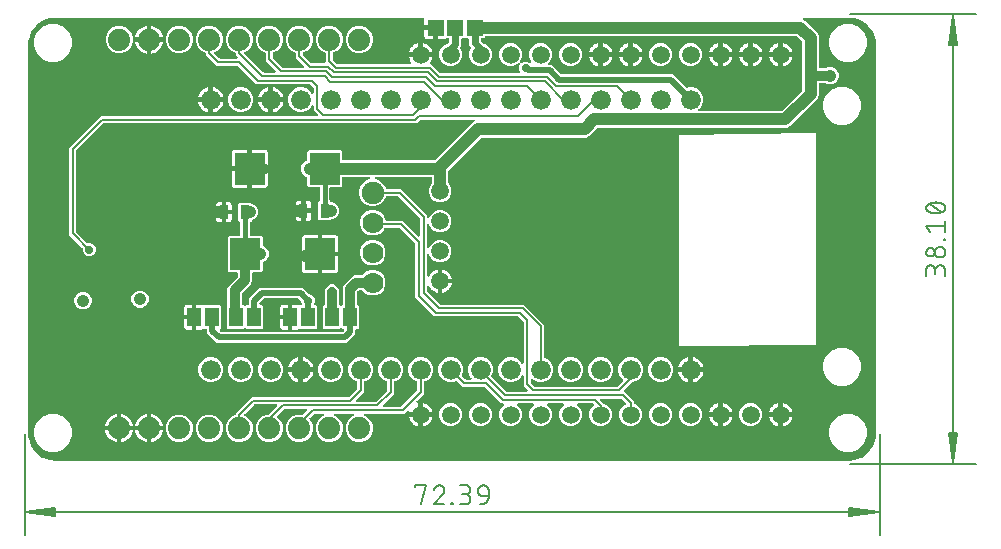
<source format=gbr>
G04 EAGLE Gerber RS-274X export*
G75*
%MOMM*%
%FSLAX34Y34*%
%LPD*%
%INTop Copper*%
%IPPOS*%
%AMOC8*
5,1,8,0,0,1.08239X$1,22.5*%
G01*
%ADD10C,0.130000*%
%ADD11C,0.152400*%
%ADD12C,1.778000*%
%ADD13C,1.900000*%
%ADD14R,2.550000X2.700000*%
%ADD15R,0.800000X1.200000*%
%ADD16C,1.508000*%
%ADD17R,1.400000X1.400000*%
%ADD18R,1.168400X1.600200*%
%ADD19C,1.676400*%
%ADD20C,1.879600*%
%ADD21C,1.056400*%
%ADD22C,0.706400*%
%ADD23C,0.254000*%
%ADD24C,0.812800*%
%ADD25C,0.406400*%
%ADD26C,0.200000*%
%ADD27C,0.609600*%
%ADD28C,1.016000*%
%ADD29C,0.508000*%

G36*
X702351Y3007D02*
X702351Y3007D01*
X702388Y3004D01*
X705736Y3267D01*
X705876Y3299D01*
X705966Y3313D01*
X712334Y5382D01*
X712336Y5383D01*
X712338Y5383D01*
X712370Y5399D01*
X712587Y5506D01*
X712600Y5517D01*
X712613Y5524D01*
X718029Y9460D01*
X718031Y9461D01*
X718033Y9462D01*
X718058Y9487D01*
X718232Y9656D01*
X718240Y9670D01*
X718250Y9681D01*
X722186Y15097D01*
X722187Y15099D01*
X722189Y15101D01*
X722205Y15132D01*
X722318Y15347D01*
X722321Y15363D01*
X722328Y15376D01*
X724397Y21744D01*
X724412Y21832D01*
X724412Y21833D01*
X724422Y21885D01*
X724443Y21974D01*
X724706Y25322D01*
X724704Y25363D01*
X724709Y25400D01*
X724709Y355600D01*
X724703Y355642D01*
X724706Y355678D01*
X724443Y359026D01*
X724411Y359166D01*
X724397Y359256D01*
X722328Y365624D01*
X722327Y365626D01*
X722327Y365628D01*
X722311Y365660D01*
X722204Y365877D01*
X722193Y365890D01*
X722186Y365903D01*
X718250Y371319D01*
X718249Y371321D01*
X718248Y371323D01*
X718229Y371342D01*
X718215Y371364D01*
X718149Y371424D01*
X718054Y371522D01*
X718040Y371530D01*
X718029Y371540D01*
X712613Y375476D01*
X712611Y375477D01*
X712609Y375479D01*
X712578Y375495D01*
X712363Y375608D01*
X712347Y375611D01*
X712334Y375618D01*
X705966Y377687D01*
X705825Y377712D01*
X705736Y377733D01*
X702388Y377996D01*
X702347Y377994D01*
X702310Y377999D01*
X663576Y377999D01*
X663490Y377987D01*
X663404Y377984D01*
X663351Y377967D01*
X663297Y377959D01*
X663218Y377924D01*
X663136Y377897D01*
X663090Y377866D01*
X663040Y377843D01*
X662974Y377787D01*
X662902Y377738D01*
X662868Y377695D01*
X662826Y377660D01*
X662778Y377587D01*
X662723Y377520D01*
X662702Y377470D01*
X662671Y377424D01*
X662646Y377341D01*
X662612Y377261D01*
X662605Y377207D01*
X662589Y377154D01*
X662588Y377067D01*
X662577Y376981D01*
X662586Y376927D01*
X662585Y376872D01*
X662608Y376788D01*
X662622Y376703D01*
X662646Y376653D01*
X662660Y376600D01*
X662706Y376526D01*
X662743Y376448D01*
X662780Y376407D01*
X662809Y376360D01*
X662873Y376302D01*
X662931Y376237D01*
X662974Y376211D01*
X663018Y376171D01*
X663120Y376122D01*
X663194Y376077D01*
X664411Y375573D01*
X675293Y364691D01*
X676371Y362088D01*
X676371Y335994D01*
X676380Y335930D01*
X676379Y335866D01*
X676400Y335791D01*
X676411Y335715D01*
X676437Y335656D01*
X676454Y335594D01*
X676495Y335528D01*
X676527Y335458D01*
X676569Y335409D01*
X676602Y335354D01*
X676660Y335302D01*
X676710Y335244D01*
X676764Y335208D01*
X676812Y335165D01*
X676881Y335132D01*
X676946Y335089D01*
X677008Y335070D01*
X677065Y335042D01*
X677135Y335031D01*
X677216Y335007D01*
X677301Y335006D01*
X677370Y334995D01*
X681212Y334995D01*
X681253Y335001D01*
X681295Y334998D01*
X681379Y335018D01*
X681491Y335035D01*
X681545Y335059D01*
X681594Y335071D01*
X684351Y336213D01*
X687249Y336213D01*
X689925Y335104D01*
X691974Y333055D01*
X693083Y330379D01*
X693083Y327481D01*
X691974Y324805D01*
X689925Y322756D01*
X687249Y321647D01*
X684351Y321647D01*
X681594Y322789D01*
X681554Y322800D01*
X681517Y322818D01*
X681431Y322831D01*
X681321Y322859D01*
X681263Y322857D01*
X681212Y322865D01*
X677370Y322865D01*
X677306Y322856D01*
X677242Y322857D01*
X677167Y322836D01*
X677091Y322825D01*
X677032Y322799D01*
X676970Y322782D01*
X676904Y322741D01*
X676834Y322709D01*
X676785Y322667D01*
X676730Y322634D01*
X676678Y322576D01*
X676620Y322526D01*
X676584Y322472D01*
X676541Y322424D01*
X676508Y322355D01*
X676465Y322290D01*
X676446Y322228D01*
X676418Y322171D01*
X676407Y322101D01*
X676383Y322020D01*
X676382Y321935D01*
X676371Y321866D01*
X676371Y312282D01*
X675293Y309679D01*
X651489Y285875D01*
X648886Y284797D01*
X489532Y284797D01*
X489437Y284784D01*
X489341Y284779D01*
X489297Y284764D01*
X489253Y284757D01*
X489165Y284718D01*
X489074Y284686D01*
X489040Y284661D01*
X488996Y284641D01*
X488898Y284558D01*
X488825Y284505D01*
X481878Y277557D01*
X479275Y276479D01*
X391047Y276479D01*
X390952Y276466D01*
X390856Y276461D01*
X390813Y276446D01*
X390768Y276439D01*
X390680Y276400D01*
X390589Y276368D01*
X390555Y276343D01*
X390511Y276323D01*
X390413Y276240D01*
X390340Y276187D01*
X362973Y248820D01*
X362916Y248743D01*
X362851Y248672D01*
X362831Y248631D01*
X362804Y248594D01*
X362770Y248504D01*
X362728Y248418D01*
X362722Y248376D01*
X362705Y248330D01*
X362695Y248203D01*
X362681Y248113D01*
X362681Y237966D01*
X362694Y237871D01*
X362699Y237775D01*
X362714Y237732D01*
X362721Y237687D01*
X362760Y237599D01*
X362792Y237508D01*
X362817Y237474D01*
X362837Y237430D01*
X362920Y237332D01*
X362973Y237259D01*
X363688Y236544D01*
X365141Y233038D01*
X365141Y229242D01*
X363688Y225736D01*
X361004Y223052D01*
X357498Y221599D01*
X353702Y221599D01*
X350196Y223052D01*
X347512Y225736D01*
X346059Y229242D01*
X346059Y233038D01*
X347512Y236544D01*
X348227Y237259D01*
X348284Y237336D01*
X348349Y237407D01*
X348369Y237448D01*
X348396Y237485D01*
X348430Y237575D01*
X348472Y237661D01*
X348478Y237703D01*
X348495Y237749D01*
X348505Y237876D01*
X348519Y237966D01*
X348519Y242110D01*
X348510Y242174D01*
X348511Y242238D01*
X348490Y242313D01*
X348479Y242389D01*
X348453Y242448D01*
X348436Y242510D01*
X348395Y242576D01*
X348363Y242646D01*
X348321Y242695D01*
X348288Y242750D01*
X348230Y242802D01*
X348180Y242860D01*
X348126Y242896D01*
X348078Y242939D01*
X348009Y242972D01*
X347944Y243015D01*
X347882Y243034D01*
X347825Y243062D01*
X347755Y243073D01*
X347674Y243097D01*
X347589Y243098D01*
X347520Y243109D01*
X301564Y243109D01*
X301478Y243097D01*
X301391Y243094D01*
X301339Y243077D01*
X301285Y243069D01*
X301206Y243034D01*
X301123Y243007D01*
X301078Y242976D01*
X301028Y242953D01*
X300962Y242897D01*
X300890Y242848D01*
X300855Y242806D01*
X300814Y242770D01*
X300766Y242697D01*
X300711Y242630D01*
X300689Y242580D01*
X300659Y242534D01*
X300634Y242451D01*
X300599Y242371D01*
X300593Y242317D01*
X300577Y242264D01*
X300576Y242177D01*
X300565Y242091D01*
X300574Y242037D01*
X300573Y241982D01*
X300596Y241898D01*
X300610Y241813D01*
X300633Y241763D01*
X300648Y241710D01*
X300694Y241636D01*
X300731Y241558D01*
X300767Y241517D01*
X300796Y241470D01*
X300861Y241412D01*
X300918Y241347D01*
X300962Y241321D01*
X301006Y241281D01*
X301108Y241232D01*
X301182Y241187D01*
X304965Y239620D01*
X308200Y236385D01*
X309400Y233488D01*
X309405Y233479D01*
X309407Y233470D01*
X309477Y233358D01*
X309543Y233245D01*
X309550Y233238D01*
X309555Y233230D01*
X309653Y233142D01*
X309749Y233052D01*
X309758Y233048D01*
X309765Y233041D01*
X309883Y232984D01*
X310001Y232924D01*
X310010Y232922D01*
X310018Y232918D01*
X310094Y232906D01*
X310278Y232872D01*
X310302Y232874D01*
X310323Y232871D01*
X322553Y232871D01*
X344631Y210793D01*
X344631Y209213D01*
X344643Y209127D01*
X344646Y209040D01*
X344663Y208988D01*
X344671Y208933D01*
X344706Y208854D01*
X344733Y208772D01*
X344764Y208726D01*
X344787Y208676D01*
X344843Y208610D01*
X344892Y208539D01*
X344934Y208504D01*
X344970Y208462D01*
X345043Y208414D01*
X345110Y208359D01*
X345160Y208338D01*
X345206Y208308D01*
X345289Y208282D01*
X345369Y208248D01*
X345423Y208241D01*
X345476Y208225D01*
X345563Y208224D01*
X345649Y208213D01*
X345703Y208222D01*
X345758Y208221D01*
X345842Y208245D01*
X345927Y208258D01*
X345977Y208282D01*
X346030Y208297D01*
X346104Y208342D01*
X346182Y208380D01*
X346223Y208416D01*
X346270Y208445D01*
X346328Y208509D01*
X346393Y208567D01*
X346419Y208610D01*
X346459Y208654D01*
X346508Y208756D01*
X346553Y208830D01*
X347512Y211144D01*
X350196Y213828D01*
X353702Y215281D01*
X357498Y215281D01*
X361004Y213828D01*
X363688Y211144D01*
X365141Y207638D01*
X365141Y203842D01*
X363688Y200336D01*
X361004Y197652D01*
X357498Y196199D01*
X353702Y196199D01*
X350196Y197652D01*
X347512Y200336D01*
X346553Y202650D01*
X346509Y202725D01*
X346473Y202804D01*
X346438Y202845D01*
X346410Y202893D01*
X346346Y202952D01*
X346290Y203018D01*
X346244Y203048D01*
X346204Y203086D01*
X346127Y203125D01*
X346054Y203172D01*
X346001Y203188D01*
X345952Y203213D01*
X345867Y203229D01*
X345784Y203255D01*
X345729Y203255D01*
X345675Y203266D01*
X345589Y203257D01*
X345502Y203259D01*
X345449Y203244D01*
X345395Y203239D01*
X345314Y203206D01*
X345230Y203183D01*
X345183Y203154D01*
X345133Y203134D01*
X345064Y203081D01*
X344990Y203035D01*
X344953Y202994D01*
X344910Y202961D01*
X344860Y202890D01*
X344801Y202826D01*
X344777Y202776D01*
X344745Y202732D01*
X344716Y202650D01*
X344678Y202572D01*
X344670Y202522D01*
X344651Y202466D01*
X344644Y202353D01*
X344631Y202267D01*
X344631Y183813D01*
X344639Y183753D01*
X344639Y183737D01*
X344643Y183722D01*
X344646Y183640D01*
X344663Y183588D01*
X344671Y183533D01*
X344706Y183454D01*
X344733Y183372D01*
X344764Y183326D01*
X344787Y183276D01*
X344843Y183210D01*
X344892Y183139D01*
X344934Y183104D01*
X344970Y183062D01*
X345043Y183014D01*
X345110Y182959D01*
X345160Y182938D01*
X345206Y182908D01*
X345289Y182882D01*
X345369Y182848D01*
X345423Y182841D01*
X345476Y182825D01*
X345563Y182824D01*
X345649Y182813D01*
X345703Y182822D01*
X345758Y182821D01*
X345842Y182845D01*
X345927Y182858D01*
X345977Y182882D01*
X346030Y182897D01*
X346104Y182942D01*
X346182Y182980D01*
X346223Y183016D01*
X346270Y183045D01*
X346328Y183109D01*
X346393Y183167D01*
X346419Y183210D01*
X346459Y183254D01*
X346508Y183356D01*
X346553Y183430D01*
X347512Y185744D01*
X350196Y188428D01*
X353702Y189881D01*
X357498Y189881D01*
X361004Y188428D01*
X363688Y185744D01*
X365141Y182238D01*
X365141Y178442D01*
X363688Y174936D01*
X361004Y172252D01*
X357498Y170799D01*
X353702Y170799D01*
X350196Y172252D01*
X347512Y174936D01*
X346553Y177250D01*
X346509Y177325D01*
X346473Y177404D01*
X346438Y177445D01*
X346410Y177493D01*
X346346Y177552D01*
X346290Y177618D01*
X346244Y177648D01*
X346204Y177686D01*
X346127Y177725D01*
X346054Y177772D01*
X346001Y177788D01*
X345952Y177813D01*
X345867Y177829D01*
X345784Y177855D01*
X345729Y177855D01*
X345675Y177866D01*
X345589Y177857D01*
X345502Y177859D01*
X345449Y177844D01*
X345395Y177839D01*
X345314Y177806D01*
X345230Y177783D01*
X345183Y177754D01*
X345133Y177734D01*
X345064Y177681D01*
X344990Y177635D01*
X344953Y177594D01*
X344910Y177561D01*
X344860Y177490D01*
X344801Y177426D01*
X344777Y177376D01*
X344745Y177332D01*
X344716Y177250D01*
X344678Y177172D01*
X344670Y177122D01*
X344651Y177066D01*
X344644Y176953D01*
X344631Y176867D01*
X344631Y159778D01*
X344637Y159731D01*
X344635Y159684D01*
X344657Y159592D01*
X344671Y159499D01*
X344690Y159456D01*
X344701Y159409D01*
X344748Y159328D01*
X344787Y159242D01*
X344818Y159206D01*
X344842Y159165D01*
X344909Y159099D01*
X344970Y159028D01*
X345010Y159002D01*
X345044Y158969D01*
X345127Y158925D01*
X345206Y158874D01*
X345252Y158860D01*
X345294Y158837D01*
X345386Y158819D01*
X345476Y158791D01*
X345524Y158791D01*
X345570Y158781D01*
X345664Y158789D01*
X345758Y158787D01*
X345804Y158800D01*
X345851Y158804D01*
X345939Y158838D01*
X346030Y158863D01*
X346070Y158888D01*
X346115Y158905D01*
X346190Y158961D01*
X346270Y159011D01*
X346302Y159046D01*
X346340Y159075D01*
X346388Y159142D01*
X346459Y159220D01*
X346487Y159279D01*
X346520Y159325D01*
X346978Y160224D01*
X347911Y161507D01*
X349033Y162629D01*
X350316Y163562D01*
X351730Y164282D01*
X353239Y164773D01*
X353601Y164830D01*
X353601Y155940D01*
X353610Y155877D01*
X353609Y155812D01*
X353630Y155738D01*
X353641Y155661D01*
X353667Y155602D01*
X353684Y155540D01*
X353725Y155474D01*
X353757Y155404D01*
X353799Y155355D01*
X353832Y155300D01*
X353890Y155249D01*
X353940Y155190D01*
X353994Y155154D01*
X354042Y155111D01*
X354111Y155078D01*
X354176Y155035D01*
X354238Y155016D01*
X354295Y154988D01*
X354365Y154978D01*
X354446Y154953D01*
X354531Y154952D01*
X354600Y154941D01*
X355601Y154941D01*
X355601Y154939D01*
X354600Y154939D01*
X354536Y154930D01*
X354472Y154931D01*
X354397Y154910D01*
X354321Y154899D01*
X354262Y154873D01*
X354200Y154856D01*
X354134Y154815D01*
X354064Y154783D01*
X354015Y154741D01*
X353960Y154708D01*
X353908Y154650D01*
X353850Y154600D01*
X353814Y154546D01*
X353771Y154498D01*
X353738Y154429D01*
X353695Y154364D01*
X353676Y154302D01*
X353648Y154244D01*
X353637Y154175D01*
X353613Y154094D01*
X353612Y154009D01*
X353601Y153940D01*
X353601Y145050D01*
X353239Y145107D01*
X351730Y145598D01*
X350316Y146318D01*
X349033Y147251D01*
X347911Y148373D01*
X346978Y149657D01*
X346520Y150555D01*
X346493Y150594D01*
X346473Y150638D01*
X346412Y150709D01*
X346358Y150786D01*
X346321Y150816D01*
X346290Y150852D01*
X346211Y150904D01*
X346138Y150962D01*
X346094Y150980D01*
X346054Y151006D01*
X345964Y151034D01*
X345877Y151070D01*
X345830Y151075D01*
X345784Y151089D01*
X345690Y151090D01*
X345597Y151100D01*
X345550Y151092D01*
X345502Y151093D01*
X345411Y151068D01*
X345319Y151051D01*
X345276Y151030D01*
X345230Y151017D01*
X345150Y150968D01*
X345066Y150927D01*
X345031Y150894D01*
X344990Y150869D01*
X344927Y150799D01*
X344858Y150736D01*
X344833Y150695D01*
X344801Y150660D01*
X344760Y150575D01*
X344712Y150495D01*
X344699Y150449D01*
X344678Y150406D01*
X344666Y150325D01*
X344638Y150223D01*
X344639Y150157D01*
X344631Y150102D01*
X344631Y146437D01*
X344644Y146342D01*
X344649Y146246D01*
X344664Y146203D01*
X344671Y146158D01*
X344710Y146070D01*
X344742Y145979D01*
X344767Y145945D01*
X344787Y145901D01*
X344870Y145803D01*
X344923Y145730D01*
X355280Y135373D01*
X355357Y135316D01*
X355428Y135251D01*
X355469Y135231D01*
X355506Y135204D01*
X355596Y135170D01*
X355682Y135128D01*
X355724Y135122D01*
X355770Y135105D01*
X355897Y135095D01*
X355987Y135081D01*
X426693Y135081D01*
X443691Y118083D01*
X443691Y90673D01*
X443692Y90664D01*
X443691Y90654D01*
X443712Y90524D01*
X443731Y90394D01*
X443734Y90385D01*
X443736Y90376D01*
X443793Y90256D01*
X443847Y90137D01*
X443853Y90130D01*
X443857Y90121D01*
X443945Y90022D01*
X444030Y89922D01*
X444038Y89917D01*
X444044Y89910D01*
X444110Y89870D01*
X444266Y89768D01*
X444289Y89761D01*
X444308Y89750D01*
X446571Y88812D01*
X449492Y85891D01*
X451073Y82075D01*
X451073Y77945D01*
X449492Y74129D01*
X446571Y71208D01*
X442755Y69627D01*
X438625Y69627D01*
X434809Y71208D01*
X433967Y72050D01*
X433941Y72069D01*
X433920Y72094D01*
X433828Y72154D01*
X433741Y72219D01*
X433711Y72231D01*
X433684Y72248D01*
X433579Y72280D01*
X433477Y72319D01*
X433445Y72321D01*
X433414Y72331D01*
X433305Y72332D01*
X433196Y72341D01*
X433164Y72334D01*
X433132Y72335D01*
X433027Y72305D01*
X432920Y72283D01*
X432891Y72268D01*
X432860Y72259D01*
X432767Y72202D01*
X432671Y72151D01*
X432648Y72128D01*
X432620Y72111D01*
X432547Y72030D01*
X432469Y71954D01*
X432453Y71926D01*
X432431Y71902D01*
X432384Y71804D01*
X432330Y71708D01*
X432322Y71677D01*
X432308Y71648D01*
X432294Y71559D01*
X432265Y71434D01*
X432267Y71386D01*
X432261Y71343D01*
X432261Y69157D01*
X432274Y69062D01*
X432279Y68966D01*
X432294Y68923D01*
X432301Y68878D01*
X432340Y68790D01*
X432372Y68699D01*
X432397Y68665D01*
X432417Y68621D01*
X432500Y68523D01*
X432553Y68450D01*
X435290Y65713D01*
X435367Y65656D01*
X435438Y65591D01*
X435479Y65571D01*
X435516Y65544D01*
X435606Y65510D01*
X435692Y65468D01*
X435734Y65462D01*
X435780Y65445D01*
X435907Y65435D01*
X435997Y65421D01*
X505073Y65421D01*
X505168Y65434D01*
X505264Y65439D01*
X505307Y65454D01*
X505352Y65461D01*
X505440Y65500D01*
X505531Y65532D01*
X505565Y65557D01*
X505609Y65577D01*
X505707Y65660D01*
X505780Y65713D01*
X510435Y70369D01*
X510474Y70420D01*
X510520Y70465D01*
X510558Y70532D01*
X510604Y70594D01*
X510627Y70654D01*
X510659Y70710D01*
X510676Y70786D01*
X510704Y70858D01*
X510709Y70922D01*
X510723Y70985D01*
X510720Y71062D01*
X510726Y71139D01*
X510712Y71202D01*
X510709Y71266D01*
X510684Y71339D01*
X510668Y71415D01*
X510638Y71472D01*
X510617Y71533D01*
X510575Y71589D01*
X510535Y71664D01*
X510476Y71725D01*
X510435Y71782D01*
X508088Y74129D01*
X506507Y77945D01*
X506507Y82075D01*
X508088Y85891D01*
X511009Y88812D01*
X514825Y90393D01*
X518955Y90393D01*
X522771Y88812D01*
X525692Y85891D01*
X527273Y82075D01*
X527273Y77945D01*
X525692Y74129D01*
X522771Y71208D01*
X518955Y69627D01*
X518595Y69627D01*
X518500Y69614D01*
X518404Y69609D01*
X518361Y69594D01*
X518316Y69587D01*
X518228Y69548D01*
X518137Y69516D01*
X518103Y69491D01*
X518059Y69471D01*
X517961Y69388D01*
X517888Y69335D01*
X511585Y63032D01*
X511547Y62980D01*
X511501Y62935D01*
X511462Y62868D01*
X511416Y62806D01*
X511393Y62746D01*
X511362Y62690D01*
X511344Y62615D01*
X511316Y62542D01*
X511311Y62478D01*
X511297Y62416D01*
X511301Y62338D01*
X511295Y62261D01*
X511308Y62198D01*
X511311Y62134D01*
X511336Y62061D01*
X511352Y61985D01*
X511382Y61928D01*
X511404Y61867D01*
X511445Y61811D01*
X511485Y61736D01*
X511544Y61675D01*
X511585Y61618D01*
X519891Y53313D01*
X519891Y51662D01*
X519892Y51652D01*
X519891Y51643D01*
X519912Y51513D01*
X519931Y51382D01*
X519934Y51374D01*
X519936Y51364D01*
X519993Y51245D01*
X520047Y51125D01*
X520053Y51118D01*
X520057Y51110D01*
X520145Y51011D01*
X520230Y50911D01*
X520238Y50906D01*
X520244Y50899D01*
X520310Y50859D01*
X520466Y50757D01*
X520489Y50750D01*
X520508Y50738D01*
X522294Y49998D01*
X524978Y47314D01*
X526431Y43808D01*
X526431Y40012D01*
X524978Y36506D01*
X522294Y33822D01*
X518788Y32369D01*
X514992Y32369D01*
X511486Y33822D01*
X508802Y36506D01*
X507349Y40012D01*
X507349Y43808D01*
X508802Y47314D01*
X511486Y49998D01*
X512390Y50373D01*
X512492Y50433D01*
X512596Y50489D01*
X512613Y50505D01*
X512632Y50516D01*
X512713Y50603D01*
X512798Y50686D01*
X512810Y50705D01*
X512825Y50722D01*
X512879Y50828D01*
X512937Y50931D01*
X512943Y50953D01*
X512953Y50973D01*
X512975Y51090D01*
X513002Y51205D01*
X513001Y51228D01*
X513005Y51251D01*
X512994Y51368D01*
X512988Y51487D01*
X512981Y51509D01*
X512978Y51531D01*
X512935Y51641D01*
X512896Y51753D01*
X512883Y51771D01*
X512874Y51793D01*
X512759Y51940D01*
X512714Y52002D01*
X509590Y55127D01*
X509513Y55184D01*
X509442Y55249D01*
X509401Y55269D01*
X509364Y55296D01*
X509274Y55330D01*
X509188Y55372D01*
X509146Y55378D01*
X509100Y55395D01*
X508973Y55405D01*
X508883Y55419D01*
X492067Y55419D01*
X492035Y55415D01*
X492003Y55417D01*
X491896Y55395D01*
X491788Y55379D01*
X491758Y55366D01*
X491727Y55360D01*
X491630Y55308D01*
X491531Y55263D01*
X491506Y55242D01*
X491478Y55227D01*
X491399Y55151D01*
X491316Y55080D01*
X491299Y55053D01*
X491276Y55030D01*
X491222Y54935D01*
X491162Y54844D01*
X491152Y54813D01*
X491137Y54785D01*
X491111Y54678D01*
X491080Y54574D01*
X491079Y54542D01*
X491072Y54511D01*
X491077Y54401D01*
X491076Y54292D01*
X491084Y54261D01*
X491086Y54229D01*
X491122Y54126D01*
X491151Y54020D01*
X491168Y53993D01*
X491178Y53962D01*
X491232Y53889D01*
X491299Y53780D01*
X491335Y53748D01*
X491360Y53713D01*
X492440Y52633D01*
X493649Y51425D01*
X493682Y51400D01*
X493710Y51369D01*
X493783Y51324D01*
X493874Y51256D01*
X493929Y51235D01*
X493973Y51208D01*
X496894Y49998D01*
X499578Y47314D01*
X501031Y43808D01*
X501031Y40012D01*
X499578Y36506D01*
X496894Y33822D01*
X493388Y32369D01*
X489592Y32369D01*
X486086Y33822D01*
X483402Y36506D01*
X481949Y40012D01*
X481949Y43808D01*
X483402Y47314D01*
X485630Y49543D01*
X485669Y49594D01*
X485715Y49639D01*
X485753Y49707D01*
X485800Y49768D01*
X485822Y49829D01*
X485854Y49885D01*
X485872Y49960D01*
X485899Y50032D01*
X485904Y50096D01*
X485919Y50159D01*
X485915Y50236D01*
X485921Y50314D01*
X485908Y50376D01*
X485905Y50441D01*
X485879Y50514D01*
X485863Y50590D01*
X485833Y50646D01*
X485812Y50707D01*
X485771Y50764D01*
X485731Y50839D01*
X485672Y50899D01*
X485630Y50956D01*
X485460Y51127D01*
X485383Y51184D01*
X485312Y51249D01*
X485271Y51269D01*
X485234Y51296D01*
X485144Y51330D01*
X485058Y51372D01*
X485016Y51378D01*
X484970Y51395D01*
X484843Y51405D01*
X484753Y51419D01*
X472486Y51419D01*
X472454Y51415D01*
X472422Y51417D01*
X472315Y51395D01*
X472207Y51379D01*
X472177Y51366D01*
X472146Y51360D01*
X472049Y51308D01*
X471950Y51263D01*
X471925Y51242D01*
X471897Y51227D01*
X471818Y51151D01*
X471735Y51080D01*
X471718Y51053D01*
X471695Y51030D01*
X471641Y50935D01*
X471581Y50844D01*
X471571Y50813D01*
X471556Y50785D01*
X471530Y50679D01*
X471498Y50574D01*
X471498Y50542D01*
X471491Y50511D01*
X471496Y50401D01*
X471495Y50292D01*
X471503Y50261D01*
X471505Y50229D01*
X471541Y50126D01*
X471570Y50020D01*
X471587Y49993D01*
X471597Y49962D01*
X471651Y49889D01*
X471718Y49780D01*
X471754Y49748D01*
X471779Y49713D01*
X474178Y47314D01*
X475631Y43808D01*
X475631Y40012D01*
X474178Y36506D01*
X471494Y33822D01*
X467988Y32369D01*
X464192Y32369D01*
X460686Y33822D01*
X458002Y36506D01*
X456549Y40012D01*
X456549Y43808D01*
X458002Y47314D01*
X460401Y49713D01*
X460420Y49739D01*
X460445Y49760D01*
X460505Y49852D01*
X460570Y49939D01*
X460581Y49969D01*
X460599Y49996D01*
X460631Y50101D01*
X460670Y50203D01*
X460672Y50235D01*
X460682Y50266D01*
X460683Y50375D01*
X460691Y50484D01*
X460685Y50516D01*
X460685Y50548D01*
X460656Y50653D01*
X460634Y50760D01*
X460619Y50789D01*
X460610Y50820D01*
X460553Y50913D01*
X460501Y51009D01*
X460479Y51032D01*
X460462Y51060D01*
X460381Y51133D01*
X460305Y51211D01*
X460277Y51227D01*
X460253Y51249D01*
X460154Y51296D01*
X460059Y51350D01*
X460028Y51358D01*
X459999Y51372D01*
X459910Y51386D01*
X459785Y51415D01*
X459736Y51413D01*
X459694Y51419D01*
X447086Y51419D01*
X447054Y51415D01*
X447022Y51417D01*
X446915Y51395D01*
X446807Y51379D01*
X446777Y51366D01*
X446746Y51360D01*
X446649Y51308D01*
X446550Y51263D01*
X446525Y51242D01*
X446497Y51227D01*
X446418Y51151D01*
X446335Y51080D01*
X446318Y51053D01*
X446295Y51030D01*
X446241Y50935D01*
X446181Y50844D01*
X446171Y50813D01*
X446156Y50785D01*
X446130Y50679D01*
X446098Y50574D01*
X446098Y50542D01*
X446091Y50511D01*
X446096Y50401D01*
X446095Y50292D01*
X446103Y50261D01*
X446105Y50229D01*
X446141Y50126D01*
X446170Y50020D01*
X446187Y49993D01*
X446197Y49962D01*
X446251Y49889D01*
X446318Y49780D01*
X446354Y49748D01*
X446379Y49713D01*
X448778Y47314D01*
X450231Y43808D01*
X450231Y40012D01*
X448778Y36506D01*
X446094Y33822D01*
X442588Y32369D01*
X438792Y32369D01*
X435286Y33822D01*
X432602Y36506D01*
X431149Y40012D01*
X431149Y43808D01*
X432602Y47314D01*
X435001Y49713D01*
X435020Y49739D01*
X435045Y49760D01*
X435105Y49852D01*
X435170Y49939D01*
X435181Y49969D01*
X435199Y49996D01*
X435231Y50101D01*
X435270Y50203D01*
X435272Y50235D01*
X435282Y50266D01*
X435283Y50375D01*
X435291Y50484D01*
X435285Y50516D01*
X435285Y50548D01*
X435256Y50653D01*
X435234Y50760D01*
X435219Y50789D01*
X435210Y50820D01*
X435153Y50913D01*
X435101Y51009D01*
X435079Y51032D01*
X435062Y51060D01*
X434981Y51133D01*
X434905Y51211D01*
X434877Y51227D01*
X434853Y51249D01*
X434754Y51296D01*
X434659Y51350D01*
X434628Y51358D01*
X434599Y51372D01*
X434510Y51386D01*
X434385Y51415D01*
X434336Y51413D01*
X434294Y51419D01*
X421686Y51419D01*
X421654Y51415D01*
X421622Y51417D01*
X421515Y51395D01*
X421407Y51379D01*
X421377Y51366D01*
X421346Y51360D01*
X421249Y51308D01*
X421150Y51263D01*
X421125Y51242D01*
X421097Y51227D01*
X421018Y51151D01*
X420935Y51080D01*
X420918Y51053D01*
X420895Y51030D01*
X420841Y50935D01*
X420781Y50844D01*
X420771Y50813D01*
X420756Y50785D01*
X420730Y50679D01*
X420698Y50574D01*
X420698Y50542D01*
X420691Y50511D01*
X420696Y50401D01*
X420695Y50292D01*
X420703Y50261D01*
X420705Y50229D01*
X420741Y50126D01*
X420770Y50020D01*
X420787Y49993D01*
X420797Y49962D01*
X420851Y49889D01*
X420918Y49780D01*
X420954Y49748D01*
X420979Y49713D01*
X423378Y47314D01*
X424831Y43808D01*
X424831Y40012D01*
X423378Y36506D01*
X420694Y33822D01*
X417188Y32369D01*
X413392Y32369D01*
X409886Y33822D01*
X407202Y36506D01*
X405749Y40012D01*
X405749Y43808D01*
X407202Y47314D01*
X409601Y49713D01*
X409620Y49739D01*
X409645Y49760D01*
X409705Y49852D01*
X409770Y49939D01*
X409781Y49969D01*
X409799Y49996D01*
X409831Y50101D01*
X409870Y50203D01*
X409872Y50235D01*
X409882Y50266D01*
X409883Y50375D01*
X409891Y50484D01*
X409885Y50516D01*
X409885Y50548D01*
X409856Y50653D01*
X409834Y50760D01*
X409819Y50789D01*
X409810Y50820D01*
X409753Y50913D01*
X409701Y51009D01*
X409679Y51032D01*
X409662Y51060D01*
X409581Y51133D01*
X409505Y51211D01*
X409477Y51227D01*
X409453Y51249D01*
X409354Y51296D01*
X409259Y51350D01*
X409228Y51358D01*
X409199Y51372D01*
X409110Y51386D01*
X408985Y51415D01*
X408936Y51413D01*
X408894Y51419D01*
X407310Y51419D01*
X393443Y65287D01*
X393366Y65344D01*
X393295Y65409D01*
X393254Y65429D01*
X393217Y65456D01*
X393127Y65490D01*
X393041Y65532D01*
X392999Y65538D01*
X392953Y65555D01*
X392826Y65565D01*
X392736Y65579D01*
X374677Y65579D01*
X369908Y70348D01*
X369900Y70354D01*
X369895Y70362D01*
X369788Y70438D01*
X369682Y70518D01*
X369673Y70521D01*
X369666Y70527D01*
X369542Y70570D01*
X369419Y70617D01*
X369409Y70618D01*
X369400Y70621D01*
X369269Y70629D01*
X369137Y70639D01*
X369128Y70637D01*
X369119Y70638D01*
X369043Y70619D01*
X368861Y70581D01*
X368840Y70570D01*
X368819Y70565D01*
X366555Y69627D01*
X362425Y69627D01*
X358609Y71208D01*
X355688Y74129D01*
X354107Y77945D01*
X354107Y82075D01*
X355688Y85891D01*
X358609Y88812D01*
X362425Y90393D01*
X366555Y90393D01*
X370371Y88812D01*
X373292Y85891D01*
X374873Y82075D01*
X374873Y77945D01*
X373935Y75681D01*
X373933Y75672D01*
X373928Y75664D01*
X373898Y75535D01*
X373865Y75408D01*
X373865Y75398D01*
X373863Y75389D01*
X373870Y75257D01*
X373874Y75126D01*
X373877Y75117D01*
X373877Y75107D01*
X373920Y74984D01*
X373961Y74858D01*
X373967Y74850D01*
X373970Y74841D01*
X374015Y74779D01*
X374120Y74625D01*
X374139Y74609D01*
X374152Y74592D01*
X376870Y71873D01*
X376947Y71816D01*
X377018Y71751D01*
X377059Y71731D01*
X377096Y71704D01*
X377186Y71670D01*
X377272Y71628D01*
X377314Y71622D01*
X377360Y71605D01*
X377487Y71595D01*
X377577Y71581D01*
X381223Y71581D01*
X381255Y71585D01*
X381288Y71583D01*
X381395Y71605D01*
X381503Y71621D01*
X381532Y71634D01*
X381564Y71640D01*
X381660Y71692D01*
X381760Y71737D01*
X381784Y71758D01*
X381813Y71773D01*
X381891Y71849D01*
X381974Y71920D01*
X381992Y71947D01*
X382015Y71970D01*
X382068Y72065D01*
X382128Y72156D01*
X382138Y72187D01*
X382154Y72215D01*
X382179Y72321D01*
X382211Y72426D01*
X382211Y72458D01*
X382219Y72489D01*
X382213Y72599D01*
X382215Y72708D01*
X382206Y72739D01*
X382204Y72771D01*
X382169Y72874D01*
X382139Y72980D01*
X382122Y73007D01*
X382112Y73038D01*
X382058Y73111D01*
X381991Y73220D01*
X381955Y73252D01*
X381930Y73287D01*
X381088Y74129D01*
X379507Y77945D01*
X379507Y82075D01*
X381088Y85891D01*
X384009Y88812D01*
X387825Y90393D01*
X391955Y90393D01*
X395771Y88812D01*
X398692Y85891D01*
X400273Y82075D01*
X400273Y77945D01*
X398963Y74783D01*
X398961Y74774D01*
X398956Y74766D01*
X398926Y74637D01*
X398893Y74510D01*
X398893Y74500D01*
X398891Y74491D01*
X398898Y74358D01*
X398902Y74228D01*
X398905Y74219D01*
X398905Y74209D01*
X398949Y74085D01*
X398989Y73960D01*
X398995Y73952D01*
X398998Y73943D01*
X399043Y73881D01*
X399148Y73727D01*
X399167Y73711D01*
X399180Y73694D01*
X411160Y61713D01*
X411237Y61656D01*
X411308Y61591D01*
X411349Y61571D01*
X411386Y61544D01*
X411476Y61510D01*
X411562Y61468D01*
X411604Y61462D01*
X411650Y61445D01*
X411777Y61435D01*
X411867Y61421D01*
X428683Y61421D01*
X428715Y61425D01*
X428747Y61423D01*
X428854Y61445D01*
X428962Y61461D01*
X428992Y61474D01*
X429023Y61480D01*
X429120Y61532D01*
X429219Y61577D01*
X429244Y61598D01*
X429272Y61613D01*
X429351Y61689D01*
X429434Y61760D01*
X429451Y61787D01*
X429474Y61810D01*
X429528Y61905D01*
X429588Y61996D01*
X429598Y62027D01*
X429613Y62055D01*
X429639Y62161D01*
X429670Y62266D01*
X429671Y62298D01*
X429678Y62329D01*
X429673Y62439D01*
X429674Y62548D01*
X429666Y62579D01*
X429664Y62611D01*
X429628Y62714D01*
X429599Y62820D01*
X429582Y62847D01*
X429572Y62878D01*
X429518Y62951D01*
X429451Y63060D01*
X429415Y63092D01*
X429390Y63127D01*
X428310Y64207D01*
X426259Y66257D01*
X426259Y74337D01*
X426247Y74423D01*
X426244Y74510D01*
X426227Y74562D01*
X426219Y74616D01*
X426184Y74696D01*
X426157Y74778D01*
X426126Y74823D01*
X426103Y74873D01*
X426047Y74939D01*
X425998Y75011D01*
X425956Y75046D01*
X425920Y75088D01*
X425847Y75135D01*
X425780Y75190D01*
X425730Y75212D01*
X425684Y75242D01*
X425601Y75268D01*
X425521Y75302D01*
X425467Y75308D01*
X425414Y75325D01*
X425327Y75326D01*
X425241Y75336D01*
X425187Y75328D01*
X425132Y75328D01*
X425048Y75305D01*
X424963Y75291D01*
X424913Y75268D01*
X424860Y75253D01*
X424786Y75207D01*
X424708Y75170D01*
X424667Y75134D01*
X424620Y75105D01*
X424562Y75041D01*
X424497Y74983D01*
X424471Y74939D01*
X424431Y74896D01*
X424382Y74793D01*
X424337Y74720D01*
X424092Y74129D01*
X421171Y71208D01*
X417355Y69627D01*
X413225Y69627D01*
X409409Y71208D01*
X406488Y74129D01*
X404907Y77945D01*
X404907Y82075D01*
X406488Y85891D01*
X409409Y88812D01*
X413225Y90393D01*
X417355Y90393D01*
X421171Y88812D01*
X424092Y85891D01*
X424337Y85300D01*
X424381Y85226D01*
X424417Y85147D01*
X424452Y85105D01*
X424480Y85058D01*
X424544Y84998D01*
X424600Y84932D01*
X424646Y84902D01*
X424686Y84865D01*
X424763Y84825D01*
X424836Y84778D01*
X424889Y84762D01*
X424938Y84737D01*
X425023Y84721D01*
X425106Y84695D01*
X425161Y84695D01*
X425215Y84685D01*
X425301Y84693D01*
X425388Y84692D01*
X425441Y84706D01*
X425495Y84712D01*
X425576Y84744D01*
X425660Y84767D01*
X425706Y84796D01*
X425757Y84816D01*
X425826Y84870D01*
X425900Y84915D01*
X425936Y84956D01*
X425980Y84990D01*
X426031Y85060D01*
X426089Y85124D01*
X426113Y85174D01*
X426145Y85218D01*
X426174Y85300D01*
X426212Y85378D01*
X426220Y85429D01*
X426239Y85484D01*
X426246Y85598D01*
X426259Y85683D01*
X426259Y120073D01*
X426246Y120168D01*
X426241Y120264D01*
X426226Y120307D01*
X426219Y120352D01*
X426180Y120440D01*
X426148Y120531D01*
X426123Y120565D01*
X426103Y120609D01*
X426020Y120707D01*
X425967Y120780D01*
X421960Y124787D01*
X421883Y124844D01*
X421812Y124909D01*
X421771Y124929D01*
X421734Y124956D01*
X421644Y124990D01*
X421558Y125032D01*
X421516Y125038D01*
X421470Y125055D01*
X421343Y125065D01*
X421253Y125079D01*
X350737Y125079D01*
X334629Y141187D01*
X334629Y186303D01*
X334616Y186398D01*
X334611Y186494D01*
X334596Y186537D01*
X334589Y186582D01*
X334550Y186670D01*
X334518Y186761D01*
X334493Y186795D01*
X334473Y186839D01*
X334390Y186937D01*
X334337Y187010D01*
X321440Y199907D01*
X321363Y199964D01*
X321292Y200029D01*
X321251Y200049D01*
X321214Y200076D01*
X321124Y200110D01*
X321038Y200152D01*
X320996Y200158D01*
X320950Y200175D01*
X320823Y200185D01*
X320733Y200199D01*
X309137Y200199D01*
X309127Y200198D01*
X309118Y200199D01*
X308988Y200178D01*
X308858Y200159D01*
X308849Y200156D01*
X308840Y200154D01*
X308720Y200097D01*
X308601Y200043D01*
X308593Y200037D01*
X308585Y200033D01*
X308486Y199945D01*
X308386Y199860D01*
X308381Y199852D01*
X308374Y199846D01*
X308334Y199780D01*
X308232Y199624D01*
X308225Y199601D01*
X308214Y199582D01*
X307683Y198301D01*
X304619Y195237D01*
X300616Y193579D01*
X296284Y193579D01*
X292281Y195237D01*
X289217Y198301D01*
X287559Y202304D01*
X287559Y206636D01*
X289217Y210639D01*
X292281Y213703D01*
X296284Y215361D01*
X300616Y215361D01*
X304619Y213703D01*
X307683Y210639D01*
X309266Y206818D01*
X309270Y206809D01*
X309273Y206800D01*
X309342Y206688D01*
X309409Y206575D01*
X309416Y206568D01*
X309421Y206560D01*
X309519Y206472D01*
X309615Y206382D01*
X309623Y206378D01*
X309630Y206371D01*
X309749Y206314D01*
X309866Y206254D01*
X309876Y206252D01*
X309884Y206248D01*
X309960Y206236D01*
X310144Y206202D01*
X310167Y206204D01*
X310189Y206201D01*
X323633Y206201D01*
X325683Y204150D01*
X336923Y192910D01*
X336949Y192891D01*
X336970Y192866D01*
X337062Y192806D01*
X337149Y192741D01*
X337179Y192730D01*
X337206Y192712D01*
X337311Y192680D01*
X337413Y192641D01*
X337445Y192639D01*
X337476Y192630D01*
X337585Y192628D01*
X337694Y192620D01*
X337726Y192626D01*
X337758Y192626D01*
X337863Y192655D01*
X337970Y192677D01*
X337999Y192692D01*
X338030Y192701D01*
X338123Y192758D01*
X338219Y192810D01*
X338242Y192832D01*
X338270Y192849D01*
X338343Y192930D01*
X338421Y193006D01*
X338437Y193034D01*
X338459Y193058D01*
X338506Y193157D01*
X338560Y193252D01*
X338568Y193283D01*
X338582Y193312D01*
X338596Y193401D01*
X338625Y193526D01*
X338623Y193575D01*
X338629Y193617D01*
X338629Y207893D01*
X338621Y207953D01*
X338621Y207975D01*
X338615Y207995D01*
X338611Y208084D01*
X338596Y208127D01*
X338589Y208172D01*
X338550Y208260D01*
X338518Y208351D01*
X338493Y208385D01*
X338473Y208429D01*
X338390Y208527D01*
X338337Y208600D01*
X320360Y226577D01*
X320283Y226634D01*
X320212Y226699D01*
X320171Y226719D01*
X320134Y226746D01*
X320044Y226780D01*
X319958Y226822D01*
X319916Y226828D01*
X319870Y226845D01*
X319743Y226855D01*
X319653Y226869D01*
X310323Y226869D01*
X310314Y226868D01*
X310304Y226869D01*
X310174Y226848D01*
X310044Y226829D01*
X310035Y226826D01*
X310026Y226824D01*
X309906Y226767D01*
X309787Y226713D01*
X309780Y226707D01*
X309771Y226703D01*
X309672Y226615D01*
X309573Y226530D01*
X309567Y226522D01*
X309560Y226516D01*
X309520Y226450D01*
X309418Y226294D01*
X309411Y226271D01*
X309400Y226252D01*
X308200Y223355D01*
X304965Y220120D01*
X300738Y218369D01*
X296162Y218369D01*
X291935Y220120D01*
X288700Y223355D01*
X286949Y227582D01*
X286949Y232158D01*
X288700Y236385D01*
X291935Y239620D01*
X295718Y241187D01*
X295793Y241231D01*
X295872Y241267D01*
X295914Y241302D01*
X295961Y241330D01*
X296020Y241394D01*
X296086Y241450D01*
X296117Y241496D01*
X296154Y241536D01*
X296193Y241613D01*
X296241Y241686D01*
X296257Y241739D01*
X296282Y241788D01*
X296298Y241873D01*
X296323Y241956D01*
X296324Y242011D01*
X296334Y242065D01*
X296326Y242151D01*
X296327Y242238D01*
X296312Y242291D01*
X296307Y242345D01*
X296275Y242426D01*
X296252Y242510D01*
X296223Y242557D01*
X296203Y242607D01*
X296149Y242676D01*
X296104Y242750D01*
X296063Y242787D01*
X296029Y242830D01*
X295959Y242880D01*
X295894Y242939D01*
X295845Y242963D01*
X295800Y242995D01*
X295719Y243024D01*
X295641Y243062D01*
X295590Y243070D01*
X295535Y243089D01*
X295421Y243096D01*
X295336Y243109D01*
X273510Y243109D01*
X273446Y243100D01*
X273382Y243101D01*
X273307Y243080D01*
X273231Y243069D01*
X273172Y243043D01*
X273110Y243026D01*
X273044Y242985D01*
X272974Y242953D01*
X272925Y242911D01*
X272870Y242878D01*
X272818Y242820D01*
X272760Y242770D01*
X272724Y242716D01*
X272681Y242668D01*
X272648Y242599D01*
X272605Y242534D01*
X272586Y242472D01*
X272558Y242415D01*
X272547Y242345D01*
X272523Y242264D01*
X272522Y242179D01*
X272511Y242110D01*
X272511Y235861D01*
X271339Y234689D01*
X262952Y234689D01*
X262888Y234680D01*
X262824Y234681D01*
X262749Y234660D01*
X262673Y234649D01*
X262614Y234623D01*
X262552Y234606D01*
X262486Y234565D01*
X262416Y234533D01*
X262367Y234491D01*
X262312Y234458D01*
X262260Y234400D01*
X262202Y234350D01*
X262166Y234296D01*
X262123Y234248D01*
X262090Y234179D01*
X262047Y234114D01*
X262028Y234052D01*
X262000Y233995D01*
X261989Y233925D01*
X261965Y233844D01*
X261964Y233759D01*
X261953Y233690D01*
X261953Y223630D01*
X261962Y223566D01*
X261961Y223502D01*
X261982Y223427D01*
X261993Y223351D01*
X262019Y223292D01*
X262036Y223230D01*
X262077Y223164D01*
X262109Y223094D01*
X262151Y223045D01*
X262184Y222990D01*
X262242Y222938D01*
X262292Y222880D01*
X262346Y222844D01*
X262394Y222801D01*
X262463Y222768D01*
X262528Y222725D01*
X262590Y222706D01*
X262647Y222678D01*
X262711Y222668D01*
X263174Y222205D01*
X263251Y222148D01*
X263322Y222083D01*
X263363Y222063D01*
X263400Y222036D01*
X263490Y222002D01*
X263576Y221960D01*
X263618Y221954D01*
X263664Y221937D01*
X263791Y221927D01*
X263881Y221913D01*
X264339Y221913D01*
X267015Y220804D01*
X269064Y218755D01*
X270173Y216079D01*
X270173Y213181D01*
X269064Y210505D01*
X267015Y208456D01*
X264339Y207347D01*
X263881Y207347D01*
X263786Y207334D01*
X263689Y207329D01*
X263646Y207314D01*
X263601Y207307D01*
X263514Y207268D01*
X263423Y207236D01*
X263389Y207211D01*
X263344Y207191D01*
X263247Y207108D01*
X263174Y207055D01*
X262749Y206629D01*
X253091Y206629D01*
X251919Y207801D01*
X251919Y221459D01*
X253125Y222665D01*
X253167Y222671D01*
X253226Y222697D01*
X253288Y222714D01*
X253354Y222755D01*
X253424Y222787D01*
X253473Y222829D01*
X253528Y222862D01*
X253580Y222920D01*
X253638Y222970D01*
X253674Y223024D01*
X253717Y223072D01*
X253750Y223141D01*
X253793Y223206D01*
X253812Y223268D01*
X253840Y223325D01*
X253851Y223395D01*
X253875Y223476D01*
X253876Y223561D01*
X253887Y223630D01*
X253887Y233690D01*
X253878Y233754D01*
X253879Y233818D01*
X253858Y233893D01*
X253847Y233969D01*
X253821Y234028D01*
X253804Y234090D01*
X253763Y234156D01*
X253731Y234226D01*
X253689Y234275D01*
X253656Y234330D01*
X253598Y234382D01*
X253548Y234440D01*
X253494Y234476D01*
X253446Y234519D01*
X253377Y234552D01*
X253312Y234595D01*
X253250Y234614D01*
X253193Y234642D01*
X253123Y234653D01*
X253042Y234677D01*
X252957Y234678D01*
X252888Y234689D01*
X244181Y234689D01*
X243009Y235861D01*
X243009Y242510D01*
X243008Y242519D01*
X243009Y242528D01*
X242988Y242658D01*
X242969Y242789D01*
X242966Y242798D01*
X242964Y242807D01*
X242907Y242926D01*
X242853Y243046D01*
X242847Y243053D01*
X242843Y243062D01*
X242755Y243160D01*
X242670Y243260D01*
X242662Y243265D01*
X242656Y243272D01*
X242590Y243312D01*
X242434Y243415D01*
X242411Y243422D01*
X242392Y243433D01*
X240985Y244016D01*
X238936Y246065D01*
X237827Y248741D01*
X237827Y251639D01*
X238936Y254315D01*
X240985Y256364D01*
X242392Y256947D01*
X242401Y256952D01*
X242410Y256954D01*
X242522Y257024D01*
X242635Y257091D01*
X242642Y257098D01*
X242650Y257103D01*
X242738Y257201D01*
X242828Y257296D01*
X242832Y257305D01*
X242839Y257312D01*
X242896Y257430D01*
X242956Y257548D01*
X242958Y257557D01*
X242962Y257566D01*
X242974Y257642D01*
X243008Y257825D01*
X243006Y257849D01*
X243009Y257870D01*
X243009Y264519D01*
X244181Y265691D01*
X271339Y265691D01*
X272511Y264519D01*
X272511Y258270D01*
X272520Y258206D01*
X272519Y258142D01*
X272540Y258067D01*
X272551Y257991D01*
X272577Y257932D01*
X272594Y257870D01*
X272635Y257804D01*
X272667Y257734D01*
X272709Y257685D01*
X272742Y257630D01*
X272800Y257578D01*
X272850Y257520D01*
X272904Y257484D01*
X272952Y257441D01*
X273021Y257408D01*
X273086Y257365D01*
X273148Y257346D01*
X273205Y257318D01*
X273275Y257307D01*
X273356Y257283D01*
X273441Y257282D01*
X273510Y257271D01*
X350983Y257271D01*
X351078Y257284D01*
X351174Y257289D01*
X351217Y257304D01*
X351262Y257311D01*
X351350Y257350D01*
X351441Y257382D01*
X351475Y257407D01*
X351519Y257427D01*
X351617Y257510D01*
X351690Y257563D01*
X383689Y289563D01*
X384177Y289765D01*
X384252Y289809D01*
X384331Y289845D01*
X384372Y289880D01*
X384420Y289908D01*
X384479Y289972D01*
X384545Y290028D01*
X384575Y290074D01*
X384613Y290114D01*
X384652Y290191D01*
X384699Y290264D01*
X384716Y290317D01*
X384740Y290366D01*
X384756Y290451D01*
X384782Y290534D01*
X384783Y290589D01*
X384793Y290643D01*
X384784Y290729D01*
X384786Y290816D01*
X384771Y290869D01*
X384766Y290923D01*
X384734Y291004D01*
X384710Y291088D01*
X384682Y291134D01*
X384661Y291185D01*
X384608Y291254D01*
X384562Y291328D01*
X384522Y291364D01*
X384488Y291408D01*
X384417Y291459D01*
X384353Y291517D01*
X384304Y291541D01*
X384259Y291573D01*
X384177Y291602D01*
X384099Y291640D01*
X384049Y291648D01*
X383993Y291667D01*
X383880Y291674D01*
X383795Y291687D01*
X339102Y291687D01*
X339007Y291674D01*
X338911Y291669D01*
X338867Y291654D01*
X338823Y291647D01*
X338735Y291608D01*
X338644Y291576D01*
X338610Y291551D01*
X338566Y291531D01*
X338468Y291448D01*
X338395Y291395D01*
X335640Y288639D01*
X71047Y288639D01*
X70952Y288626D01*
X70856Y288621D01*
X70813Y288606D01*
X70768Y288599D01*
X70680Y288560D01*
X70589Y288528D01*
X70555Y288503D01*
X70511Y288483D01*
X70413Y288400D01*
X70340Y288347D01*
X47743Y265750D01*
X47686Y265673D01*
X47621Y265602D01*
X47601Y265561D01*
X47574Y265524D01*
X47540Y265434D01*
X47498Y265348D01*
X47492Y265306D01*
X47475Y265260D01*
X47465Y265133D01*
X47451Y265043D01*
X47451Y197237D01*
X47464Y197142D01*
X47469Y197046D01*
X47484Y197003D01*
X47491Y196958D01*
X47530Y196870D01*
X47562Y196779D01*
X47587Y196745D01*
X47607Y196701D01*
X47690Y196603D01*
X47743Y196530D01*
X56838Y187435D01*
X56915Y187378D01*
X56986Y187313D01*
X57027Y187293D01*
X57064Y187266D01*
X57154Y187232D01*
X57240Y187190D01*
X57282Y187184D01*
X57328Y187167D01*
X57455Y187157D01*
X57545Y187143D01*
X59521Y187143D01*
X61554Y186300D01*
X63110Y184744D01*
X63953Y182711D01*
X63953Y180509D01*
X63110Y178476D01*
X61554Y176920D01*
X59521Y176077D01*
X57319Y176077D01*
X55286Y176920D01*
X53730Y178476D01*
X52887Y180509D01*
X52887Y182485D01*
X52874Y182580D01*
X52869Y182676D01*
X52854Y182719D01*
X52847Y182764D01*
X52808Y182852D01*
X52776Y182943D01*
X52751Y182977D01*
X52731Y183021D01*
X52648Y183119D01*
X52595Y183192D01*
X41449Y194337D01*
X41449Y267943D01*
X68147Y294641D01*
X251153Y294641D01*
X251185Y294645D01*
X251217Y294643D01*
X251324Y294665D01*
X251432Y294681D01*
X251462Y294694D01*
X251493Y294700D01*
X251590Y294752D01*
X251689Y294797D01*
X251714Y294818D01*
X251742Y294833D01*
X251821Y294909D01*
X251904Y294980D01*
X251921Y295007D01*
X251944Y295030D01*
X251998Y295125D01*
X252058Y295216D01*
X252068Y295247D01*
X252083Y295275D01*
X252109Y295381D01*
X252140Y295486D01*
X252141Y295518D01*
X252148Y295549D01*
X252143Y295659D01*
X252144Y295768D01*
X252136Y295799D01*
X252134Y295831D01*
X252098Y295934D01*
X252069Y296040D01*
X252052Y296067D01*
X252042Y296098D01*
X251988Y296171D01*
X251921Y296280D01*
X251885Y296312D01*
X251860Y296347D01*
X248459Y299747D01*
X248459Y302937D01*
X248447Y303023D01*
X248444Y303110D01*
X248427Y303162D01*
X248419Y303216D01*
X248384Y303296D01*
X248357Y303378D01*
X248326Y303423D01*
X248303Y303473D01*
X248247Y303539D01*
X248198Y303611D01*
X248155Y303646D01*
X248120Y303688D01*
X248047Y303735D01*
X247980Y303790D01*
X247930Y303812D01*
X247884Y303842D01*
X247801Y303868D01*
X247721Y303902D01*
X247667Y303909D01*
X247614Y303925D01*
X247527Y303926D01*
X247441Y303936D01*
X247387Y303928D01*
X247332Y303928D01*
X247248Y303905D01*
X247163Y303891D01*
X247113Y303868D01*
X247060Y303853D01*
X246986Y303807D01*
X246908Y303770D01*
X246867Y303734D01*
X246820Y303705D01*
X246762Y303640D01*
X246697Y303583D01*
X246671Y303539D01*
X246631Y303496D01*
X246582Y303393D01*
X246537Y303320D01*
X246292Y302729D01*
X243371Y299808D01*
X239555Y298227D01*
X235425Y298227D01*
X231609Y299808D01*
X228688Y302729D01*
X227107Y306545D01*
X227107Y310675D01*
X228688Y314491D01*
X231609Y317412D01*
X235425Y318993D01*
X239555Y318993D01*
X243371Y317412D01*
X246292Y314491D01*
X246537Y313900D01*
X246581Y313826D01*
X246617Y313747D01*
X246652Y313705D01*
X246680Y313658D01*
X246744Y313598D01*
X246800Y313532D01*
X246846Y313502D01*
X246886Y313465D01*
X246963Y313425D01*
X247036Y313378D01*
X247089Y313362D01*
X247138Y313337D01*
X247223Y313321D01*
X247306Y313295D01*
X247361Y313295D01*
X247415Y313285D01*
X247501Y313293D01*
X247588Y313292D01*
X247641Y313306D01*
X247695Y313312D01*
X247776Y313344D01*
X247860Y313367D01*
X247906Y313396D01*
X247957Y313416D01*
X248026Y313469D01*
X248100Y313515D01*
X248136Y313556D01*
X248180Y313590D01*
X248231Y313660D01*
X248289Y313724D01*
X248313Y313774D01*
X248345Y313818D01*
X248374Y313900D01*
X248412Y313978D01*
X248420Y314029D01*
X248439Y314084D01*
X248446Y314198D01*
X248459Y314283D01*
X248459Y318383D01*
X248446Y318478D01*
X248441Y318574D01*
X248426Y318617D01*
X248419Y318662D01*
X248380Y318750D01*
X248348Y318841D01*
X248323Y318875D01*
X248303Y318919D01*
X248220Y319017D01*
X248167Y319090D01*
X246000Y321257D01*
X245923Y321314D01*
X245852Y321379D01*
X245811Y321399D01*
X245774Y321426D01*
X245684Y321460D01*
X245598Y321502D01*
X245556Y321508D01*
X245510Y321525D01*
X245383Y321535D01*
X245293Y321549D01*
X199987Y321549D01*
X197937Y323600D01*
X184470Y337067D01*
X184393Y337124D01*
X184322Y337189D01*
X184281Y337209D01*
X184244Y337236D01*
X184154Y337270D01*
X184068Y337312D01*
X184026Y337318D01*
X183980Y337335D01*
X183853Y337345D01*
X183763Y337359D01*
X166397Y337359D01*
X157019Y346737D01*
X157019Y347647D01*
X157018Y347657D01*
X157019Y347666D01*
X156998Y347796D01*
X156979Y347927D01*
X156976Y347935D01*
X156974Y347945D01*
X156917Y348064D01*
X156863Y348184D01*
X156857Y348191D01*
X156853Y348199D01*
X156765Y348298D01*
X156680Y348398D01*
X156672Y348403D01*
X156666Y348410D01*
X156600Y348450D01*
X156444Y348552D01*
X156421Y348559D01*
X156402Y348571D01*
X153563Y349747D01*
X150357Y352953D01*
X148621Y357143D01*
X148621Y361677D01*
X150357Y365867D01*
X153563Y369073D01*
X157753Y370809D01*
X162287Y370809D01*
X166477Y369073D01*
X169683Y365867D01*
X171419Y361677D01*
X171419Y357143D01*
X169683Y352953D01*
X166477Y349747D01*
X165044Y349153D01*
X164942Y349093D01*
X164838Y349037D01*
X164821Y349021D01*
X164802Y349010D01*
X164721Y348923D01*
X164636Y348840D01*
X164624Y348821D01*
X164609Y348804D01*
X164555Y348698D01*
X164497Y348595D01*
X164491Y348573D01*
X164481Y348553D01*
X164459Y348436D01*
X164432Y348321D01*
X164433Y348298D01*
X164429Y348275D01*
X164440Y348158D01*
X164446Y348039D01*
X164453Y348017D01*
X164456Y347995D01*
X164499Y347885D01*
X164538Y347772D01*
X164551Y347755D01*
X164560Y347733D01*
X164675Y347586D01*
X164720Y347523D01*
X168590Y343653D01*
X168667Y343596D01*
X168738Y343531D01*
X168779Y343511D01*
X168816Y343484D01*
X168906Y343450D01*
X168992Y343408D01*
X169034Y343402D01*
X169080Y343385D01*
X169207Y343375D01*
X169297Y343361D01*
X183383Y343361D01*
X183415Y343365D01*
X183447Y343363D01*
X183554Y343385D01*
X183662Y343401D01*
X183692Y343414D01*
X183723Y343420D01*
X183820Y343472D01*
X183919Y343517D01*
X183944Y343538D01*
X183972Y343553D01*
X184051Y343629D01*
X184134Y343700D01*
X184151Y343727D01*
X184174Y343750D01*
X184228Y343845D01*
X184288Y343936D01*
X184298Y343967D01*
X184313Y343995D01*
X184339Y344101D01*
X184370Y344206D01*
X184371Y344238D01*
X184378Y344269D01*
X184373Y344379D01*
X184374Y344488D01*
X184366Y344519D01*
X184364Y344551D01*
X184328Y344654D01*
X184299Y344760D01*
X184282Y344787D01*
X184272Y344818D01*
X184218Y344891D01*
X184151Y345000D01*
X184115Y345032D01*
X184090Y345067D01*
X182419Y346737D01*
X182419Y347647D01*
X182418Y347657D01*
X182419Y347666D01*
X182398Y347796D01*
X182379Y347927D01*
X182376Y347935D01*
X182374Y347945D01*
X182317Y348064D01*
X182263Y348184D01*
X182257Y348191D01*
X182253Y348199D01*
X182165Y348298D01*
X182080Y348398D01*
X182072Y348403D01*
X182066Y348410D01*
X182000Y348450D01*
X181844Y348552D01*
X181821Y348559D01*
X181802Y348571D01*
X178963Y349747D01*
X175757Y352953D01*
X174021Y357143D01*
X174021Y361677D01*
X175757Y365867D01*
X178963Y369073D01*
X183153Y370809D01*
X187687Y370809D01*
X191877Y369073D01*
X195083Y365867D01*
X196819Y361677D01*
X196819Y357143D01*
X195083Y352953D01*
X191877Y349747D01*
X190444Y349153D01*
X190343Y349093D01*
X190238Y349037D01*
X190221Y349021D01*
X190202Y349010D01*
X190121Y348923D01*
X190036Y348840D01*
X190024Y348821D01*
X190009Y348804D01*
X189955Y348698D01*
X189897Y348595D01*
X189891Y348573D01*
X189881Y348553D01*
X189859Y348436D01*
X189832Y348321D01*
X189833Y348298D01*
X189829Y348275D01*
X189840Y348158D01*
X189846Y348039D01*
X189853Y348017D01*
X189856Y347995D01*
X189899Y347885D01*
X189938Y347772D01*
X189951Y347755D01*
X189960Y347733D01*
X190075Y347586D01*
X190120Y347524D01*
X205800Y331843D01*
X205877Y331786D01*
X205948Y331721D01*
X205989Y331701D01*
X206026Y331674D01*
X206116Y331640D01*
X206202Y331598D01*
X206244Y331592D01*
X206290Y331575D01*
X206417Y331565D01*
X206507Y331551D01*
X215513Y331551D01*
X215545Y331555D01*
X215577Y331553D01*
X215684Y331575D01*
X215792Y331591D01*
X215822Y331604D01*
X215853Y331610D01*
X215950Y331662D01*
X216049Y331707D01*
X216074Y331728D01*
X216102Y331743D01*
X216181Y331819D01*
X216264Y331890D01*
X216281Y331917D01*
X216304Y331940D01*
X216358Y332035D01*
X216418Y332126D01*
X216428Y332157D01*
X216443Y332185D01*
X216469Y332292D01*
X216500Y332396D01*
X216501Y332428D01*
X216508Y332459D01*
X216503Y332569D01*
X216504Y332678D01*
X216496Y332709D01*
X216494Y332741D01*
X216458Y332844D01*
X216429Y332950D01*
X216412Y332977D01*
X216402Y333008D01*
X216348Y333081D01*
X216281Y333190D01*
X216245Y333222D01*
X216220Y333257D01*
X209870Y339607D01*
X207819Y341657D01*
X207819Y347647D01*
X207818Y347657D01*
X207819Y347666D01*
X207798Y347796D01*
X207779Y347927D01*
X207776Y347935D01*
X207774Y347945D01*
X207717Y348064D01*
X207663Y348184D01*
X207657Y348191D01*
X207653Y348199D01*
X207565Y348298D01*
X207480Y348398D01*
X207472Y348403D01*
X207466Y348410D01*
X207400Y348450D01*
X207244Y348552D01*
X207221Y348559D01*
X207202Y348571D01*
X204363Y349747D01*
X201157Y352953D01*
X199421Y357143D01*
X199421Y361677D01*
X201157Y365867D01*
X204363Y369073D01*
X208553Y370809D01*
X213087Y370809D01*
X217277Y369073D01*
X220483Y365867D01*
X222219Y361677D01*
X222219Y357143D01*
X220483Y352953D01*
X217277Y349747D01*
X214438Y348571D01*
X214429Y348566D01*
X214420Y348563D01*
X214308Y348494D01*
X214195Y348427D01*
X214188Y348420D01*
X214180Y348415D01*
X214092Y348317D01*
X214002Y348221D01*
X213998Y348213D01*
X213991Y348206D01*
X213934Y348087D01*
X213874Y347970D01*
X213872Y347960D01*
X213868Y347952D01*
X213856Y347876D01*
X213822Y347693D01*
X213824Y347669D01*
X213821Y347647D01*
X213821Y344557D01*
X213834Y344462D01*
X213839Y344366D01*
X213854Y344323D01*
X213861Y344278D01*
X213900Y344190D01*
X213932Y344099D01*
X213957Y344065D01*
X213977Y344021D01*
X214060Y343923D01*
X214113Y343850D01*
X222120Y335843D01*
X222197Y335786D01*
X222268Y335721D01*
X222309Y335701D01*
X222346Y335674D01*
X222436Y335640D01*
X222522Y335598D01*
X222564Y335592D01*
X222610Y335575D01*
X222737Y335565D01*
X222827Y335551D01*
X239453Y335551D01*
X239485Y335555D01*
X239517Y335553D01*
X239624Y335575D01*
X239732Y335591D01*
X239762Y335604D01*
X239793Y335610D01*
X239890Y335662D01*
X239989Y335707D01*
X240014Y335728D01*
X240042Y335743D01*
X240121Y335819D01*
X240204Y335890D01*
X240221Y335917D01*
X240244Y335940D01*
X240298Y336035D01*
X240358Y336126D01*
X240368Y336157D01*
X240383Y336185D01*
X240409Y336292D01*
X240440Y336396D01*
X240441Y336428D01*
X240448Y336459D01*
X240443Y336569D01*
X240444Y336678D01*
X240436Y336709D01*
X240434Y336741D01*
X240398Y336844D01*
X240369Y336950D01*
X240352Y336977D01*
X240342Y337008D01*
X240288Y337081D01*
X240221Y337190D01*
X240185Y337222D01*
X240160Y337257D01*
X235270Y342147D01*
X233219Y344197D01*
X233219Y347647D01*
X233218Y347657D01*
X233219Y347666D01*
X233198Y347796D01*
X233179Y347927D01*
X233176Y347935D01*
X233174Y347945D01*
X233117Y348064D01*
X233063Y348184D01*
X233057Y348191D01*
X233053Y348199D01*
X232965Y348298D01*
X232880Y348398D01*
X232872Y348403D01*
X232866Y348410D01*
X232800Y348450D01*
X232644Y348552D01*
X232621Y348559D01*
X232602Y348571D01*
X229763Y349747D01*
X226557Y352953D01*
X224821Y357143D01*
X224821Y361677D01*
X226557Y365867D01*
X229763Y369073D01*
X233953Y370809D01*
X238487Y370809D01*
X242677Y369073D01*
X245883Y365867D01*
X247619Y361677D01*
X247619Y357143D01*
X245883Y352953D01*
X242677Y349747D01*
X239838Y348571D01*
X239829Y348566D01*
X239820Y348563D01*
X239708Y348494D01*
X239595Y348427D01*
X239588Y348420D01*
X239580Y348415D01*
X239492Y348317D01*
X239402Y348221D01*
X239398Y348213D01*
X239391Y348206D01*
X239334Y348087D01*
X239274Y347970D01*
X239272Y347960D01*
X239268Y347952D01*
X239256Y347876D01*
X239222Y347693D01*
X239224Y347669D01*
X239221Y347647D01*
X239221Y347097D01*
X239234Y347002D01*
X239239Y346906D01*
X239254Y346863D01*
X239261Y346818D01*
X239300Y346730D01*
X239332Y346639D01*
X239357Y346605D01*
X239377Y346561D01*
X239460Y346463D01*
X239513Y346390D01*
X246060Y339843D01*
X246137Y339786D01*
X246208Y339721D01*
X246249Y339701D01*
X246286Y339674D01*
X246376Y339640D01*
X246462Y339598D01*
X246504Y339592D01*
X246550Y339575D01*
X246677Y339565D01*
X246767Y339551D01*
X257620Y339551D01*
X257684Y339560D01*
X257748Y339559D01*
X257823Y339580D01*
X257899Y339591D01*
X257958Y339617D01*
X258020Y339634D01*
X258086Y339675D01*
X258156Y339707D01*
X258205Y339749D01*
X258260Y339782D01*
X258312Y339840D01*
X258370Y339890D01*
X258406Y339944D01*
X258449Y339992D01*
X258482Y340061D01*
X258525Y340126D01*
X258544Y340188D01*
X258572Y340245D01*
X258583Y340315D01*
X258607Y340396D01*
X258608Y340481D01*
X258619Y340550D01*
X258619Y347647D01*
X258618Y347657D01*
X258619Y347666D01*
X258598Y347796D01*
X258579Y347927D01*
X258576Y347935D01*
X258574Y347945D01*
X258517Y348064D01*
X258463Y348184D01*
X258457Y348191D01*
X258453Y348199D01*
X258365Y348298D01*
X258280Y348398D01*
X258272Y348403D01*
X258266Y348410D01*
X258200Y348450D01*
X258044Y348552D01*
X258021Y348559D01*
X258002Y348571D01*
X255163Y349747D01*
X251957Y352953D01*
X250221Y357143D01*
X250221Y361677D01*
X251957Y365867D01*
X255163Y369073D01*
X259353Y370809D01*
X263887Y370809D01*
X268077Y369073D01*
X271283Y365867D01*
X273019Y361677D01*
X273019Y357143D01*
X271283Y352953D01*
X268077Y349747D01*
X265238Y348571D01*
X265229Y348566D01*
X265220Y348563D01*
X265108Y348494D01*
X264995Y348427D01*
X264988Y348420D01*
X264980Y348415D01*
X264892Y348317D01*
X264802Y348221D01*
X264798Y348213D01*
X264791Y348206D01*
X264734Y348087D01*
X264674Y347970D01*
X264672Y347960D01*
X264668Y347952D01*
X264656Y347876D01*
X264622Y347693D01*
X264624Y347669D01*
X264621Y347647D01*
X264621Y343287D01*
X264634Y343192D01*
X264639Y343096D01*
X264654Y343053D01*
X264661Y343008D01*
X264700Y342920D01*
X264732Y342829D01*
X264757Y342795D01*
X264777Y342751D01*
X264860Y342653D01*
X264913Y342580D01*
X268398Y339095D01*
X268475Y339038D01*
X268546Y338973D01*
X268587Y338953D01*
X268624Y338926D01*
X268714Y338892D01*
X268800Y338850D01*
X268842Y338844D01*
X268888Y338827D01*
X269015Y338817D01*
X269105Y338803D01*
X330413Y338803D01*
X330507Y338816D01*
X330602Y338821D01*
X330647Y338836D01*
X330693Y338843D01*
X330779Y338882D01*
X330869Y338913D01*
X330907Y338940D01*
X330950Y338959D01*
X331022Y339021D01*
X331099Y339075D01*
X331128Y339112D01*
X331164Y339142D01*
X331216Y339222D01*
X331275Y339296D01*
X331293Y339339D01*
X331318Y339378D01*
X331346Y339469D01*
X331382Y339557D01*
X331387Y339603D01*
X331401Y339648D01*
X331402Y339743D01*
X331412Y339837D01*
X331404Y339883D01*
X331404Y339930D01*
X331379Y340021D01*
X331362Y340115D01*
X331342Y340154D01*
X331329Y340202D01*
X331263Y340309D01*
X331222Y340389D01*
X330468Y341427D01*
X329748Y342840D01*
X329257Y344349D01*
X329200Y344711D01*
X338090Y344711D01*
X338153Y344720D01*
X338218Y344719D01*
X338292Y344740D01*
X338369Y344751D01*
X338428Y344777D01*
X338490Y344794D01*
X338556Y344835D01*
X338626Y344867D01*
X338675Y344909D01*
X338730Y344942D01*
X338781Y345000D01*
X338840Y345050D01*
X338876Y345104D01*
X338919Y345152D01*
X338952Y345221D01*
X338995Y345286D01*
X339014Y345348D01*
X339042Y345405D01*
X339052Y345475D01*
X339077Y345556D01*
X339078Y345641D01*
X339089Y345710D01*
X339089Y346711D01*
X339091Y346711D01*
X339091Y345710D01*
X339100Y345649D01*
X339099Y345616D01*
X339100Y345614D01*
X339099Y345582D01*
X339120Y345507D01*
X339131Y345431D01*
X339157Y345372D01*
X339174Y345310D01*
X339215Y345244D01*
X339247Y345174D01*
X339289Y345125D01*
X339322Y345070D01*
X339380Y345018D01*
X339430Y344960D01*
X339484Y344924D01*
X339532Y344881D01*
X339601Y344848D01*
X339666Y344805D01*
X339728Y344786D01*
X339786Y344758D01*
X339855Y344747D01*
X339936Y344723D01*
X340021Y344722D01*
X340090Y344711D01*
X348980Y344711D01*
X348923Y344349D01*
X348432Y342840D01*
X347712Y341426D01*
X346958Y340389D01*
X346914Y340306D01*
X346862Y340226D01*
X346848Y340181D01*
X346826Y340140D01*
X346807Y340047D01*
X346779Y339956D01*
X346779Y339910D01*
X346769Y339864D01*
X346777Y339769D01*
X346776Y339674D01*
X346788Y339629D01*
X346792Y339583D01*
X346825Y339494D01*
X346851Y339402D01*
X346875Y339363D01*
X346892Y339319D01*
X346949Y339243D01*
X346999Y339162D01*
X347034Y339131D01*
X347062Y339094D01*
X347138Y339037D01*
X347208Y338973D01*
X347250Y338953D01*
X347288Y338925D01*
X347377Y338892D01*
X347462Y338850D01*
X347505Y338844D01*
X347552Y338826D01*
X347678Y338817D01*
X347767Y338803D01*
X347892Y338803D01*
X355361Y331333D01*
X355438Y331276D01*
X355509Y331211D01*
X355550Y331191D01*
X355586Y331164D01*
X355677Y331130D01*
X355763Y331088D01*
X355805Y331082D01*
X355850Y331065D01*
X355978Y331055D01*
X356067Y331041D01*
X422262Y331041D01*
X422379Y331057D01*
X422497Y331069D01*
X422519Y331077D01*
X422541Y331081D01*
X422649Y331129D01*
X422759Y331173D01*
X422777Y331187D01*
X422798Y331197D01*
X422888Y331274D01*
X422982Y331347D01*
X422995Y331365D01*
X423012Y331380D01*
X423077Y331480D01*
X423147Y331576D01*
X423154Y331597D01*
X423167Y331616D01*
X423202Y331730D01*
X423241Y331841D01*
X423243Y331864D01*
X423249Y331886D01*
X423251Y332004D01*
X423258Y332123D01*
X423253Y332144D01*
X423253Y332168D01*
X423203Y332347D01*
X423185Y332422D01*
X422457Y334179D01*
X422457Y336381D01*
X423366Y338575D01*
X423388Y338659D01*
X423418Y338740D01*
X423423Y338795D01*
X423436Y338848D01*
X423433Y338935D01*
X423440Y339021D01*
X423429Y339075D01*
X423427Y339130D01*
X423400Y339213D01*
X423383Y339297D01*
X423357Y339346D01*
X423340Y339398D01*
X423291Y339470D01*
X423250Y339546D01*
X423212Y339586D01*
X423181Y339631D01*
X423114Y339686D01*
X423053Y339748D01*
X423006Y339776D01*
X422963Y339810D01*
X422883Y339845D01*
X422808Y339887D01*
X422755Y339900D01*
X422704Y339922D01*
X422618Y339932D01*
X422534Y339952D01*
X422479Y339950D01*
X422424Y339956D01*
X422339Y339942D01*
X422252Y339938D01*
X422200Y339920D01*
X422146Y339911D01*
X422067Y339874D01*
X421985Y339846D01*
X421944Y339816D01*
X421891Y339790D01*
X421806Y339715D01*
X421736Y339664D01*
X420694Y338622D01*
X417188Y337169D01*
X413392Y337169D01*
X409886Y338622D01*
X407202Y341306D01*
X405749Y344812D01*
X405749Y348608D01*
X407202Y352114D01*
X409886Y354798D01*
X413392Y356251D01*
X417188Y356251D01*
X420694Y354798D01*
X423378Y352114D01*
X424831Y348608D01*
X424831Y344812D01*
X423312Y341145D01*
X423290Y341061D01*
X423259Y340979D01*
X423255Y340925D01*
X423242Y340872D01*
X423244Y340785D01*
X423238Y340698D01*
X423249Y340644D01*
X423251Y340590D01*
X423278Y340507D01*
X423295Y340422D01*
X423321Y340374D01*
X423338Y340322D01*
X423387Y340250D01*
X423428Y340173D01*
X423466Y340134D01*
X423497Y340089D01*
X423564Y340033D01*
X423625Y339971D01*
X423672Y339944D01*
X423715Y339909D01*
X423794Y339875D01*
X423870Y339832D01*
X423923Y339819D01*
X423974Y339798D01*
X424060Y339787D01*
X424145Y339767D01*
X424199Y339770D01*
X424254Y339763D01*
X424339Y339777D01*
X424426Y339782D01*
X424478Y339800D01*
X424532Y339808D01*
X424611Y339846D01*
X424693Y339874D01*
X424734Y339904D01*
X424787Y339929D01*
X424813Y339953D01*
X426889Y340813D01*
X429091Y340813D01*
X431159Y339956D01*
X431171Y339944D01*
X431220Y339919D01*
X431264Y339887D01*
X431345Y339856D01*
X431423Y339817D01*
X431477Y339806D01*
X431528Y339787D01*
X431614Y339780D01*
X431700Y339764D01*
X431754Y339769D01*
X431809Y339765D01*
X431894Y339783D01*
X431981Y339791D01*
X432032Y339812D01*
X432085Y339823D01*
X432162Y339863D01*
X432243Y339896D01*
X432286Y339929D01*
X432334Y339955D01*
X432396Y340016D01*
X432465Y340069D01*
X432497Y340114D01*
X432536Y340152D01*
X432579Y340227D01*
X432630Y340298D01*
X432648Y340350D01*
X432675Y340397D01*
X432695Y340482D01*
X432724Y340564D01*
X432728Y340618D01*
X432740Y340672D01*
X432736Y340758D01*
X432741Y340845D01*
X432729Y340895D01*
X432726Y340953D01*
X432689Y341061D01*
X432668Y341145D01*
X431149Y344812D01*
X431149Y348608D01*
X432602Y352114D01*
X435286Y354798D01*
X438792Y356251D01*
X442588Y356251D01*
X446094Y354798D01*
X448778Y352114D01*
X450231Y348608D01*
X450231Y344812D01*
X448778Y341306D01*
X447299Y339827D01*
X447280Y339801D01*
X447255Y339780D01*
X447195Y339688D01*
X447130Y339601D01*
X447119Y339571D01*
X447101Y339544D01*
X447069Y339439D01*
X447030Y339337D01*
X447028Y339305D01*
X447018Y339274D01*
X447017Y339165D01*
X447009Y339056D01*
X447015Y339024D01*
X447015Y338992D01*
X447044Y338887D01*
X447066Y338780D01*
X447081Y338751D01*
X447090Y338720D01*
X447147Y338627D01*
X447199Y338531D01*
X447221Y338508D01*
X447238Y338480D01*
X447319Y338407D01*
X447395Y338329D01*
X447423Y338313D01*
X447447Y338291D01*
X447546Y338244D01*
X447641Y338190D01*
X447672Y338182D01*
X447701Y338168D01*
X447790Y338154D01*
X447915Y338125D01*
X447964Y338127D01*
X448006Y338121D01*
X450142Y338121D01*
X457850Y330413D01*
X457927Y330356D01*
X457998Y330291D01*
X458039Y330271D01*
X458075Y330244D01*
X458165Y330210D01*
X458252Y330168D01*
X458294Y330162D01*
X458339Y330145D01*
X458467Y330135D01*
X458556Y330121D01*
X552601Y330121D01*
X555553Y327168D01*
X563812Y318910D01*
X563820Y318904D01*
X563825Y318896D01*
X563932Y318819D01*
X564038Y318740D01*
X564047Y318737D01*
X564054Y318731D01*
X564178Y318687D01*
X564301Y318641D01*
X564311Y318640D01*
X564320Y318637D01*
X564451Y318629D01*
X564583Y318619D01*
X564592Y318621D01*
X564601Y318620D01*
X564677Y318639D01*
X564859Y318677D01*
X564880Y318688D01*
X564901Y318693D01*
X565625Y318993D01*
X569755Y318993D01*
X573571Y317412D01*
X576492Y314491D01*
X578073Y310675D01*
X578073Y306545D01*
X576492Y302729D01*
X574428Y300665D01*
X574409Y300639D01*
X574384Y300618D01*
X574324Y300526D01*
X574259Y300439D01*
X574247Y300409D01*
X574230Y300382D01*
X574198Y300277D01*
X574159Y300175D01*
X574157Y300143D01*
X574147Y300112D01*
X574146Y300003D01*
X574137Y299894D01*
X574144Y299862D01*
X574143Y299830D01*
X574173Y299725D01*
X574195Y299618D01*
X574210Y299589D01*
X574219Y299558D01*
X574276Y299465D01*
X574327Y299369D01*
X574350Y299346D01*
X574367Y299318D01*
X574448Y299245D01*
X574524Y299167D01*
X574552Y299151D01*
X574576Y299129D01*
X574674Y299082D01*
X574770Y299028D01*
X574801Y299020D01*
X574830Y299006D01*
X574919Y298992D01*
X575044Y298963D01*
X575092Y298965D01*
X575135Y298959D01*
X644131Y298959D01*
X644226Y298972D01*
X644322Y298977D01*
X644365Y298992D01*
X644410Y298999D01*
X644498Y299038D01*
X644589Y299070D01*
X644623Y299095D01*
X644667Y299115D01*
X644765Y299198D01*
X644838Y299251D01*
X661917Y316330D01*
X661974Y316407D01*
X662039Y316478D01*
X662059Y316519D01*
X662086Y316556D01*
X662120Y316646D01*
X662162Y316732D01*
X662168Y316774D01*
X662185Y316820D01*
X662195Y316947D01*
X662209Y317037D01*
X662209Y357333D01*
X662196Y357428D01*
X662191Y357524D01*
X662176Y357567D01*
X662169Y357612D01*
X662130Y357700D01*
X662098Y357791D01*
X662073Y357825D01*
X662053Y357869D01*
X661970Y357967D01*
X661917Y358040D01*
X657760Y362197D01*
X657683Y362254D01*
X657612Y362319D01*
X657571Y362339D01*
X657534Y362366D01*
X657444Y362400D01*
X657358Y362442D01*
X657316Y362448D01*
X657270Y362465D01*
X657143Y362475D01*
X657053Y362489D01*
X394810Y362489D01*
X394746Y362480D01*
X394682Y362481D01*
X394607Y362460D01*
X394531Y362449D01*
X394472Y362423D01*
X394410Y362406D01*
X394344Y362365D01*
X394274Y362333D01*
X394225Y362291D01*
X394170Y362258D01*
X394118Y362200D01*
X394060Y362150D01*
X394024Y362096D01*
X393981Y362048D01*
X393948Y361979D01*
X393905Y361914D01*
X393886Y361852D01*
X393858Y361795D01*
X393857Y361788D01*
X392639Y360569D01*
X390858Y360569D01*
X390794Y360560D01*
X390730Y360561D01*
X390655Y360540D01*
X390579Y360529D01*
X390520Y360503D01*
X390458Y360486D01*
X390392Y360445D01*
X390322Y360413D01*
X390273Y360371D01*
X390218Y360338D01*
X390166Y360280D01*
X390108Y360230D01*
X390072Y360176D01*
X390029Y360128D01*
X389996Y360059D01*
X389953Y359994D01*
X389934Y359932D01*
X389906Y359875D01*
X389895Y359805D01*
X389871Y359724D01*
X389870Y359639D01*
X389859Y359570D01*
X389859Y359375D01*
X389872Y359280D01*
X389877Y359184D01*
X389892Y359141D01*
X389899Y359096D01*
X389938Y359008D01*
X389970Y358918D01*
X389995Y358883D01*
X390015Y358839D01*
X390098Y358742D01*
X390151Y358669D01*
X392981Y355839D01*
X393015Y355814D01*
X393042Y355783D01*
X393116Y355738D01*
X393207Y355669D01*
X393262Y355649D01*
X393306Y355622D01*
X395294Y354798D01*
X397978Y352114D01*
X399431Y348608D01*
X399431Y344812D01*
X397978Y341306D01*
X395294Y338622D01*
X391788Y337169D01*
X387992Y337169D01*
X384486Y338622D01*
X381802Y341306D01*
X380349Y344812D01*
X380349Y348608D01*
X381729Y351939D01*
X381731Y351948D01*
X381736Y351956D01*
X381766Y352085D01*
X381799Y352212D01*
X381799Y352221D01*
X381801Y352231D01*
X381794Y352362D01*
X381790Y352494D01*
X381787Y352503D01*
X381787Y352512D01*
X381744Y352636D01*
X381703Y352762D01*
X381697Y352770D01*
X381694Y352779D01*
X381649Y352841D01*
X381544Y352995D01*
X381525Y353010D01*
X381512Y353028D01*
X379761Y354779D01*
X379761Y359570D01*
X379752Y359634D01*
X379753Y359698D01*
X379732Y359773D01*
X379721Y359849D01*
X379695Y359908D01*
X379678Y359970D01*
X379637Y360036D01*
X379605Y360106D01*
X379563Y360155D01*
X379530Y360210D01*
X379472Y360262D01*
X379422Y360320D01*
X379368Y360356D01*
X379320Y360399D01*
X379251Y360432D01*
X379186Y360475D01*
X379124Y360494D01*
X379067Y360522D01*
X378997Y360533D01*
X378916Y360557D01*
X378831Y360558D01*
X378762Y360569D01*
X376681Y360569D01*
X376646Y360578D01*
X376569Y360574D01*
X376492Y360580D01*
X376442Y360569D01*
X374348Y360569D01*
X374284Y360560D01*
X374220Y360561D01*
X374145Y360540D01*
X374069Y360529D01*
X374010Y360503D01*
X373948Y360486D01*
X373882Y360445D01*
X373812Y360413D01*
X373763Y360371D01*
X373708Y360338D01*
X373656Y360280D01*
X373598Y360230D01*
X373562Y360176D01*
X373519Y360128D01*
X373486Y360059D01*
X373443Y359994D01*
X373424Y359932D01*
X373396Y359875D01*
X373385Y359805D01*
X373361Y359724D01*
X373360Y359639D01*
X373349Y359570D01*
X373349Y353509D01*
X372868Y353028D01*
X372862Y353020D01*
X372854Y353014D01*
X372777Y352908D01*
X372698Y352802D01*
X372695Y352793D01*
X372689Y352786D01*
X372645Y352661D01*
X372599Y352538D01*
X372598Y352529D01*
X372595Y352520D01*
X372587Y352388D01*
X372577Y352257D01*
X372579Y352248D01*
X372578Y352238D01*
X372597Y352163D01*
X372635Y351981D01*
X372646Y351960D01*
X372651Y351939D01*
X374031Y348608D01*
X374031Y344812D01*
X372578Y341306D01*
X369894Y338622D01*
X366388Y337169D01*
X362592Y337169D01*
X359086Y338622D01*
X356402Y341306D01*
X354949Y344812D01*
X354949Y348608D01*
X356402Y352114D01*
X359086Y354798D01*
X361074Y355622D01*
X361110Y355643D01*
X361150Y355657D01*
X361219Y355708D01*
X361317Y355766D01*
X361357Y355809D01*
X361399Y355839D01*
X362959Y357399D01*
X363016Y357476D01*
X363081Y357547D01*
X363101Y357588D01*
X363128Y357624D01*
X363162Y357714D01*
X363204Y357801D01*
X363210Y357843D01*
X363227Y357888D01*
X363237Y358016D01*
X363251Y358105D01*
X363251Y359570D01*
X363242Y359634D01*
X363243Y359698D01*
X363222Y359773D01*
X363211Y359849D01*
X363185Y359908D01*
X363168Y359970D01*
X363127Y360036D01*
X363095Y360106D01*
X363053Y360155D01*
X363020Y360210D01*
X362962Y360262D01*
X362912Y360320D01*
X362858Y360356D01*
X362810Y360399D01*
X362741Y360432D01*
X362676Y360475D01*
X362614Y360494D01*
X362557Y360522D01*
X362487Y360533D01*
X362406Y360557D01*
X362321Y360558D01*
X362252Y360569D01*
X360674Y360569D01*
X360568Y360554D01*
X360462Y360547D01*
X360431Y360535D01*
X360395Y360529D01*
X360260Y360468D01*
X360174Y360435D01*
X359771Y360202D01*
X359125Y360029D01*
X353789Y360029D01*
X353789Y368570D01*
X353780Y368634D01*
X353781Y368698D01*
X353760Y368772D01*
X353749Y368849D01*
X353723Y368908D01*
X353706Y368970D01*
X353665Y369036D01*
X353633Y369106D01*
X353591Y369155D01*
X353558Y369210D01*
X353500Y369261D01*
X353450Y369320D01*
X353396Y369356D01*
X353348Y369399D01*
X353279Y369432D01*
X353214Y369475D01*
X353152Y369494D01*
X353095Y369522D01*
X353025Y369532D01*
X352944Y369557D01*
X352859Y369558D01*
X352790Y369569D01*
X351789Y369569D01*
X351789Y370570D01*
X351780Y370634D01*
X351781Y370698D01*
X351760Y370773D01*
X351749Y370849D01*
X351723Y370908D01*
X351706Y370970D01*
X351665Y371036D01*
X351633Y371106D01*
X351591Y371155D01*
X351558Y371210D01*
X351500Y371262D01*
X351450Y371320D01*
X351396Y371356D01*
X351348Y371399D01*
X351279Y371432D01*
X351214Y371475D01*
X351152Y371494D01*
X351094Y371522D01*
X351025Y371532D01*
X350944Y371557D01*
X350859Y371558D01*
X350790Y371569D01*
X342249Y371569D01*
X342249Y377000D01*
X342240Y377064D01*
X342241Y377128D01*
X342220Y377203D01*
X342209Y377279D01*
X342183Y377338D01*
X342166Y377400D01*
X342125Y377466D01*
X342093Y377536D01*
X342051Y377585D01*
X342018Y377640D01*
X341960Y377692D01*
X341910Y377750D01*
X341856Y377786D01*
X341808Y377829D01*
X341739Y377862D01*
X341674Y377905D01*
X341612Y377924D01*
X341555Y377952D01*
X341485Y377963D01*
X341404Y377987D01*
X341319Y377988D01*
X341250Y377999D01*
X29210Y377999D01*
X29168Y377993D01*
X29132Y377996D01*
X25784Y377733D01*
X25644Y377701D01*
X25554Y377687D01*
X19186Y375618D01*
X19184Y375617D01*
X19182Y375617D01*
X19150Y375601D01*
X18933Y375494D01*
X18920Y375483D01*
X18907Y375476D01*
X13491Y371540D01*
X13489Y371539D01*
X13487Y371538D01*
X13462Y371513D01*
X13387Y371440D01*
X13322Y371385D01*
X13309Y371364D01*
X13288Y371344D01*
X13280Y371330D01*
X13270Y371319D01*
X9334Y365903D01*
X9333Y365901D01*
X9331Y365899D01*
X9315Y365868D01*
X9202Y365653D01*
X9199Y365637D01*
X9192Y365624D01*
X7123Y359256D01*
X7098Y359115D01*
X7077Y359026D01*
X6814Y355678D01*
X6816Y355637D01*
X6811Y355600D01*
X6811Y25400D01*
X6817Y25358D01*
X6814Y25322D01*
X7077Y21974D01*
X7109Y21834D01*
X7123Y21744D01*
X9192Y15376D01*
X9193Y15374D01*
X9193Y15372D01*
X9209Y15340D01*
X9316Y15123D01*
X9327Y15110D01*
X9334Y15097D01*
X13270Y9681D01*
X13271Y9679D01*
X13272Y9677D01*
X13297Y9652D01*
X13466Y9478D01*
X13480Y9470D01*
X13491Y9460D01*
X18907Y5524D01*
X18909Y5523D01*
X18911Y5521D01*
X18942Y5505D01*
X19157Y5392D01*
X19173Y5389D01*
X19186Y5382D01*
X25554Y3313D01*
X25695Y3288D01*
X25784Y3267D01*
X29132Y3004D01*
X29173Y3006D01*
X29210Y3001D01*
X702310Y3001D01*
X702351Y3007D01*
G37*
%LPC*%
G36*
X558267Y99825D02*
X558267Y99825D01*
X558262Y99829D01*
X558259Y99833D01*
X558037Y100050D01*
X558037Y100361D01*
X558036Y100366D01*
X558037Y100371D01*
X558030Y101043D01*
X558037Y101090D01*
X558037Y278161D01*
X558036Y278166D01*
X558037Y278171D01*
X558034Y278483D01*
X558254Y278704D01*
X558258Y278709D01*
X558262Y278712D01*
X558479Y278934D01*
X558789Y278934D01*
X558795Y278935D01*
X558800Y278934D01*
X672373Y280155D01*
X672424Y280163D01*
X673090Y280163D01*
X673096Y280164D01*
X673101Y280163D01*
X673413Y280166D01*
X673633Y279945D01*
X673638Y279942D01*
X673641Y279938D01*
X673863Y279721D01*
X673863Y279410D01*
X673864Y279405D01*
X673863Y279399D01*
X673870Y278728D01*
X673863Y278681D01*
X673863Y101610D01*
X673864Y101605D01*
X673863Y101599D01*
X673866Y101287D01*
X673645Y101067D01*
X673642Y101062D01*
X673638Y101059D01*
X673421Y100837D01*
X673110Y100837D01*
X673105Y100836D01*
X673100Y100837D01*
X559527Y99616D01*
X559476Y99608D01*
X558810Y99608D01*
X558804Y99607D01*
X558799Y99608D01*
X558487Y99605D01*
X558267Y99825D01*
G37*
%LPD*%
%LPC*%
G36*
X183153Y19081D02*
X183153Y19081D01*
X178963Y20817D01*
X175757Y24023D01*
X174021Y28213D01*
X174021Y32747D01*
X175757Y36937D01*
X178963Y40143D01*
X181802Y41319D01*
X181811Y41324D01*
X181820Y41327D01*
X181932Y41396D01*
X182045Y41463D01*
X182052Y41470D01*
X182060Y41475D01*
X182148Y41573D01*
X182238Y41669D01*
X182242Y41677D01*
X182249Y41684D01*
X182306Y41803D01*
X182366Y41920D01*
X182368Y41930D01*
X182372Y41938D01*
X182384Y42014D01*
X182418Y42197D01*
X182416Y42221D01*
X182419Y42243D01*
X182419Y43153D01*
X195987Y56721D01*
X277743Y56721D01*
X277838Y56734D01*
X277934Y56739D01*
X277977Y56754D01*
X278022Y56761D01*
X278110Y56800D01*
X278201Y56832D01*
X278235Y56857D01*
X278279Y56877D01*
X278377Y56960D01*
X278450Y57013D01*
X284997Y63560D01*
X285054Y63637D01*
X285119Y63708D01*
X285139Y63749D01*
X285166Y63786D01*
X285200Y63876D01*
X285242Y63962D01*
X285248Y64004D01*
X285265Y64050D01*
X285275Y64177D01*
X285289Y64267D01*
X285289Y69347D01*
X285288Y69356D01*
X285289Y69366D01*
X285268Y69496D01*
X285249Y69626D01*
X285246Y69635D01*
X285244Y69644D01*
X285187Y69764D01*
X285133Y69883D01*
X285127Y69890D01*
X285123Y69899D01*
X285035Y69998D01*
X284950Y70098D01*
X284942Y70103D01*
X284936Y70110D01*
X284870Y70150D01*
X284714Y70252D01*
X284691Y70259D01*
X284672Y70270D01*
X282409Y71208D01*
X279488Y74129D01*
X277907Y77945D01*
X277907Y82075D01*
X279488Y85891D01*
X282409Y88812D01*
X286225Y90393D01*
X290355Y90393D01*
X294171Y88812D01*
X297092Y85891D01*
X298673Y82075D01*
X298673Y77945D01*
X297092Y74129D01*
X294171Y71208D01*
X291908Y70270D01*
X291899Y70265D01*
X291890Y70263D01*
X291778Y70194D01*
X291665Y70127D01*
X291658Y70120D01*
X291650Y70115D01*
X291562Y70017D01*
X291472Y69921D01*
X291468Y69913D01*
X291461Y69905D01*
X291404Y69787D01*
X291344Y69669D01*
X291342Y69660D01*
X291338Y69652D01*
X291326Y69576D01*
X291292Y69392D01*
X291294Y69368D01*
X291291Y69347D01*
X291291Y61367D01*
X289240Y59317D01*
X284350Y54427D01*
X284331Y54401D01*
X284306Y54380D01*
X284246Y54288D01*
X284181Y54201D01*
X284170Y54171D01*
X284152Y54144D01*
X284120Y54039D01*
X284081Y53937D01*
X284079Y53905D01*
X284070Y53874D01*
X284068Y53765D01*
X284060Y53656D01*
X284066Y53624D01*
X284066Y53592D01*
X284095Y53487D01*
X284117Y53380D01*
X284132Y53351D01*
X284141Y53320D01*
X284198Y53227D01*
X284250Y53131D01*
X284272Y53108D01*
X284289Y53080D01*
X284370Y53007D01*
X284446Y52929D01*
X284474Y52913D01*
X284498Y52891D01*
X284597Y52844D01*
X284692Y52790D01*
X284723Y52782D01*
X284752Y52768D01*
X284841Y52754D01*
X284966Y52725D01*
X285015Y52727D01*
X285057Y52721D01*
X300793Y52721D01*
X300888Y52734D01*
X300984Y52739D01*
X301027Y52754D01*
X301072Y52761D01*
X301160Y52800D01*
X301251Y52832D01*
X301285Y52857D01*
X301329Y52877D01*
X301427Y52960D01*
X301500Y53013D01*
X310397Y61910D01*
X310454Y61987D01*
X310519Y62058D01*
X310539Y62099D01*
X310566Y62136D01*
X310600Y62226D01*
X310642Y62312D01*
X310648Y62354D01*
X310665Y62400D01*
X310675Y62527D01*
X310689Y62617D01*
X310689Y69347D01*
X310688Y69356D01*
X310689Y69366D01*
X310668Y69496D01*
X310649Y69626D01*
X310646Y69635D01*
X310644Y69644D01*
X310587Y69764D01*
X310533Y69883D01*
X310527Y69890D01*
X310523Y69899D01*
X310435Y69998D01*
X310350Y70098D01*
X310342Y70103D01*
X310336Y70110D01*
X310270Y70150D01*
X310114Y70252D01*
X310091Y70259D01*
X310072Y70270D01*
X307809Y71208D01*
X304888Y74129D01*
X303307Y77945D01*
X303307Y82075D01*
X304888Y85891D01*
X307809Y88812D01*
X311625Y90393D01*
X315755Y90393D01*
X319571Y88812D01*
X322492Y85891D01*
X324073Y82075D01*
X324073Y77945D01*
X322492Y74129D01*
X319571Y71208D01*
X317308Y70270D01*
X317299Y70265D01*
X317290Y70263D01*
X317178Y70194D01*
X317065Y70127D01*
X317058Y70120D01*
X317050Y70115D01*
X316962Y70017D01*
X316872Y69921D01*
X316868Y69913D01*
X316861Y69905D01*
X316804Y69787D01*
X316744Y69669D01*
X316742Y69660D01*
X316738Y69652D01*
X316726Y69576D01*
X316692Y69392D01*
X316694Y69368D01*
X316691Y69347D01*
X316691Y59717D01*
X314640Y57667D01*
X307400Y50427D01*
X307381Y50401D01*
X307356Y50380D01*
X307296Y50288D01*
X307231Y50201D01*
X307220Y50171D01*
X307202Y50144D01*
X307170Y50039D01*
X307131Y49937D01*
X307129Y49905D01*
X307120Y49874D01*
X307118Y49765D01*
X307110Y49656D01*
X307116Y49624D01*
X307116Y49592D01*
X307145Y49487D01*
X307167Y49380D01*
X307182Y49351D01*
X307191Y49320D01*
X307248Y49227D01*
X307300Y49131D01*
X307322Y49108D01*
X307339Y49080D01*
X307420Y49007D01*
X307496Y48929D01*
X307524Y48913D01*
X307548Y48891D01*
X307647Y48844D01*
X307742Y48790D01*
X307773Y48782D01*
X307802Y48768D01*
X307891Y48754D01*
X308016Y48725D01*
X308065Y48727D01*
X308107Y48721D01*
X322193Y48721D01*
X322288Y48734D01*
X322384Y48739D01*
X322427Y48754D01*
X322472Y48761D01*
X322560Y48800D01*
X322651Y48832D01*
X322685Y48857D01*
X322729Y48877D01*
X322827Y48960D01*
X322900Y49013D01*
X335797Y61910D01*
X335854Y61987D01*
X335919Y62058D01*
X335939Y62099D01*
X335966Y62136D01*
X336000Y62226D01*
X336042Y62312D01*
X336048Y62354D01*
X336065Y62400D01*
X336075Y62527D01*
X336089Y62617D01*
X336089Y69347D01*
X336088Y69356D01*
X336089Y69366D01*
X336068Y69496D01*
X336049Y69626D01*
X336046Y69635D01*
X336044Y69644D01*
X335987Y69764D01*
X335933Y69883D01*
X335927Y69890D01*
X335923Y69899D01*
X335835Y69998D01*
X335750Y70098D01*
X335742Y70103D01*
X335736Y70110D01*
X335670Y70150D01*
X335514Y70252D01*
X335491Y70259D01*
X335472Y70270D01*
X333209Y71208D01*
X330288Y74129D01*
X328707Y77945D01*
X328707Y82075D01*
X330288Y85891D01*
X333209Y88812D01*
X337025Y90393D01*
X341155Y90393D01*
X344971Y88812D01*
X347892Y85891D01*
X349473Y82075D01*
X349473Y77945D01*
X347892Y74129D01*
X344971Y71208D01*
X342708Y70270D01*
X342699Y70265D01*
X342690Y70263D01*
X342578Y70194D01*
X342465Y70127D01*
X342458Y70120D01*
X342450Y70115D01*
X342362Y70017D01*
X342272Y69921D01*
X342268Y69913D01*
X342261Y69905D01*
X342204Y69787D01*
X342144Y69669D01*
X342142Y69660D01*
X342138Y69652D01*
X342126Y69576D01*
X342092Y69392D01*
X342094Y69368D01*
X342091Y69347D01*
X342091Y59717D01*
X335799Y53425D01*
X335733Y53337D01*
X335661Y53253D01*
X335648Y53225D01*
X335630Y53200D01*
X335591Y53096D01*
X335546Y52996D01*
X335541Y52965D01*
X335530Y52936D01*
X335522Y52826D01*
X335506Y52717D01*
X335511Y52686D01*
X335508Y52655D01*
X335531Y52547D01*
X335547Y52437D01*
X335560Y52409D01*
X335566Y52379D01*
X335618Y52281D01*
X335664Y52181D01*
X335684Y52157D01*
X335698Y52130D01*
X335776Y52050D01*
X335847Y51967D01*
X335874Y51950D01*
X335895Y51928D01*
X335991Y51873D01*
X336084Y51813D01*
X336114Y51804D01*
X336141Y51789D01*
X336248Y51763D01*
X336354Y51731D01*
X336383Y51731D01*
X336415Y51724D01*
X336573Y51732D01*
X336662Y51732D01*
X337091Y51800D01*
X337091Y43909D01*
X329200Y43909D01*
X329268Y44338D01*
X329270Y44448D01*
X329278Y44558D01*
X329272Y44589D01*
X329273Y44620D01*
X329243Y44727D01*
X329221Y44835D01*
X329206Y44862D01*
X329198Y44892D01*
X329140Y44986D01*
X329088Y45084D01*
X329067Y45106D01*
X329050Y45132D01*
X328969Y45207D01*
X328892Y45286D01*
X328865Y45301D01*
X328841Y45322D01*
X328742Y45370D01*
X328646Y45425D01*
X328616Y45432D01*
X328588Y45445D01*
X328479Y45464D01*
X328372Y45490D01*
X328341Y45488D01*
X328310Y45493D01*
X328200Y45481D01*
X328090Y45475D01*
X328061Y45465D01*
X328030Y45461D01*
X327928Y45419D01*
X327824Y45383D01*
X327800Y45365D01*
X327770Y45353D01*
X327647Y45254D01*
X327575Y45201D01*
X325093Y42719D01*
X292282Y42719D01*
X292196Y42707D01*
X292109Y42704D01*
X292057Y42687D01*
X292002Y42679D01*
X291923Y42644D01*
X291841Y42617D01*
X291795Y42586D01*
X291745Y42563D01*
X291680Y42507D01*
X291608Y42458D01*
X291573Y42416D01*
X291531Y42380D01*
X291484Y42307D01*
X291428Y42240D01*
X291407Y42190D01*
X291377Y42144D01*
X291351Y42061D01*
X291317Y41981D01*
X291310Y41927D01*
X291294Y41874D01*
X291293Y41787D01*
X291283Y41701D01*
X291291Y41647D01*
X291291Y41592D01*
X291314Y41508D01*
X291328Y41423D01*
X291351Y41373D01*
X291366Y41320D01*
X291411Y41246D01*
X291449Y41168D01*
X291485Y41127D01*
X291514Y41080D01*
X291578Y41022D01*
X291636Y40957D01*
X291680Y40931D01*
X291723Y40891D01*
X291826Y40842D01*
X291899Y40797D01*
X293477Y40143D01*
X296683Y36937D01*
X298419Y32747D01*
X298419Y28213D01*
X296683Y24023D01*
X293477Y20817D01*
X289287Y19081D01*
X284753Y19081D01*
X280563Y20817D01*
X277357Y24023D01*
X275621Y28213D01*
X275621Y32747D01*
X277357Y36937D01*
X280563Y40143D01*
X282141Y40797D01*
X282215Y40841D01*
X282295Y40877D01*
X282336Y40912D01*
X282383Y40940D01*
X282443Y41004D01*
X282509Y41060D01*
X282539Y41106D01*
X282576Y41146D01*
X282616Y41223D01*
X282663Y41296D01*
X282679Y41349D01*
X282704Y41398D01*
X282720Y41483D01*
X282746Y41566D01*
X282746Y41621D01*
X282757Y41675D01*
X282748Y41761D01*
X282749Y41848D01*
X282735Y41901D01*
X282729Y41955D01*
X282697Y42036D01*
X282674Y42120D01*
X282645Y42166D01*
X282625Y42217D01*
X282572Y42286D01*
X282526Y42360D01*
X282485Y42396D01*
X282452Y42440D01*
X282381Y42491D01*
X282317Y42549D01*
X282267Y42573D01*
X282223Y42605D01*
X282141Y42634D01*
X282063Y42672D01*
X282013Y42680D01*
X281957Y42699D01*
X281844Y42706D01*
X281758Y42719D01*
X266882Y42719D01*
X266796Y42707D01*
X266709Y42704D01*
X266657Y42687D01*
X266602Y42679D01*
X266523Y42644D01*
X266441Y42617D01*
X266395Y42586D01*
X266345Y42563D01*
X266280Y42507D01*
X266208Y42458D01*
X266173Y42416D01*
X266131Y42380D01*
X266084Y42307D01*
X266028Y42240D01*
X266007Y42190D01*
X265977Y42144D01*
X265951Y42061D01*
X265917Y41981D01*
X265910Y41927D01*
X265894Y41874D01*
X265893Y41787D01*
X265883Y41701D01*
X265891Y41647D01*
X265891Y41592D01*
X265914Y41508D01*
X265928Y41423D01*
X265951Y41373D01*
X265966Y41320D01*
X266011Y41246D01*
X266049Y41168D01*
X266085Y41127D01*
X266114Y41080D01*
X266178Y41022D01*
X266236Y40957D01*
X266280Y40931D01*
X266323Y40891D01*
X266426Y40842D01*
X266499Y40797D01*
X268077Y40143D01*
X271283Y36937D01*
X273019Y32747D01*
X273019Y28213D01*
X271283Y24023D01*
X268077Y20817D01*
X263887Y19081D01*
X259353Y19081D01*
X255163Y20817D01*
X251957Y24023D01*
X250221Y28213D01*
X250221Y32747D01*
X251957Y36937D01*
X255163Y40143D01*
X256741Y40797D01*
X256815Y40841D01*
X256895Y40877D01*
X256936Y40912D01*
X256983Y40940D01*
X257043Y41004D01*
X257109Y41060D01*
X257139Y41106D01*
X257176Y41146D01*
X257216Y41223D01*
X257263Y41296D01*
X257279Y41349D01*
X257304Y41398D01*
X257320Y41483D01*
X257346Y41566D01*
X257346Y41621D01*
X257357Y41675D01*
X257348Y41761D01*
X257349Y41848D01*
X257335Y41901D01*
X257329Y41955D01*
X257297Y42036D01*
X257274Y42120D01*
X257245Y42166D01*
X257225Y42217D01*
X257172Y42286D01*
X257126Y42360D01*
X257085Y42396D01*
X257052Y42440D01*
X256981Y42491D01*
X256917Y42549D01*
X256867Y42573D01*
X256823Y42605D01*
X256741Y42634D01*
X256663Y42672D01*
X256613Y42680D01*
X256557Y42699D01*
X256444Y42706D01*
X256358Y42719D01*
X249307Y42719D01*
X249212Y42706D01*
X249116Y42701D01*
X249073Y42686D01*
X249028Y42679D01*
X248940Y42640D01*
X248849Y42608D01*
X248815Y42583D01*
X248771Y42563D01*
X248673Y42480D01*
X248600Y42427D01*
X245204Y39030D01*
X245165Y38979D01*
X245119Y38934D01*
X245081Y38866D01*
X245034Y38804D01*
X245012Y38744D01*
X244980Y38688D01*
X244962Y38613D01*
X244935Y38540D01*
X244930Y38476D01*
X244915Y38414D01*
X244919Y38336D01*
X244913Y38259D01*
X244926Y38196D01*
X244929Y38132D01*
X244955Y38059D01*
X244971Y37983D01*
X245001Y37926D01*
X245022Y37866D01*
X245063Y37809D01*
X245103Y37734D01*
X245162Y37673D01*
X245204Y37617D01*
X245883Y36937D01*
X247619Y32747D01*
X247619Y28213D01*
X245883Y24023D01*
X242677Y20817D01*
X238487Y19081D01*
X233953Y19081D01*
X229763Y20817D01*
X226557Y24023D01*
X224821Y28213D01*
X224821Y32747D01*
X226557Y36937D01*
X229763Y40143D01*
X233953Y41879D01*
X238487Y41879D01*
X238633Y41819D01*
X238642Y41816D01*
X238650Y41812D01*
X238779Y41781D01*
X238906Y41749D01*
X238915Y41749D01*
X238924Y41747D01*
X239057Y41753D01*
X239188Y41758D01*
X239197Y41760D01*
X239206Y41761D01*
X239331Y41804D01*
X239456Y41845D01*
X239464Y41850D01*
X239473Y41853D01*
X239535Y41899D01*
X239689Y42004D01*
X239704Y42023D01*
X239722Y42035D01*
X242700Y45013D01*
X242719Y45039D01*
X242744Y45060D01*
X242804Y45152D01*
X242869Y45239D01*
X242880Y45269D01*
X242898Y45296D01*
X242930Y45401D01*
X242969Y45503D01*
X242971Y45535D01*
X242980Y45566D01*
X242982Y45675D01*
X242990Y45784D01*
X242984Y45816D01*
X242984Y45848D01*
X242955Y45953D01*
X242933Y46060D01*
X242918Y46089D01*
X242909Y46120D01*
X242852Y46213D01*
X242800Y46309D01*
X242778Y46332D01*
X242761Y46360D01*
X242680Y46433D01*
X242604Y46511D01*
X242576Y46527D01*
X242552Y46549D01*
X242453Y46596D01*
X242358Y46650D01*
X242327Y46658D01*
X242298Y46672D01*
X242209Y46686D01*
X242084Y46715D01*
X242035Y46713D01*
X241993Y46719D01*
X224097Y46719D01*
X224002Y46706D01*
X223906Y46701D01*
X223863Y46686D01*
X223818Y46679D01*
X223730Y46640D01*
X223639Y46608D01*
X223605Y46583D01*
X223561Y46563D01*
X223463Y46480D01*
X223390Y46427D01*
X217899Y40935D01*
X217860Y40883D01*
X217814Y40839D01*
X217776Y40771D01*
X217729Y40709D01*
X217707Y40649D01*
X217675Y40593D01*
X217657Y40518D01*
X217630Y40445D01*
X217625Y40381D01*
X217610Y40319D01*
X217614Y40241D01*
X217608Y40164D01*
X217621Y40101D01*
X217624Y40037D01*
X217650Y39964D01*
X217666Y39888D01*
X217696Y39831D01*
X217717Y39771D01*
X217758Y39714D01*
X217798Y39639D01*
X217857Y39578D01*
X217899Y39522D01*
X220483Y36937D01*
X222219Y32747D01*
X222219Y28213D01*
X220483Y24023D01*
X217277Y20817D01*
X213087Y19081D01*
X208553Y19081D01*
X204363Y20817D01*
X201157Y24023D01*
X199421Y28213D01*
X199421Y32747D01*
X201157Y36937D01*
X204363Y40143D01*
X208553Y41879D01*
X209941Y41879D01*
X210036Y41892D01*
X210132Y41897D01*
X210175Y41912D01*
X210220Y41919D01*
X210308Y41958D01*
X210399Y41990D01*
X210433Y42015D01*
X210477Y42035D01*
X210575Y42118D01*
X210648Y42171D01*
X217490Y49013D01*
X217509Y49039D01*
X217534Y49060D01*
X217594Y49152D01*
X217659Y49239D01*
X217670Y49269D01*
X217688Y49296D01*
X217720Y49401D01*
X217759Y49503D01*
X217761Y49535D01*
X217770Y49566D01*
X217772Y49675D01*
X217780Y49784D01*
X217774Y49816D01*
X217774Y49848D01*
X217745Y49953D01*
X217723Y50060D01*
X217708Y50089D01*
X217699Y50120D01*
X217642Y50213D01*
X217590Y50309D01*
X217568Y50332D01*
X217551Y50360D01*
X217470Y50433D01*
X217394Y50511D01*
X217366Y50527D01*
X217342Y50549D01*
X217243Y50596D01*
X217148Y50650D01*
X217117Y50658D01*
X217088Y50672D01*
X216999Y50686D01*
X216874Y50715D01*
X216825Y50713D01*
X216783Y50719D01*
X198887Y50719D01*
X198792Y50706D01*
X198696Y50701D01*
X198653Y50686D01*
X198608Y50679D01*
X198520Y50640D01*
X198429Y50608D01*
X198395Y50583D01*
X198351Y50563D01*
X198253Y50480D01*
X198180Y50427D01*
X190120Y42366D01*
X190049Y42272D01*
X189974Y42180D01*
X189965Y42159D01*
X189951Y42141D01*
X189909Y42030D01*
X189862Y41921D01*
X189859Y41898D01*
X189851Y41877D01*
X189842Y41759D01*
X189828Y41641D01*
X189831Y41619D01*
X189830Y41596D01*
X189854Y41480D01*
X189873Y41363D01*
X189883Y41342D01*
X189887Y41320D01*
X189943Y41215D01*
X189994Y41108D01*
X190009Y41091D01*
X190020Y41071D01*
X190102Y40986D01*
X190181Y40897D01*
X190200Y40886D01*
X190216Y40869D01*
X190379Y40777D01*
X190444Y40737D01*
X191877Y40143D01*
X195083Y36937D01*
X196819Y32747D01*
X196819Y28213D01*
X195083Y24023D01*
X191877Y20817D01*
X187687Y19081D01*
X183153Y19081D01*
G37*
%LPD*%
%LPC*%
G36*
X230599Y113918D02*
X230599Y113918D01*
X230599Y123460D01*
X230590Y123524D01*
X230591Y123588D01*
X230570Y123662D01*
X230559Y123739D01*
X230533Y123798D01*
X230516Y123860D01*
X230475Y123926D01*
X230443Y123996D01*
X230401Y124045D01*
X230368Y124100D01*
X230310Y124151D01*
X230260Y124210D01*
X230206Y124246D01*
X230158Y124289D01*
X230089Y124322D01*
X230024Y124365D01*
X229962Y124384D01*
X229905Y124412D01*
X229835Y124422D01*
X229754Y124447D01*
X229669Y124448D01*
X229600Y124459D01*
X228599Y124459D01*
X228599Y124461D01*
X229600Y124461D01*
X229664Y124470D01*
X229728Y124469D01*
X229803Y124490D01*
X229879Y124501D01*
X229938Y124527D01*
X230000Y124544D01*
X230066Y124585D01*
X230136Y124617D01*
X230185Y124659D01*
X230240Y124692D01*
X230292Y124750D01*
X230350Y124800D01*
X230386Y124854D01*
X230429Y124902D01*
X230462Y124971D01*
X230505Y125036D01*
X230524Y125098D01*
X230552Y125156D01*
X230562Y125225D01*
X230587Y125306D01*
X230588Y125391D01*
X230599Y125460D01*
X230599Y135002D01*
X234777Y135002D01*
X235423Y134829D01*
X236099Y134438D01*
X236168Y134410D01*
X236233Y134374D01*
X236298Y134358D01*
X236360Y134333D01*
X236435Y134326D01*
X236508Y134309D01*
X236574Y134312D01*
X236641Y134305D01*
X236715Y134319D01*
X236789Y134323D01*
X236853Y134345D01*
X236918Y134357D01*
X236985Y134391D01*
X237056Y134415D01*
X237105Y134452D01*
X237125Y134462D01*
X238000Y134462D01*
X238117Y134478D01*
X238235Y134490D01*
X238256Y134498D01*
X238279Y134502D01*
X238387Y134550D01*
X238497Y134594D01*
X238515Y134608D01*
X238536Y134618D01*
X238626Y134695D01*
X238719Y134768D01*
X238733Y134786D01*
X238750Y134801D01*
X238815Y134901D01*
X238884Y134997D01*
X238892Y135018D01*
X238905Y135037D01*
X238939Y135151D01*
X238979Y135262D01*
X238980Y135285D01*
X238987Y135307D01*
X238988Y135425D01*
X238995Y135544D01*
X238990Y135565D01*
X238991Y135589D01*
X238941Y135768D01*
X238923Y135843D01*
X238234Y137507D01*
X238212Y137543D01*
X238199Y137582D01*
X238148Y137652D01*
X238090Y137750D01*
X238047Y137790D01*
X238017Y137831D01*
X235902Y139947D01*
X235825Y140004D01*
X235754Y140069D01*
X235713Y140089D01*
X235676Y140116D01*
X235586Y140150D01*
X235500Y140192D01*
X235458Y140198D01*
X235412Y140215D01*
X235285Y140225D01*
X235195Y140239D01*
X206765Y140239D01*
X206670Y140226D01*
X206574Y140221D01*
X206530Y140206D01*
X206486Y140199D01*
X206398Y140160D01*
X206307Y140128D01*
X206273Y140103D01*
X206229Y140083D01*
X206131Y140000D01*
X206058Y139947D01*
X202953Y136842D01*
X202896Y136765D01*
X202831Y136694D01*
X202811Y136653D01*
X202784Y136616D01*
X202750Y136526D01*
X202708Y136440D01*
X202702Y136398D01*
X202685Y136352D01*
X202675Y136225D01*
X202661Y136135D01*
X202661Y135461D01*
X202670Y135397D01*
X202669Y135333D01*
X202690Y135258D01*
X202701Y135182D01*
X202727Y135123D01*
X202744Y135061D01*
X202785Y134995D01*
X202817Y134925D01*
X202859Y134876D01*
X202892Y134821D01*
X202950Y134769D01*
X203000Y134711D01*
X203054Y134675D01*
X203102Y134632D01*
X203171Y134599D01*
X203236Y134556D01*
X203298Y134537D01*
X203355Y134509D01*
X203425Y134498D01*
X203506Y134474D01*
X203591Y134473D01*
X203660Y134462D01*
X204791Y134462D01*
X205963Y133290D01*
X205963Y115630D01*
X204791Y114458D01*
X191449Y114458D01*
X191207Y114701D01*
X191155Y114739D01*
X191110Y114786D01*
X191043Y114824D01*
X190981Y114870D01*
X190921Y114893D01*
X190865Y114925D01*
X190790Y114942D01*
X190717Y114970D01*
X190653Y114975D01*
X190590Y114990D01*
X190513Y114986D01*
X190436Y114992D01*
X190373Y114978D01*
X190309Y114975D01*
X190236Y114950D01*
X190160Y114934D01*
X190103Y114904D01*
X190042Y114883D01*
X189986Y114841D01*
X189911Y114802D01*
X189850Y114742D01*
X189793Y114701D01*
X189551Y114458D01*
X176209Y114458D01*
X175037Y115630D01*
X175037Y133290D01*
X175253Y133505D01*
X175310Y133582D01*
X175375Y133653D01*
X175395Y133694D01*
X175422Y133731D01*
X175456Y133821D01*
X175498Y133907D01*
X175504Y133949D01*
X175521Y133994D01*
X175531Y134122D01*
X175545Y134212D01*
X175545Y148526D01*
X176469Y150755D01*
X184193Y158479D01*
X184250Y158556D01*
X184315Y158628D01*
X184335Y158669D01*
X184362Y158705D01*
X184396Y158795D01*
X184438Y158881D01*
X184444Y158923D01*
X184461Y158969D01*
X184471Y159096D01*
X184485Y159186D01*
X184485Y161300D01*
X184476Y161364D01*
X184477Y161428D01*
X184456Y161503D01*
X184445Y161579D01*
X184419Y161638D01*
X184402Y161700D01*
X184361Y161766D01*
X184329Y161836D01*
X184287Y161885D01*
X184254Y161940D01*
X184196Y161992D01*
X184146Y162050D01*
X184092Y162086D01*
X184044Y162129D01*
X183975Y162162D01*
X183910Y162205D01*
X183848Y162224D01*
X183791Y162252D01*
X183721Y162263D01*
X183640Y162287D01*
X183555Y162288D01*
X183486Y162299D01*
X176971Y162299D01*
X175799Y163471D01*
X175799Y192129D01*
X176971Y193301D01*
X185578Y193301D01*
X185642Y193310D01*
X185706Y193309D01*
X185781Y193330D01*
X185857Y193341D01*
X185916Y193367D01*
X185978Y193384D01*
X186044Y193425D01*
X186114Y193457D01*
X186163Y193499D01*
X186218Y193532D01*
X186270Y193590D01*
X186328Y193640D01*
X186364Y193694D01*
X186407Y193742D01*
X186440Y193811D01*
X186483Y193876D01*
X186502Y193938D01*
X186530Y193995D01*
X186541Y194065D01*
X186565Y194146D01*
X186566Y194231D01*
X186577Y194300D01*
X186577Y204360D01*
X186568Y204424D01*
X186569Y204488D01*
X186548Y204563D01*
X186537Y204639D01*
X186511Y204698D01*
X186494Y204760D01*
X186453Y204826D01*
X186421Y204896D01*
X186379Y204945D01*
X186346Y205000D01*
X186288Y205052D01*
X186238Y205110D01*
X186184Y205146D01*
X186136Y205189D01*
X186067Y205222D01*
X186002Y205265D01*
X185940Y205284D01*
X185883Y205312D01*
X185819Y205322D01*
X184609Y206531D01*
X184609Y220189D01*
X185781Y221361D01*
X195439Y221361D01*
X196298Y220502D01*
X196331Y220477D01*
X196359Y220446D01*
X196432Y220401D01*
X196523Y220332D01*
X196578Y220312D01*
X196622Y220285D01*
X198435Y219534D01*
X200484Y217485D01*
X201593Y214809D01*
X201593Y211911D01*
X200484Y209235D01*
X198435Y207186D01*
X196622Y206435D01*
X196586Y206414D01*
X196547Y206400D01*
X196477Y206349D01*
X196379Y206291D01*
X196339Y206248D01*
X196298Y206218D01*
X195405Y205325D01*
X195363Y205319D01*
X195304Y205293D01*
X195242Y205276D01*
X195176Y205235D01*
X195106Y205203D01*
X195057Y205161D01*
X195002Y205128D01*
X194950Y205070D01*
X194892Y205020D01*
X194856Y204966D01*
X194813Y204918D01*
X194780Y204849D01*
X194737Y204784D01*
X194718Y204722D01*
X194690Y204665D01*
X194679Y204595D01*
X194655Y204514D01*
X194654Y204429D01*
X194643Y204360D01*
X194643Y194300D01*
X194652Y194236D01*
X194651Y194172D01*
X194672Y194097D01*
X194683Y194021D01*
X194709Y193962D01*
X194726Y193900D01*
X194767Y193834D01*
X194799Y193764D01*
X194841Y193715D01*
X194874Y193660D01*
X194932Y193608D01*
X194982Y193550D01*
X195036Y193514D01*
X195084Y193471D01*
X195153Y193438D01*
X195218Y193395D01*
X195280Y193376D01*
X195337Y193348D01*
X195407Y193337D01*
X195488Y193313D01*
X195573Y193312D01*
X195642Y193301D01*
X204129Y193301D01*
X205301Y192129D01*
X205301Y185480D01*
X205302Y185471D01*
X205301Y185462D01*
X205322Y185332D01*
X205341Y185201D01*
X205344Y185192D01*
X205346Y185183D01*
X205403Y185064D01*
X205457Y184944D01*
X205463Y184937D01*
X205467Y184928D01*
X205555Y184830D01*
X205640Y184730D01*
X205648Y184725D01*
X205654Y184718D01*
X205720Y184678D01*
X205876Y184575D01*
X205899Y184568D01*
X205918Y184557D01*
X207325Y183974D01*
X209374Y181925D01*
X210483Y179249D01*
X210483Y176351D01*
X209374Y173675D01*
X207325Y171626D01*
X205918Y171043D01*
X205909Y171038D01*
X205900Y171036D01*
X205788Y170966D01*
X205675Y170899D01*
X205668Y170892D01*
X205660Y170887D01*
X205572Y170789D01*
X205482Y170694D01*
X205478Y170685D01*
X205471Y170678D01*
X205414Y170560D01*
X205354Y170442D01*
X205352Y170433D01*
X205348Y170424D01*
X205336Y170348D01*
X205302Y170165D01*
X205304Y170141D01*
X205301Y170120D01*
X205301Y163471D01*
X204129Y162299D01*
X197614Y162299D01*
X197550Y162290D01*
X197486Y162291D01*
X197411Y162270D01*
X197335Y162259D01*
X197276Y162233D01*
X197214Y162216D01*
X197148Y162175D01*
X197078Y162143D01*
X197029Y162101D01*
X196974Y162068D01*
X196922Y162010D01*
X196864Y161960D01*
X196828Y161906D01*
X196785Y161858D01*
X196752Y161789D01*
X196709Y161724D01*
X196690Y161662D01*
X196662Y161605D01*
X196651Y161535D01*
X196627Y161454D01*
X196626Y161369D01*
X196615Y161300D01*
X196615Y155054D01*
X195691Y152825D01*
X187967Y145101D01*
X187910Y145024D01*
X187845Y144952D01*
X187825Y144911D01*
X187798Y144875D01*
X187764Y144785D01*
X187722Y144699D01*
X187716Y144657D01*
X187699Y144611D01*
X187689Y144484D01*
X187675Y144394D01*
X187675Y135461D01*
X187684Y135397D01*
X187683Y135333D01*
X187704Y135258D01*
X187715Y135182D01*
X187741Y135123D01*
X187758Y135061D01*
X187799Y134995D01*
X187831Y134925D01*
X187873Y134876D01*
X187906Y134821D01*
X187964Y134769D01*
X188014Y134711D01*
X188068Y134675D01*
X188116Y134632D01*
X188185Y134599D01*
X188250Y134556D01*
X188312Y134537D01*
X188369Y134509D01*
X188439Y134498D01*
X188520Y134474D01*
X188605Y134473D01*
X188674Y134462D01*
X189551Y134462D01*
X189793Y134219D01*
X189845Y134180D01*
X189890Y134134D01*
X189957Y134096D01*
X190019Y134050D01*
X190079Y134027D01*
X190135Y133995D01*
X190210Y133978D01*
X190283Y133950D01*
X190347Y133945D01*
X190409Y133930D01*
X190487Y133934D01*
X190564Y133928D01*
X190627Y133942D01*
X190691Y133945D01*
X190764Y133970D01*
X190840Y133986D01*
X190897Y134016D01*
X190958Y134037D01*
X191014Y134079D01*
X191089Y134118D01*
X191150Y134178D01*
X191207Y134219D01*
X191449Y134462D01*
X192580Y134462D01*
X192644Y134471D01*
X192708Y134470D01*
X192783Y134491D01*
X192859Y134502D01*
X192918Y134528D01*
X192980Y134545D01*
X193046Y134586D01*
X193116Y134618D01*
X193165Y134660D01*
X193220Y134693D01*
X193272Y134751D01*
X193330Y134801D01*
X193366Y134855D01*
X193409Y134903D01*
X193442Y134972D01*
X193485Y135037D01*
X193504Y135099D01*
X193532Y135156D01*
X193543Y135226D01*
X193567Y135307D01*
X193568Y135392D01*
X193579Y135461D01*
X193579Y140311D01*
X202589Y149321D01*
X239371Y149321D01*
X244439Y144253D01*
X244472Y144228D01*
X244500Y144197D01*
X244573Y144152D01*
X244664Y144084D01*
X244719Y144063D01*
X244763Y144036D01*
X246974Y143120D01*
X248530Y141564D01*
X249373Y139531D01*
X249373Y137329D01*
X248757Y135843D01*
X248728Y135729D01*
X248693Y135615D01*
X248693Y135592D01*
X248687Y135570D01*
X248691Y135452D01*
X248689Y135333D01*
X248695Y135311D01*
X248696Y135288D01*
X248733Y135176D01*
X248765Y135061D01*
X248777Y135042D01*
X248784Y135020D01*
X248850Y134922D01*
X248913Y134821D01*
X248930Y134806D01*
X248942Y134787D01*
X249034Y134712D01*
X249122Y134632D01*
X249143Y134622D01*
X249160Y134608D01*
X249269Y134561D01*
X249376Y134509D01*
X249397Y134506D01*
X249419Y134496D01*
X249604Y134474D01*
X249680Y134462D01*
X250511Y134462D01*
X251683Y133290D01*
X251683Y115630D01*
X250511Y114458D01*
X237124Y114458D01*
X237079Y114492D01*
X237009Y114518D01*
X236943Y114554D01*
X236878Y114568D01*
X236815Y114592D01*
X236741Y114597D01*
X236667Y114613D01*
X236601Y114608D01*
X236534Y114613D01*
X236461Y114598D01*
X236386Y114593D01*
X236329Y114571D01*
X236258Y114556D01*
X236172Y114510D01*
X236099Y114482D01*
X235423Y114091D01*
X234777Y113918D01*
X230599Y113918D01*
G37*
%LPD*%
%LPC*%
G36*
X166489Y102679D02*
X166489Y102679D01*
X158019Y111149D01*
X158019Y113459D01*
X158010Y113523D01*
X158011Y113587D01*
X157990Y113662D01*
X157979Y113738D01*
X157953Y113797D01*
X157936Y113859D01*
X157895Y113925D01*
X157863Y113995D01*
X157821Y114044D01*
X157788Y114099D01*
X157730Y114151D01*
X157680Y114209D01*
X157626Y114245D01*
X157578Y114288D01*
X157509Y114321D01*
X157444Y114364D01*
X157382Y114383D01*
X157325Y114411D01*
X157255Y114422D01*
X157174Y114446D01*
X157089Y114447D01*
X157020Y114458D01*
X155844Y114458D01*
X155799Y114492D01*
X155729Y114518D01*
X155663Y114554D01*
X155598Y114568D01*
X155535Y114592D01*
X155461Y114597D01*
X155387Y114613D01*
X155321Y114608D01*
X155254Y114613D01*
X155181Y114598D01*
X155106Y114593D01*
X155049Y114571D01*
X154978Y114556D01*
X154892Y114510D01*
X154819Y114482D01*
X154143Y114091D01*
X153497Y113918D01*
X149319Y113918D01*
X149319Y123460D01*
X149310Y123524D01*
X149311Y123588D01*
X149290Y123662D01*
X149279Y123739D01*
X149253Y123798D01*
X149236Y123860D01*
X149195Y123926D01*
X149163Y123996D01*
X149121Y124045D01*
X149088Y124100D01*
X149030Y124151D01*
X148980Y124210D01*
X148926Y124246D01*
X148878Y124289D01*
X148809Y124322D01*
X148744Y124365D01*
X148682Y124384D01*
X148625Y124412D01*
X148555Y124422D01*
X148474Y124447D01*
X148389Y124448D01*
X148320Y124459D01*
X147319Y124459D01*
X147319Y124461D01*
X148320Y124461D01*
X148384Y124470D01*
X148448Y124469D01*
X148523Y124490D01*
X148599Y124501D01*
X148658Y124527D01*
X148720Y124544D01*
X148786Y124585D01*
X148856Y124617D01*
X148905Y124659D01*
X148960Y124692D01*
X149012Y124750D01*
X149070Y124800D01*
X149106Y124854D01*
X149149Y124902D01*
X149182Y124971D01*
X149225Y125036D01*
X149244Y125098D01*
X149272Y125156D01*
X149282Y125225D01*
X149307Y125306D01*
X149308Y125391D01*
X149319Y125460D01*
X149319Y135002D01*
X153497Y135002D01*
X154143Y134829D01*
X154819Y134438D01*
X154888Y134410D01*
X154953Y134374D01*
X155018Y134358D01*
X155080Y134333D01*
X155155Y134326D01*
X155228Y134309D01*
X155294Y134312D01*
X155361Y134305D01*
X155435Y134319D01*
X155509Y134323D01*
X155573Y134345D01*
X155638Y134357D01*
X155705Y134391D01*
X155776Y134415D01*
X155825Y134452D01*
X155845Y134462D01*
X169231Y134462D01*
X170403Y133290D01*
X170403Y115630D01*
X169099Y114326D01*
X169060Y114275D01*
X169014Y114230D01*
X168976Y114162D01*
X168929Y114101D01*
X168907Y114041D01*
X168875Y113985D01*
X168857Y113909D01*
X168830Y113837D01*
X168825Y113773D01*
X168810Y113710D01*
X168814Y113633D01*
X168808Y113555D01*
X168821Y113493D01*
X168824Y113428D01*
X168850Y113355D01*
X168866Y113279D01*
X168896Y113223D01*
X168917Y113162D01*
X168958Y113105D01*
X168998Y113030D01*
X169057Y112970D01*
X169099Y112913D01*
X169958Y112053D01*
X170035Y111996D01*
X170106Y111931D01*
X170147Y111911D01*
X170184Y111884D01*
X170274Y111850D01*
X170360Y111808D01*
X170402Y111802D01*
X170448Y111785D01*
X170575Y111775D01*
X170665Y111761D01*
X272565Y111761D01*
X272660Y111774D01*
X272756Y111779D01*
X272799Y111794D01*
X272844Y111801D01*
X272932Y111840D01*
X273023Y111872D01*
X273057Y111897D01*
X273101Y111917D01*
X273199Y112000D01*
X273272Y112053D01*
X273971Y112752D01*
X273990Y112778D01*
X274015Y112799D01*
X274075Y112891D01*
X274140Y112978D01*
X274152Y113008D01*
X274169Y113035D01*
X274201Y113140D01*
X274240Y113242D01*
X274242Y113274D01*
X274252Y113305D01*
X274253Y113414D01*
X274262Y113523D01*
X274255Y113555D01*
X274255Y113587D01*
X274226Y113692D01*
X274204Y113799D01*
X274189Y113828D01*
X274180Y113859D01*
X274123Y113952D01*
X274071Y114048D01*
X274049Y114071D01*
X274032Y114099D01*
X273951Y114172D01*
X273875Y114250D01*
X273847Y114266D01*
X273823Y114288D01*
X273724Y114335D01*
X273629Y114389D01*
X273598Y114397D01*
X273569Y114411D01*
X273479Y114425D01*
X273355Y114454D01*
X273306Y114452D01*
X273264Y114458D01*
X272729Y114458D01*
X272487Y114701D01*
X272435Y114739D01*
X272390Y114786D01*
X272323Y114824D01*
X272261Y114870D01*
X272201Y114893D01*
X272145Y114925D01*
X272070Y114942D01*
X271997Y114970D01*
X271933Y114975D01*
X271870Y114990D01*
X271793Y114986D01*
X271716Y114992D01*
X271653Y114978D01*
X271589Y114975D01*
X271516Y114950D01*
X271440Y114934D01*
X271383Y114904D01*
X271322Y114883D01*
X271266Y114841D01*
X271191Y114802D01*
X271130Y114742D01*
X271073Y114701D01*
X270831Y114458D01*
X257489Y114458D01*
X256317Y115630D01*
X256317Y133290D01*
X257697Y134669D01*
X257736Y134693D01*
X257788Y134751D01*
X257846Y134801D01*
X257882Y134855D01*
X257925Y134903D01*
X257958Y134972D01*
X258001Y135037D01*
X258020Y135099D01*
X258048Y135156D01*
X258059Y135226D01*
X258083Y135307D01*
X258084Y135392D01*
X258095Y135461D01*
X258095Y147256D01*
X259019Y149485D01*
X260725Y151191D01*
X262954Y152115D01*
X265366Y152115D01*
X267595Y151191D01*
X269301Y149485D01*
X270225Y147256D01*
X270225Y135461D01*
X270234Y135397D01*
X270233Y135333D01*
X270254Y135258D01*
X270265Y135182D01*
X270291Y135123D01*
X270308Y135061D01*
X270349Y134995D01*
X270381Y134925D01*
X270423Y134876D01*
X270456Y134821D01*
X270514Y134769D01*
X270564Y134711D01*
X270616Y134677D01*
X271073Y134219D01*
X271125Y134180D01*
X271170Y134134D01*
X271237Y134096D01*
X271299Y134050D01*
X271359Y134027D01*
X271415Y133995D01*
X271490Y133978D01*
X271563Y133950D01*
X271627Y133945D01*
X271689Y133930D01*
X271767Y133934D01*
X271844Y133928D01*
X271907Y133942D01*
X271971Y133945D01*
X272044Y133970D01*
X272120Y133986D01*
X272177Y134016D01*
X272238Y134037D01*
X272294Y134079D01*
X272369Y134118D01*
X272430Y134178D01*
X272487Y134219D01*
X272937Y134669D01*
X272976Y134693D01*
X273028Y134751D01*
X273086Y134801D01*
X273122Y134855D01*
X273165Y134903D01*
X273198Y134972D01*
X273241Y135037D01*
X273260Y135099D01*
X273288Y135156D01*
X273299Y135226D01*
X273323Y135307D01*
X273324Y135392D01*
X273335Y135461D01*
X273335Y149796D01*
X274259Y152025D01*
X281045Y158811D01*
X283274Y159735D01*
X288699Y159735D01*
X288794Y159748D01*
X288890Y159753D01*
X288933Y159768D01*
X288978Y159775D01*
X289066Y159814D01*
X289157Y159846D01*
X289191Y159871D01*
X289235Y159891D01*
X289332Y159974D01*
X289406Y160027D01*
X292281Y162903D01*
X296284Y164561D01*
X300616Y164561D01*
X304619Y162903D01*
X307683Y159839D01*
X309341Y155836D01*
X309341Y151504D01*
X307683Y147501D01*
X304619Y144437D01*
X300616Y142779D01*
X296284Y142779D01*
X292281Y144437D01*
X289406Y147313D01*
X289329Y147370D01*
X289257Y147435D01*
X289216Y147455D01*
X289180Y147482D01*
X289090Y147516D01*
X289004Y147558D01*
X288962Y147564D01*
X288916Y147581D01*
X288789Y147591D01*
X288699Y147605D01*
X287406Y147605D01*
X287311Y147592D01*
X287215Y147587D01*
X287172Y147572D01*
X287127Y147565D01*
X287039Y147526D01*
X286948Y147494D01*
X286914Y147469D01*
X286870Y147449D01*
X286772Y147366D01*
X286699Y147313D01*
X285757Y146371D01*
X285700Y146294D01*
X285635Y146222D01*
X285615Y146181D01*
X285588Y146145D01*
X285554Y146055D01*
X285512Y145969D01*
X285506Y145927D01*
X285489Y145881D01*
X285479Y145754D01*
X285465Y145664D01*
X285465Y135461D01*
X285474Y135397D01*
X285473Y135333D01*
X285494Y135258D01*
X285505Y135182D01*
X285531Y135123D01*
X285548Y135061D01*
X285589Y134995D01*
X285621Y134925D01*
X285663Y134876D01*
X285696Y134821D01*
X285754Y134769D01*
X285804Y134711D01*
X285856Y134677D01*
X287243Y133290D01*
X287243Y115630D01*
X286071Y114458D01*
X284940Y114458D01*
X284876Y114449D01*
X284812Y114450D01*
X284737Y114429D01*
X284661Y114418D01*
X284602Y114392D01*
X284540Y114375D01*
X284474Y114334D01*
X284404Y114302D01*
X284355Y114260D01*
X284300Y114227D01*
X284248Y114169D01*
X284190Y114119D01*
X284154Y114065D01*
X284111Y114017D01*
X284078Y113948D01*
X284035Y113883D01*
X284016Y113821D01*
X283988Y113764D01*
X283977Y113694D01*
X283953Y113613D01*
X283952Y113528D01*
X283941Y113459D01*
X283941Y109879D01*
X276741Y102679D01*
X166489Y102679D01*
G37*
%LPD*%
%LPC*%
G36*
X24757Y340869D02*
X24757Y340869D01*
X18876Y343305D01*
X14375Y347806D01*
X11939Y353687D01*
X11939Y360053D01*
X14375Y365934D01*
X18876Y370435D01*
X24757Y372871D01*
X31123Y372871D01*
X37004Y370435D01*
X41505Y365934D01*
X43941Y360053D01*
X43941Y353687D01*
X41505Y347806D01*
X37004Y343305D01*
X31123Y340869D01*
X24757Y340869D01*
G37*
%LPD*%
%LPC*%
G36*
X697857Y340869D02*
X697857Y340869D01*
X691976Y343305D01*
X687475Y347806D01*
X685039Y353687D01*
X685039Y360053D01*
X687475Y365934D01*
X691976Y370435D01*
X697857Y372871D01*
X704223Y372871D01*
X710104Y370435D01*
X714605Y365934D01*
X717041Y360053D01*
X717041Y353687D01*
X714605Y347806D01*
X710104Y343305D01*
X704223Y340869D01*
X697857Y340869D01*
G37*
%LPD*%
%LPC*%
G36*
X692777Y287529D02*
X692777Y287529D01*
X686896Y289965D01*
X682395Y294466D01*
X679959Y300347D01*
X679959Y306713D01*
X682395Y312594D01*
X686896Y317095D01*
X692777Y319531D01*
X699143Y319531D01*
X705024Y317095D01*
X709525Y312594D01*
X711961Y306713D01*
X711961Y300347D01*
X709525Y294466D01*
X705024Y289965D01*
X699143Y287529D01*
X692777Y287529D01*
G37*
%LPD*%
%LPC*%
G36*
X24757Y10669D02*
X24757Y10669D01*
X18876Y13105D01*
X14375Y17606D01*
X11939Y23487D01*
X11939Y29853D01*
X14375Y35734D01*
X18876Y40235D01*
X24757Y42671D01*
X31123Y42671D01*
X37004Y40235D01*
X41505Y35734D01*
X43941Y29853D01*
X43941Y23487D01*
X41505Y17606D01*
X37004Y13105D01*
X31123Y10669D01*
X24757Y10669D01*
G37*
%LPD*%
%LPC*%
G36*
X697857Y10669D02*
X697857Y10669D01*
X691976Y13105D01*
X687475Y17606D01*
X685039Y23487D01*
X685039Y29853D01*
X687475Y35734D01*
X691976Y40235D01*
X697857Y42671D01*
X704223Y42671D01*
X710104Y40235D01*
X714605Y35734D01*
X717041Y29853D01*
X717041Y23487D01*
X714605Y17606D01*
X710104Y13105D01*
X704223Y10669D01*
X697857Y10669D01*
G37*
%LPD*%
%LPC*%
G36*
X692777Y66549D02*
X692777Y66549D01*
X686896Y68985D01*
X682395Y73486D01*
X679959Y79367D01*
X679959Y85733D01*
X682395Y91614D01*
X686896Y96115D01*
X692777Y98551D01*
X699143Y98551D01*
X705024Y96115D01*
X709525Y91614D01*
X711961Y85733D01*
X711961Y79367D01*
X709525Y73486D01*
X705024Y68985D01*
X699143Y66549D01*
X692777Y66549D01*
G37*
%LPD*%
%LPC*%
G36*
X81553Y348011D02*
X81553Y348011D01*
X77363Y349747D01*
X74157Y352953D01*
X72421Y357143D01*
X72421Y361677D01*
X74157Y365867D01*
X77363Y369073D01*
X81553Y370809D01*
X86087Y370809D01*
X90277Y369073D01*
X93483Y365867D01*
X95219Y361677D01*
X95219Y357143D01*
X93483Y352953D01*
X90277Y349747D01*
X86087Y348011D01*
X81553Y348011D01*
G37*
%LPD*%
%LPC*%
G36*
X132353Y348011D02*
X132353Y348011D01*
X128163Y349747D01*
X124957Y352953D01*
X123221Y357143D01*
X123221Y361677D01*
X124957Y365867D01*
X128163Y369073D01*
X132353Y370809D01*
X136887Y370809D01*
X141077Y369073D01*
X144283Y365867D01*
X146019Y361677D01*
X146019Y357143D01*
X144283Y352953D01*
X141077Y349747D01*
X136887Y348011D01*
X132353Y348011D01*
G37*
%LPD*%
%LPC*%
G36*
X284753Y348011D02*
X284753Y348011D01*
X280563Y349747D01*
X277357Y352953D01*
X275621Y357143D01*
X275621Y361677D01*
X277357Y365867D01*
X280563Y369073D01*
X284753Y370809D01*
X289287Y370809D01*
X293477Y369073D01*
X296683Y365867D01*
X298419Y361677D01*
X298419Y357143D01*
X296683Y352953D01*
X293477Y349747D01*
X289287Y348011D01*
X284753Y348011D01*
G37*
%LPD*%
%LPC*%
G36*
X132353Y19081D02*
X132353Y19081D01*
X128163Y20817D01*
X124957Y24023D01*
X123221Y28213D01*
X123221Y32747D01*
X124957Y36937D01*
X128163Y40143D01*
X132353Y41879D01*
X136887Y41879D01*
X141077Y40143D01*
X144283Y36937D01*
X146019Y32747D01*
X146019Y28213D01*
X144283Y24023D01*
X141077Y20817D01*
X136887Y19081D01*
X132353Y19081D01*
G37*
%LPD*%
%LPC*%
G36*
X157753Y19081D02*
X157753Y19081D01*
X153563Y20817D01*
X150357Y24023D01*
X148621Y28213D01*
X148621Y32747D01*
X150357Y36937D01*
X153563Y40143D01*
X157753Y41879D01*
X162287Y41879D01*
X166477Y40143D01*
X169683Y36937D01*
X171419Y32747D01*
X171419Y28213D01*
X169683Y24023D01*
X166477Y20817D01*
X162287Y19081D01*
X157753Y19081D01*
G37*
%LPD*%
%LPC*%
G36*
X296284Y168179D02*
X296284Y168179D01*
X292281Y169837D01*
X289217Y172901D01*
X287559Y176904D01*
X287559Y181236D01*
X289217Y185239D01*
X292281Y188303D01*
X296284Y189961D01*
X300616Y189961D01*
X304619Y188303D01*
X307683Y185239D01*
X309341Y181236D01*
X309341Y176904D01*
X307683Y172901D01*
X304619Y169837D01*
X300616Y168179D01*
X296284Y168179D01*
G37*
%LPD*%
%LPC*%
G36*
X210025Y69627D02*
X210025Y69627D01*
X206209Y71208D01*
X203288Y74129D01*
X201707Y77945D01*
X201707Y82075D01*
X203288Y85891D01*
X206209Y88812D01*
X210025Y90393D01*
X214155Y90393D01*
X217971Y88812D01*
X220892Y85891D01*
X222473Y82075D01*
X222473Y77945D01*
X220892Y74129D01*
X217971Y71208D01*
X214155Y69627D01*
X210025Y69627D01*
G37*
%LPD*%
%LPC*%
G36*
X540225Y69627D02*
X540225Y69627D01*
X536409Y71208D01*
X533488Y74129D01*
X531907Y77945D01*
X531907Y82075D01*
X533488Y85891D01*
X536409Y88812D01*
X540225Y90393D01*
X544355Y90393D01*
X548171Y88812D01*
X551092Y85891D01*
X552673Y82075D01*
X552673Y77945D01*
X551092Y74129D01*
X548171Y71208D01*
X544355Y69627D01*
X540225Y69627D01*
G37*
%LPD*%
%LPC*%
G36*
X260825Y69627D02*
X260825Y69627D01*
X257009Y71208D01*
X254088Y74129D01*
X252507Y77945D01*
X252507Y82075D01*
X254088Y85891D01*
X257009Y88812D01*
X260825Y90393D01*
X264955Y90393D01*
X268771Y88812D01*
X271692Y85891D01*
X273273Y82075D01*
X273273Y77945D01*
X271692Y74129D01*
X268771Y71208D01*
X264955Y69627D01*
X260825Y69627D01*
G37*
%LPD*%
%LPC*%
G36*
X184625Y298227D02*
X184625Y298227D01*
X180809Y299808D01*
X177888Y302729D01*
X176307Y306545D01*
X176307Y310675D01*
X177888Y314491D01*
X180809Y317412D01*
X184625Y318993D01*
X188755Y318993D01*
X192571Y317412D01*
X195492Y314491D01*
X197073Y310675D01*
X197073Y306545D01*
X195492Y302729D01*
X192571Y299808D01*
X188755Y298227D01*
X184625Y298227D01*
G37*
%LPD*%
%LPC*%
G36*
X184625Y69627D02*
X184625Y69627D01*
X180809Y71208D01*
X177888Y74129D01*
X176307Y77945D01*
X176307Y82075D01*
X177888Y85891D01*
X180809Y88812D01*
X184625Y90393D01*
X188755Y90393D01*
X192571Y88812D01*
X195492Y85891D01*
X197073Y82075D01*
X197073Y77945D01*
X195492Y74129D01*
X192571Y71208D01*
X188755Y69627D01*
X184625Y69627D01*
G37*
%LPD*%
%LPC*%
G36*
X159225Y69627D02*
X159225Y69627D01*
X155409Y71208D01*
X152488Y74129D01*
X150907Y77945D01*
X150907Y82075D01*
X152488Y85891D01*
X155409Y88812D01*
X159225Y90393D01*
X163355Y90393D01*
X167171Y88812D01*
X170092Y85891D01*
X171673Y82075D01*
X171673Y77945D01*
X170092Y74129D01*
X167171Y71208D01*
X163355Y69627D01*
X159225Y69627D01*
G37*
%LPD*%
%LPC*%
G36*
X489425Y69627D02*
X489425Y69627D01*
X485609Y71208D01*
X482688Y74129D01*
X481107Y77945D01*
X481107Y82075D01*
X482688Y85891D01*
X485609Y88812D01*
X489425Y90393D01*
X493555Y90393D01*
X497371Y88812D01*
X500292Y85891D01*
X501873Y82075D01*
X501873Y77945D01*
X500292Y74129D01*
X497371Y71208D01*
X493555Y69627D01*
X489425Y69627D01*
G37*
%LPD*%
%LPC*%
G36*
X464025Y69627D02*
X464025Y69627D01*
X460209Y71208D01*
X457288Y74129D01*
X455707Y77945D01*
X455707Y82075D01*
X457288Y85891D01*
X460209Y88812D01*
X464025Y90393D01*
X468155Y90393D01*
X471971Y88812D01*
X474892Y85891D01*
X476473Y82075D01*
X476473Y77945D01*
X474892Y74129D01*
X471971Y71208D01*
X468155Y69627D01*
X464025Y69627D01*
G37*
%LPD*%
%LPC*%
G36*
X362592Y32369D02*
X362592Y32369D01*
X359086Y33822D01*
X356402Y36506D01*
X354949Y40012D01*
X354949Y43808D01*
X356402Y47314D01*
X359086Y49998D01*
X362592Y51451D01*
X366388Y51451D01*
X369894Y49998D01*
X372578Y47314D01*
X374031Y43808D01*
X374031Y40012D01*
X372578Y36506D01*
X369894Y33822D01*
X366388Y32369D01*
X362592Y32369D01*
G37*
%LPD*%
%LPC*%
G36*
X387992Y32369D02*
X387992Y32369D01*
X384486Y33822D01*
X381802Y36506D01*
X380349Y40012D01*
X380349Y43808D01*
X381802Y47314D01*
X384486Y49998D01*
X387992Y51451D01*
X391788Y51451D01*
X395294Y49998D01*
X397978Y47314D01*
X399431Y43808D01*
X399431Y40012D01*
X397978Y36506D01*
X395294Y33822D01*
X391788Y32369D01*
X387992Y32369D01*
G37*
%LPD*%
%LPC*%
G36*
X540392Y337169D02*
X540392Y337169D01*
X536886Y338622D01*
X534202Y341306D01*
X532749Y344812D01*
X532749Y348608D01*
X534202Y352114D01*
X536886Y354798D01*
X540392Y356251D01*
X544188Y356251D01*
X547694Y354798D01*
X550378Y352114D01*
X551831Y348608D01*
X551831Y344812D01*
X550378Y341306D01*
X547694Y338622D01*
X544188Y337169D01*
X540392Y337169D01*
G37*
%LPD*%
%LPC*%
G36*
X464192Y337169D02*
X464192Y337169D01*
X460686Y338622D01*
X458002Y341306D01*
X456549Y344812D01*
X456549Y348608D01*
X458002Y352114D01*
X460686Y354798D01*
X464192Y356251D01*
X467988Y356251D01*
X471494Y354798D01*
X474178Y352114D01*
X475631Y348608D01*
X475631Y344812D01*
X474178Y341306D01*
X471494Y338622D01*
X467988Y337169D01*
X464192Y337169D01*
G37*
%LPD*%
%LPC*%
G36*
X565792Y337169D02*
X565792Y337169D01*
X562286Y338622D01*
X559602Y341306D01*
X558149Y344812D01*
X558149Y348608D01*
X559602Y352114D01*
X562286Y354798D01*
X565792Y356251D01*
X569588Y356251D01*
X573094Y354798D01*
X575778Y352114D01*
X577231Y348608D01*
X577231Y344812D01*
X575778Y341306D01*
X573094Y338622D01*
X569588Y337169D01*
X565792Y337169D01*
G37*
%LPD*%
%LPC*%
G36*
X565792Y32369D02*
X565792Y32369D01*
X562286Y33822D01*
X559602Y36506D01*
X558149Y40012D01*
X558149Y43808D01*
X559602Y47314D01*
X562286Y49998D01*
X565792Y51451D01*
X569588Y51451D01*
X573094Y49998D01*
X575778Y47314D01*
X577231Y43808D01*
X577231Y40012D01*
X575778Y36506D01*
X573094Y33822D01*
X569588Y32369D01*
X565792Y32369D01*
G37*
%LPD*%
%LPC*%
G36*
X616592Y32369D02*
X616592Y32369D01*
X613086Y33822D01*
X610402Y36506D01*
X608949Y40012D01*
X608949Y43808D01*
X610402Y47314D01*
X613086Y49998D01*
X616592Y51451D01*
X620388Y51451D01*
X623894Y49998D01*
X626578Y47314D01*
X628031Y43808D01*
X628031Y40012D01*
X626578Y36506D01*
X623894Y33822D01*
X620388Y32369D01*
X616592Y32369D01*
G37*
%LPD*%
%LPC*%
G36*
X540392Y32369D02*
X540392Y32369D01*
X536886Y33822D01*
X534202Y36506D01*
X532749Y40012D01*
X532749Y43808D01*
X534202Y47314D01*
X536886Y49998D01*
X540392Y51451D01*
X544188Y51451D01*
X547694Y49998D01*
X550378Y47314D01*
X551831Y43808D01*
X551831Y40012D01*
X550378Y36506D01*
X547694Y33822D01*
X544188Y32369D01*
X540392Y32369D01*
G37*
%LPD*%
%LPC*%
G36*
X196359Y252189D02*
X196359Y252189D01*
X196359Y266231D01*
X207445Y266231D01*
X208091Y266058D01*
X208670Y265723D01*
X209143Y265250D01*
X209478Y264671D01*
X209651Y264025D01*
X209651Y252189D01*
X196359Y252189D01*
G37*
%LPD*%
%LPC*%
G36*
X255949Y179799D02*
X255949Y179799D01*
X255949Y193841D01*
X267035Y193841D01*
X267681Y193668D01*
X268260Y193333D01*
X268733Y192860D01*
X269068Y192281D01*
X269241Y191635D01*
X269241Y179799D01*
X255949Y179799D01*
G37*
%LPD*%
%LPC*%
G36*
X196359Y234149D02*
X196359Y234149D01*
X196359Y248191D01*
X209651Y248191D01*
X209651Y236355D01*
X209478Y235709D01*
X209143Y235130D01*
X208670Y234657D01*
X208091Y234322D01*
X207445Y234149D01*
X196359Y234149D01*
G37*
%LPD*%
%LPC*%
G36*
X255949Y161759D02*
X255949Y161759D01*
X255949Y175801D01*
X269241Y175801D01*
X269241Y163965D01*
X269068Y163319D01*
X268733Y162740D01*
X268260Y162267D01*
X267681Y161932D01*
X267035Y161759D01*
X255949Y161759D01*
G37*
%LPD*%
%LPC*%
G36*
X179069Y252189D02*
X179069Y252189D01*
X179069Y264025D01*
X179242Y264671D01*
X179577Y265250D01*
X180050Y265723D01*
X180629Y266058D01*
X181275Y266231D01*
X192361Y266231D01*
X192361Y252189D01*
X179069Y252189D01*
G37*
%LPD*%
%LPC*%
G36*
X238659Y179799D02*
X238659Y179799D01*
X238659Y191635D01*
X238832Y192281D01*
X239167Y192860D01*
X239640Y193333D01*
X240219Y193668D01*
X240865Y193841D01*
X251951Y193841D01*
X251951Y179799D01*
X238659Y179799D01*
G37*
%LPD*%
%LPC*%
G36*
X240865Y161759D02*
X240865Y161759D01*
X240219Y161932D01*
X239640Y162267D01*
X239167Y162740D01*
X238832Y163319D01*
X238659Y163965D01*
X238659Y175801D01*
X251951Y175801D01*
X251951Y161759D01*
X240865Y161759D01*
G37*
%LPD*%
%LPC*%
G36*
X181275Y234149D02*
X181275Y234149D01*
X180629Y234322D01*
X180050Y234657D01*
X179577Y235130D01*
X179242Y235709D01*
X179069Y236355D01*
X179069Y248191D01*
X192361Y248191D01*
X192361Y234149D01*
X181275Y234149D01*
G37*
%LPD*%
%LPC*%
G36*
X51891Y131147D02*
X51891Y131147D01*
X49215Y132256D01*
X47166Y134305D01*
X46057Y136981D01*
X46057Y139879D01*
X47166Y142555D01*
X49215Y144604D01*
X51891Y145713D01*
X54789Y145713D01*
X57465Y144604D01*
X59514Y142555D01*
X60623Y139879D01*
X60623Y136981D01*
X59514Y134305D01*
X57465Y132256D01*
X54789Y131147D01*
X51891Y131147D01*
G37*
%LPD*%
%LPC*%
G36*
X100151Y132417D02*
X100151Y132417D01*
X97475Y133526D01*
X95426Y135575D01*
X94317Y138251D01*
X94317Y141149D01*
X95426Y143825D01*
X97475Y145874D01*
X100151Y146983D01*
X103049Y146983D01*
X105725Y145874D01*
X107774Y143825D01*
X108883Y141149D01*
X108883Y138251D01*
X107774Y135575D01*
X105725Y133526D01*
X103049Y132417D01*
X100151Y132417D01*
G37*
%LPD*%
%LPC*%
G36*
X85819Y32479D02*
X85819Y32479D01*
X85819Y42251D01*
X86616Y42125D01*
X88403Y41544D01*
X90077Y40691D01*
X91598Y39586D01*
X92926Y38258D01*
X94031Y36737D01*
X94884Y35063D01*
X95465Y33276D01*
X95533Y32845D01*
X95570Y32724D01*
X95603Y32603D01*
X95611Y32590D01*
X95616Y32575D01*
X95679Y32479D01*
X85819Y32479D01*
G37*
%LPD*%
%LPC*%
G36*
X97362Y32479D02*
X97362Y32479D01*
X97412Y32551D01*
X97417Y32565D01*
X97426Y32579D01*
X97496Y32811D01*
X97507Y32845D01*
X97575Y33276D01*
X98156Y35063D01*
X99009Y36737D01*
X100114Y38258D01*
X101442Y39586D01*
X102963Y40691D01*
X104637Y41544D01*
X106424Y42125D01*
X107221Y42251D01*
X107221Y32479D01*
X97362Y32479D01*
G37*
%LPD*%
%LPC*%
G36*
X85819Y28481D02*
X85819Y28481D01*
X95678Y28481D01*
X95628Y28409D01*
X95623Y28395D01*
X95614Y28381D01*
X95544Y28148D01*
X95533Y28115D01*
X95465Y27684D01*
X94884Y25897D01*
X94031Y24223D01*
X92926Y22702D01*
X91598Y21374D01*
X90077Y20269D01*
X88403Y19416D01*
X86616Y18835D01*
X85819Y18709D01*
X85819Y28481D01*
G37*
%LPD*%
%LPC*%
G36*
X106424Y18835D02*
X106424Y18835D01*
X104637Y19416D01*
X102963Y20269D01*
X101442Y21374D01*
X100114Y22702D01*
X99009Y24223D01*
X98156Y25897D01*
X97575Y27684D01*
X97507Y28116D01*
X97470Y28235D01*
X97437Y28357D01*
X97429Y28370D01*
X97424Y28385D01*
X97361Y28481D01*
X107221Y28481D01*
X107221Y18709D01*
X106424Y18835D01*
G37*
%LPD*%
%LPC*%
G36*
X111219Y361409D02*
X111219Y361409D01*
X111219Y371181D01*
X112016Y371055D01*
X113803Y370474D01*
X115477Y369621D01*
X116998Y368516D01*
X118326Y367188D01*
X119431Y365667D01*
X120284Y363993D01*
X120865Y362206D01*
X120991Y361409D01*
X111219Y361409D01*
G37*
%LPD*%
%LPC*%
G36*
X111219Y32479D02*
X111219Y32479D01*
X111219Y42251D01*
X112016Y42125D01*
X113803Y41544D01*
X115477Y40691D01*
X116998Y39586D01*
X118326Y38258D01*
X119431Y36737D01*
X120284Y35063D01*
X120865Y33276D01*
X120991Y32479D01*
X111219Y32479D01*
G37*
%LPD*%
%LPC*%
G36*
X111219Y28481D02*
X111219Y28481D01*
X120991Y28481D01*
X120865Y27684D01*
X120284Y25897D01*
X119431Y24223D01*
X118326Y22702D01*
X116998Y21374D01*
X115477Y20269D01*
X113803Y19416D01*
X112016Y18835D01*
X111219Y18709D01*
X111219Y28481D01*
G37*
%LPD*%
%LPC*%
G36*
X111219Y357411D02*
X111219Y357411D01*
X120991Y357411D01*
X120865Y356614D01*
X120284Y354827D01*
X119431Y353153D01*
X118326Y351632D01*
X116998Y350304D01*
X115477Y349199D01*
X113803Y348346D01*
X112016Y347765D01*
X111219Y347639D01*
X111219Y357411D01*
G37*
%LPD*%
%LPC*%
G36*
X97449Y361409D02*
X97449Y361409D01*
X97575Y362206D01*
X98156Y363993D01*
X99009Y365667D01*
X100114Y367188D01*
X101442Y368516D01*
X102963Y369621D01*
X104637Y370474D01*
X106424Y371055D01*
X107221Y371181D01*
X107221Y361409D01*
X97449Y361409D01*
G37*
%LPD*%
%LPC*%
G36*
X72049Y32479D02*
X72049Y32479D01*
X72175Y33276D01*
X72756Y35063D01*
X73609Y36737D01*
X74714Y38258D01*
X76042Y39586D01*
X77563Y40691D01*
X79237Y41544D01*
X81024Y42125D01*
X81821Y42251D01*
X81821Y32479D01*
X72049Y32479D01*
G37*
%LPD*%
%LPC*%
G36*
X106424Y347765D02*
X106424Y347765D01*
X104637Y348346D01*
X102963Y349199D01*
X101442Y350304D01*
X100114Y351632D01*
X99009Y353153D01*
X98156Y354827D01*
X97575Y356614D01*
X97449Y357411D01*
X107221Y357411D01*
X107221Y347639D01*
X106424Y347765D01*
G37*
%LPD*%
%LPC*%
G36*
X81024Y18835D02*
X81024Y18835D01*
X79237Y19416D01*
X77563Y20269D01*
X76042Y21374D01*
X74714Y22702D01*
X73609Y24223D01*
X72756Y25897D01*
X72175Y27684D01*
X72049Y28481D01*
X81821Y28481D01*
X81821Y18709D01*
X81024Y18835D01*
G37*
%LPD*%
%LPC*%
G36*
X344455Y360029D02*
X344455Y360029D01*
X343809Y360202D01*
X343230Y360537D01*
X342757Y361010D01*
X342422Y361589D01*
X342249Y362235D01*
X342249Y367571D01*
X349791Y367571D01*
X349791Y360029D01*
X344455Y360029D01*
G37*
%LPD*%
%LPC*%
G36*
X214089Y310609D02*
X214089Y310609D01*
X214089Y319352D01*
X214648Y319264D01*
X216283Y318733D01*
X217815Y317952D01*
X219206Y316941D01*
X220421Y315726D01*
X221432Y314335D01*
X222213Y312803D01*
X222744Y311168D01*
X222832Y310609D01*
X214089Y310609D01*
G37*
%LPD*%
%LPC*%
G36*
X163289Y310609D02*
X163289Y310609D01*
X163289Y319352D01*
X163848Y319264D01*
X165483Y318733D01*
X167015Y317952D01*
X168406Y316941D01*
X169621Y315726D01*
X170632Y314335D01*
X171413Y312803D01*
X171944Y311168D01*
X172032Y310609D01*
X163289Y310609D01*
G37*
%LPD*%
%LPC*%
G36*
X569689Y82009D02*
X569689Y82009D01*
X569689Y90752D01*
X570248Y90664D01*
X571883Y90133D01*
X573415Y89352D01*
X574806Y88341D01*
X576021Y87126D01*
X577032Y85735D01*
X577813Y84203D01*
X578344Y82568D01*
X578432Y82009D01*
X569689Y82009D01*
G37*
%LPD*%
%LPC*%
G36*
X239489Y82009D02*
X239489Y82009D01*
X239489Y90752D01*
X240048Y90664D01*
X241683Y90133D01*
X243215Y89352D01*
X244606Y88341D01*
X245821Y87126D01*
X246832Y85735D01*
X247613Y84203D01*
X248144Y82568D01*
X248232Y82009D01*
X239489Y82009D01*
G37*
%LPD*%
%LPC*%
G36*
X226748Y82009D02*
X226748Y82009D01*
X226836Y82568D01*
X227367Y84203D01*
X228148Y85735D01*
X229159Y87126D01*
X230374Y88341D01*
X231765Y89352D01*
X233297Y90133D01*
X234932Y90664D01*
X235491Y90752D01*
X235491Y82009D01*
X226748Y82009D01*
G37*
%LPD*%
%LPC*%
G36*
X201348Y310609D02*
X201348Y310609D01*
X201436Y311168D01*
X201967Y312803D01*
X202748Y314335D01*
X203759Y315726D01*
X204974Y316941D01*
X206365Y317952D01*
X207897Y318733D01*
X209532Y319264D01*
X210091Y319352D01*
X210091Y310609D01*
X201348Y310609D01*
G37*
%LPD*%
%LPC*%
G36*
X150548Y310609D02*
X150548Y310609D01*
X150636Y311168D01*
X151167Y312803D01*
X151948Y314335D01*
X152959Y315726D01*
X154174Y316941D01*
X155565Y317952D01*
X157097Y318733D01*
X158732Y319264D01*
X159291Y319352D01*
X159291Y310609D01*
X150548Y310609D01*
G37*
%LPD*%
%LPC*%
G36*
X556948Y82009D02*
X556948Y82009D01*
X557036Y82568D01*
X557567Y84203D01*
X558348Y85735D01*
X559359Y87126D01*
X560574Y88341D01*
X561965Y89352D01*
X563497Y90133D01*
X565132Y90664D01*
X565691Y90752D01*
X565691Y82009D01*
X556948Y82009D01*
G37*
%LPD*%
%LPC*%
G36*
X163289Y306611D02*
X163289Y306611D01*
X172032Y306611D01*
X171944Y306052D01*
X171413Y304417D01*
X170632Y302885D01*
X169621Y301494D01*
X168406Y300279D01*
X167015Y299268D01*
X165483Y298487D01*
X163848Y297956D01*
X163289Y297868D01*
X163289Y306611D01*
G37*
%LPD*%
%LPC*%
G36*
X239489Y78011D02*
X239489Y78011D01*
X248232Y78011D01*
X248144Y77452D01*
X247613Y75817D01*
X246832Y74285D01*
X245821Y72894D01*
X244606Y71679D01*
X243215Y70668D01*
X241683Y69887D01*
X240048Y69356D01*
X239489Y69268D01*
X239489Y78011D01*
G37*
%LPD*%
%LPC*%
G36*
X569689Y78011D02*
X569689Y78011D01*
X578432Y78011D01*
X578344Y77452D01*
X577813Y75817D01*
X577032Y74285D01*
X576021Y72894D01*
X574806Y71679D01*
X573415Y70668D01*
X571883Y69887D01*
X570248Y69356D01*
X569689Y69268D01*
X569689Y78011D01*
G37*
%LPD*%
%LPC*%
G36*
X214089Y306611D02*
X214089Y306611D01*
X222832Y306611D01*
X222744Y306052D01*
X222213Y304417D01*
X221432Y302885D01*
X220421Y301494D01*
X219206Y300279D01*
X217815Y299268D01*
X216283Y298487D01*
X214648Y297956D01*
X214089Y297868D01*
X214089Y306611D01*
G37*
%LPD*%
%LPC*%
G36*
X209532Y297956D02*
X209532Y297956D01*
X207897Y298487D01*
X206365Y299268D01*
X204974Y300279D01*
X203759Y301494D01*
X202748Y302885D01*
X201967Y304417D01*
X201436Y306052D01*
X201348Y306611D01*
X210091Y306611D01*
X210091Y297868D01*
X209532Y297956D01*
G37*
%LPD*%
%LPC*%
G36*
X158732Y297956D02*
X158732Y297956D01*
X157097Y298487D01*
X155565Y299268D01*
X154174Y300279D01*
X152959Y301494D01*
X151948Y302885D01*
X151167Y304417D01*
X150636Y306052D01*
X150548Y306611D01*
X159291Y306611D01*
X159291Y297868D01*
X158732Y297956D01*
G37*
%LPD*%
%LPC*%
G36*
X234932Y69356D02*
X234932Y69356D01*
X233297Y69887D01*
X231765Y70668D01*
X230374Y71679D01*
X229159Y72894D01*
X228148Y74285D01*
X227367Y75817D01*
X226836Y77452D01*
X226748Y78011D01*
X235491Y78011D01*
X235491Y69268D01*
X234932Y69356D01*
G37*
%LPD*%
%LPC*%
G36*
X565132Y69356D02*
X565132Y69356D01*
X563497Y69887D01*
X561965Y70668D01*
X560574Y71679D01*
X559359Y72894D01*
X558348Y74285D01*
X557567Y75817D01*
X557036Y77452D01*
X556948Y78011D01*
X565691Y78011D01*
X565691Y69268D01*
X565132Y69356D01*
G37*
%LPD*%
%LPC*%
G36*
X138937Y126459D02*
X138937Y126459D01*
X138937Y132796D01*
X139110Y133442D01*
X139445Y134021D01*
X139918Y134494D01*
X140497Y134829D01*
X141143Y135002D01*
X145321Y135002D01*
X145321Y126459D01*
X138937Y126459D01*
G37*
%LPD*%
%LPC*%
G36*
X220217Y126459D02*
X220217Y126459D01*
X220217Y132796D01*
X220390Y133442D01*
X220725Y134021D01*
X221198Y134494D01*
X221777Y134829D01*
X222423Y135002D01*
X226601Y135002D01*
X226601Y126459D01*
X220217Y126459D01*
G37*
%LPD*%
%LPC*%
G36*
X141143Y113918D02*
X141143Y113918D01*
X140497Y114091D01*
X139918Y114426D01*
X139445Y114899D01*
X139110Y115478D01*
X138937Y116124D01*
X138937Y122461D01*
X145321Y122461D01*
X145321Y113918D01*
X141143Y113918D01*
G37*
%LPD*%
%LPC*%
G36*
X222423Y113918D02*
X222423Y113918D01*
X221777Y114091D01*
X221198Y114426D01*
X220725Y114899D01*
X220390Y115478D01*
X220217Y116124D01*
X220217Y122461D01*
X226601Y122461D01*
X226601Y113918D01*
X222423Y113918D01*
G37*
%LPD*%
%LPC*%
G36*
X518889Y348709D02*
X518889Y348709D01*
X518889Y356600D01*
X519251Y356543D01*
X520760Y356052D01*
X522174Y355332D01*
X523457Y354399D01*
X524579Y353277D01*
X525512Y351994D01*
X526232Y350580D01*
X526723Y349071D01*
X526780Y348709D01*
X518889Y348709D01*
G37*
%LPD*%
%LPC*%
G36*
X620489Y348709D02*
X620489Y348709D01*
X620489Y356600D01*
X620851Y356543D01*
X622360Y356052D01*
X623774Y355332D01*
X625057Y354399D01*
X626179Y353277D01*
X627112Y351994D01*
X627832Y350580D01*
X628323Y349071D01*
X628380Y348709D01*
X620489Y348709D01*
G37*
%LPD*%
%LPC*%
G36*
X341089Y43909D02*
X341089Y43909D01*
X341089Y51800D01*
X341451Y51743D01*
X342960Y51252D01*
X344374Y50532D01*
X345657Y49599D01*
X346779Y48477D01*
X347712Y47194D01*
X348432Y45780D01*
X348923Y44271D01*
X348980Y43909D01*
X341089Y43909D01*
G37*
%LPD*%
%LPC*%
G36*
X645889Y43909D02*
X645889Y43909D01*
X645889Y51800D01*
X646251Y51743D01*
X647760Y51252D01*
X649174Y50532D01*
X650457Y49599D01*
X651579Y48477D01*
X652512Y47194D01*
X653232Y45780D01*
X653723Y44271D01*
X653780Y43909D01*
X645889Y43909D01*
G37*
%LPD*%
%LPC*%
G36*
X357599Y156939D02*
X357599Y156939D01*
X357599Y164830D01*
X357961Y164773D01*
X359470Y164282D01*
X360884Y163562D01*
X362167Y162629D01*
X363289Y161507D01*
X364222Y160224D01*
X364942Y158810D01*
X365433Y157301D01*
X365490Y156939D01*
X357599Y156939D01*
G37*
%LPD*%
%LPC*%
G36*
X645889Y348709D02*
X645889Y348709D01*
X645889Y356600D01*
X646251Y356543D01*
X647760Y356052D01*
X649174Y355332D01*
X650457Y354399D01*
X651579Y353277D01*
X652512Y351994D01*
X653232Y350580D01*
X653723Y349071D01*
X653780Y348709D01*
X645889Y348709D01*
G37*
%LPD*%
%LPC*%
G36*
X341089Y348709D02*
X341089Y348709D01*
X341089Y356600D01*
X341451Y356543D01*
X342960Y356052D01*
X344374Y355332D01*
X345657Y354399D01*
X346779Y353277D01*
X347712Y351994D01*
X348432Y350580D01*
X348923Y349071D01*
X348980Y348709D01*
X341089Y348709D01*
G37*
%LPD*%
%LPC*%
G36*
X595089Y348709D02*
X595089Y348709D01*
X595089Y356600D01*
X595451Y356543D01*
X596960Y356052D01*
X598374Y355332D01*
X599657Y354399D01*
X600779Y353277D01*
X601712Y351994D01*
X602432Y350580D01*
X602923Y349071D01*
X602980Y348709D01*
X595089Y348709D01*
G37*
%LPD*%
%LPC*%
G36*
X595089Y43909D02*
X595089Y43909D01*
X595089Y51800D01*
X595451Y51743D01*
X596960Y51252D01*
X598374Y50532D01*
X599657Y49599D01*
X600779Y48477D01*
X601712Y47194D01*
X602432Y45780D01*
X602923Y44271D01*
X602980Y43909D01*
X595089Y43909D01*
G37*
%LPD*%
%LPC*%
G36*
X493489Y348709D02*
X493489Y348709D01*
X493489Y356600D01*
X493851Y356543D01*
X495360Y356052D01*
X496774Y355332D01*
X498057Y354399D01*
X499179Y353277D01*
X500112Y351994D01*
X500832Y350580D01*
X501323Y349071D01*
X501380Y348709D01*
X493489Y348709D01*
G37*
%LPD*%
%LPC*%
G36*
X608600Y348709D02*
X608600Y348709D01*
X608657Y349071D01*
X609148Y350580D01*
X609868Y351994D01*
X610801Y353277D01*
X611923Y354399D01*
X613206Y355332D01*
X614620Y356052D01*
X616129Y356543D01*
X616491Y356600D01*
X616491Y348709D01*
X608600Y348709D01*
G37*
%LPD*%
%LPC*%
G36*
X481600Y348709D02*
X481600Y348709D01*
X481657Y349071D01*
X482148Y350580D01*
X482868Y351994D01*
X483801Y353277D01*
X484923Y354399D01*
X486206Y355332D01*
X487620Y356052D01*
X489129Y356543D01*
X489491Y356600D01*
X489491Y348709D01*
X481600Y348709D01*
G37*
%LPD*%
%LPC*%
G36*
X357599Y152941D02*
X357599Y152941D01*
X365490Y152941D01*
X365433Y152579D01*
X364942Y151070D01*
X364222Y149656D01*
X363289Y148373D01*
X362167Y147251D01*
X360884Y146318D01*
X359470Y145598D01*
X357961Y145107D01*
X357599Y145050D01*
X357599Y152941D01*
G37*
%LPD*%
%LPC*%
G36*
X583200Y43909D02*
X583200Y43909D01*
X583257Y44271D01*
X583748Y45780D01*
X584468Y47194D01*
X585401Y48477D01*
X586523Y49599D01*
X587806Y50532D01*
X589220Y51252D01*
X590729Y51743D01*
X591091Y51800D01*
X591091Y43909D01*
X583200Y43909D01*
G37*
%LPD*%
%LPC*%
G36*
X583200Y348709D02*
X583200Y348709D01*
X583257Y349071D01*
X583748Y350580D01*
X584468Y351994D01*
X585401Y353277D01*
X586523Y354399D01*
X587806Y355332D01*
X589220Y356052D01*
X590729Y356543D01*
X591091Y356600D01*
X591091Y348709D01*
X583200Y348709D01*
G37*
%LPD*%
%LPC*%
G36*
X329200Y348709D02*
X329200Y348709D01*
X329257Y349071D01*
X329748Y350580D01*
X330468Y351994D01*
X331401Y353277D01*
X332523Y354399D01*
X333806Y355332D01*
X335220Y356052D01*
X336729Y356543D01*
X337091Y356600D01*
X337091Y348709D01*
X329200Y348709D01*
G37*
%LPD*%
%LPC*%
G36*
X518889Y344711D02*
X518889Y344711D01*
X526780Y344711D01*
X526723Y344349D01*
X526232Y342840D01*
X525512Y341426D01*
X524579Y340143D01*
X523457Y339021D01*
X522174Y338088D01*
X520760Y337368D01*
X519251Y336877D01*
X518889Y336820D01*
X518889Y344711D01*
G37*
%LPD*%
%LPC*%
G36*
X493489Y344711D02*
X493489Y344711D01*
X501380Y344711D01*
X501323Y344349D01*
X500832Y342840D01*
X500112Y341426D01*
X499179Y340143D01*
X498057Y339021D01*
X496774Y338088D01*
X495360Y337368D01*
X493851Y336877D01*
X493489Y336820D01*
X493489Y344711D01*
G37*
%LPD*%
%LPC*%
G36*
X595089Y344711D02*
X595089Y344711D01*
X602980Y344711D01*
X602923Y344349D01*
X602432Y342840D01*
X601712Y341426D01*
X600779Y340143D01*
X599657Y339021D01*
X598374Y338088D01*
X596960Y337368D01*
X595451Y336877D01*
X595089Y336820D01*
X595089Y344711D01*
G37*
%LPD*%
%LPC*%
G36*
X645889Y344711D02*
X645889Y344711D01*
X653780Y344711D01*
X653723Y344349D01*
X653232Y342840D01*
X652512Y341426D01*
X651579Y340143D01*
X650457Y339021D01*
X649174Y338088D01*
X647760Y337368D01*
X646251Y336877D01*
X645889Y336820D01*
X645889Y344711D01*
G37*
%LPD*%
%LPC*%
G36*
X620489Y344711D02*
X620489Y344711D01*
X628380Y344711D01*
X628323Y344349D01*
X627832Y342840D01*
X627112Y341426D01*
X626179Y340143D01*
X625057Y339021D01*
X623774Y338088D01*
X622360Y337368D01*
X620851Y336877D01*
X620489Y336820D01*
X620489Y344711D01*
G37*
%LPD*%
%LPC*%
G36*
X634000Y43909D02*
X634000Y43909D01*
X634057Y44271D01*
X634548Y45780D01*
X635268Y47194D01*
X636201Y48477D01*
X637323Y49599D01*
X638606Y50532D01*
X640020Y51252D01*
X641529Y51743D01*
X641891Y51800D01*
X641891Y43909D01*
X634000Y43909D01*
G37*
%LPD*%
%LPC*%
G36*
X507000Y348709D02*
X507000Y348709D01*
X507057Y349071D01*
X507548Y350580D01*
X508268Y351994D01*
X509201Y353277D01*
X510323Y354399D01*
X511606Y355332D01*
X513020Y356052D01*
X514529Y356543D01*
X514891Y356600D01*
X514891Y348709D01*
X507000Y348709D01*
G37*
%LPD*%
%LPC*%
G36*
X645889Y39911D02*
X645889Y39911D01*
X653780Y39911D01*
X653723Y39549D01*
X653232Y38040D01*
X652512Y36626D01*
X651579Y35343D01*
X650457Y34221D01*
X649174Y33288D01*
X647760Y32568D01*
X646251Y32077D01*
X645889Y32020D01*
X645889Y39911D01*
G37*
%LPD*%
%LPC*%
G36*
X595089Y39911D02*
X595089Y39911D01*
X602980Y39911D01*
X602923Y39549D01*
X602432Y38040D01*
X601712Y36626D01*
X600779Y35343D01*
X599657Y34221D01*
X598374Y33288D01*
X596960Y32568D01*
X595451Y32077D01*
X595089Y32020D01*
X595089Y39911D01*
G37*
%LPD*%
%LPC*%
G36*
X341089Y39911D02*
X341089Y39911D01*
X348980Y39911D01*
X348923Y39549D01*
X348432Y38040D01*
X347712Y36626D01*
X346779Y35343D01*
X345657Y34221D01*
X344374Y33288D01*
X342960Y32568D01*
X341451Y32077D01*
X341089Y32020D01*
X341089Y39911D01*
G37*
%LPD*%
%LPC*%
G36*
X634000Y348709D02*
X634000Y348709D01*
X634057Y349071D01*
X634548Y350580D01*
X635268Y351994D01*
X636201Y353277D01*
X637323Y354399D01*
X638606Y355332D01*
X640020Y356052D01*
X641529Y356543D01*
X641891Y356600D01*
X641891Y348709D01*
X634000Y348709D01*
G37*
%LPD*%
%LPC*%
G36*
X641529Y336877D02*
X641529Y336877D01*
X640020Y337368D01*
X638606Y338088D01*
X637323Y339021D01*
X636201Y340143D01*
X635268Y341426D01*
X634548Y342840D01*
X634057Y344349D01*
X634000Y344711D01*
X641891Y344711D01*
X641891Y336820D01*
X641529Y336877D01*
G37*
%LPD*%
%LPC*%
G36*
X514529Y336877D02*
X514529Y336877D01*
X513020Y337368D01*
X511606Y338088D01*
X510323Y339021D01*
X509201Y340143D01*
X508268Y341426D01*
X507548Y342840D01*
X507057Y344349D01*
X507000Y344711D01*
X514891Y344711D01*
X514891Y336820D01*
X514529Y336877D01*
G37*
%LPD*%
%LPC*%
G36*
X641529Y32077D02*
X641529Y32077D01*
X640020Y32568D01*
X638606Y33288D01*
X637323Y34221D01*
X636201Y35343D01*
X635268Y36626D01*
X634548Y38040D01*
X634057Y39549D01*
X634000Y39911D01*
X641891Y39911D01*
X641891Y32020D01*
X641529Y32077D01*
G37*
%LPD*%
%LPC*%
G36*
X616129Y336877D02*
X616129Y336877D01*
X614620Y337368D01*
X613206Y338088D01*
X611923Y339021D01*
X610801Y340143D01*
X609868Y341426D01*
X609148Y342840D01*
X608657Y344349D01*
X608600Y344711D01*
X616491Y344711D01*
X616491Y336820D01*
X616129Y336877D01*
G37*
%LPD*%
%LPC*%
G36*
X489129Y336877D02*
X489129Y336877D01*
X487620Y337368D01*
X486206Y338088D01*
X484923Y339021D01*
X483801Y340143D01*
X482868Y341426D01*
X482148Y342840D01*
X481657Y344349D01*
X481600Y344711D01*
X489491Y344711D01*
X489491Y336820D01*
X489129Y336877D01*
G37*
%LPD*%
%LPC*%
G36*
X336729Y32077D02*
X336729Y32077D01*
X335220Y32568D01*
X333806Y33288D01*
X332523Y34221D01*
X331401Y35343D01*
X330468Y36626D01*
X329748Y38040D01*
X329257Y39549D01*
X329200Y39911D01*
X337091Y39911D01*
X337091Y32020D01*
X336729Y32077D01*
G37*
%LPD*%
%LPC*%
G36*
X590729Y336877D02*
X590729Y336877D01*
X589220Y337368D01*
X587806Y338088D01*
X586523Y339021D01*
X585401Y340143D01*
X584468Y341426D01*
X583748Y342840D01*
X583257Y344349D01*
X583200Y344711D01*
X591091Y344711D01*
X591091Y336820D01*
X590729Y336877D01*
G37*
%LPD*%
%LPC*%
G36*
X590729Y32077D02*
X590729Y32077D01*
X589220Y32568D01*
X587806Y33288D01*
X586523Y34221D01*
X585401Y35343D01*
X584468Y36626D01*
X583748Y38040D01*
X583257Y39549D01*
X583200Y39911D01*
X591091Y39911D01*
X591091Y32020D01*
X590729Y32077D01*
G37*
%LPD*%
%LPC*%
G36*
X241919Y216629D02*
X241919Y216629D01*
X241919Y223171D01*
X244255Y223171D01*
X244901Y222998D01*
X245480Y222663D01*
X245953Y222190D01*
X246288Y221611D01*
X246461Y220965D01*
X246461Y216629D01*
X241919Y216629D01*
G37*
%LPD*%
%LPC*%
G36*
X174609Y215359D02*
X174609Y215359D01*
X174609Y221901D01*
X176945Y221901D01*
X177591Y221728D01*
X178170Y221393D01*
X178643Y220920D01*
X178978Y220341D01*
X179151Y219695D01*
X179151Y215359D01*
X174609Y215359D01*
G37*
%LPD*%
%LPC*%
G36*
X241919Y206089D02*
X241919Y206089D01*
X241919Y212631D01*
X246461Y212631D01*
X246461Y208295D01*
X246288Y207649D01*
X245953Y207070D01*
X245480Y206597D01*
X244901Y206262D01*
X244255Y206089D01*
X241919Y206089D01*
G37*
%LPD*%
%LPC*%
G36*
X174609Y204819D02*
X174609Y204819D01*
X174609Y211361D01*
X179151Y211361D01*
X179151Y207025D01*
X178978Y206379D01*
X178643Y205800D01*
X178170Y205327D01*
X177591Y204992D01*
X176945Y204819D01*
X174609Y204819D01*
G37*
%LPD*%
%LPC*%
G36*
X166069Y215359D02*
X166069Y215359D01*
X166069Y219695D01*
X166242Y220341D01*
X166577Y220920D01*
X167050Y221393D01*
X167629Y221728D01*
X168275Y221901D01*
X170611Y221901D01*
X170611Y215359D01*
X166069Y215359D01*
G37*
%LPD*%
%LPC*%
G36*
X233379Y216629D02*
X233379Y216629D01*
X233379Y220965D01*
X233552Y221611D01*
X233887Y222190D01*
X234360Y222663D01*
X234939Y222998D01*
X235585Y223171D01*
X237921Y223171D01*
X237921Y216629D01*
X233379Y216629D01*
G37*
%LPD*%
%LPC*%
G36*
X168275Y204819D02*
X168275Y204819D01*
X167629Y204992D01*
X167050Y205327D01*
X166577Y205800D01*
X166242Y206379D01*
X166069Y207025D01*
X166069Y211361D01*
X170611Y211361D01*
X170611Y204819D01*
X168275Y204819D01*
G37*
%LPD*%
%LPC*%
G36*
X235585Y206089D02*
X235585Y206089D01*
X234939Y206262D01*
X234360Y206597D01*
X233887Y207070D01*
X233552Y207649D01*
X233379Y208295D01*
X233379Y212631D01*
X237921Y212631D01*
X237921Y206089D01*
X235585Y206089D01*
G37*
%LPD*%
%LPC*%
G36*
X161289Y308609D02*
X161289Y308609D01*
X161289Y308611D01*
X161291Y308611D01*
X161291Y308609D01*
X161289Y308609D01*
G37*
%LPD*%
%LPC*%
G36*
X593089Y41909D02*
X593089Y41909D01*
X593089Y41911D01*
X593091Y41911D01*
X593091Y41909D01*
X593089Y41909D01*
G37*
%LPD*%
%LPC*%
G36*
X339089Y41909D02*
X339089Y41909D01*
X339089Y41911D01*
X339091Y41911D01*
X339091Y41909D01*
X339089Y41909D01*
G37*
%LPD*%
%LPC*%
G36*
X643889Y346709D02*
X643889Y346709D01*
X643889Y346711D01*
X643891Y346711D01*
X643891Y346709D01*
X643889Y346709D01*
G37*
%LPD*%
%LPC*%
G36*
X618489Y346709D02*
X618489Y346709D01*
X618489Y346711D01*
X618491Y346711D01*
X618491Y346709D01*
X618489Y346709D01*
G37*
%LPD*%
%LPC*%
G36*
X567689Y80009D02*
X567689Y80009D01*
X567689Y80011D01*
X567691Y80011D01*
X567691Y80009D01*
X567689Y80009D01*
G37*
%LPD*%
%LPC*%
G36*
X593089Y346709D02*
X593089Y346709D01*
X593089Y346711D01*
X593091Y346711D01*
X593091Y346709D01*
X593089Y346709D01*
G37*
%LPD*%
%LPC*%
G36*
X491489Y346709D02*
X491489Y346709D01*
X491489Y346711D01*
X491491Y346711D01*
X491491Y346709D01*
X491489Y346709D01*
G37*
%LPD*%
%LPC*%
G36*
X516889Y346709D02*
X516889Y346709D01*
X516889Y346711D01*
X516891Y346711D01*
X516891Y346709D01*
X516889Y346709D01*
G37*
%LPD*%
%LPC*%
G36*
X109219Y30479D02*
X109219Y30479D01*
X109219Y30481D01*
X109221Y30481D01*
X109221Y30479D01*
X109219Y30479D01*
G37*
%LPD*%
%LPC*%
G36*
X83819Y30479D02*
X83819Y30479D01*
X83819Y30481D01*
X83821Y30481D01*
X83821Y30479D01*
X83819Y30479D01*
G37*
%LPD*%
%LPC*%
G36*
X237489Y80009D02*
X237489Y80009D01*
X237489Y80011D01*
X237491Y80011D01*
X237491Y80009D01*
X237489Y80009D01*
G37*
%LPD*%
%LPC*%
G36*
X212089Y308609D02*
X212089Y308609D01*
X212089Y308611D01*
X212091Y308611D01*
X212091Y308609D01*
X212089Y308609D01*
G37*
%LPD*%
%LPC*%
G36*
X109219Y359409D02*
X109219Y359409D01*
X109219Y359411D01*
X109221Y359411D01*
X109221Y359409D01*
X109219Y359409D01*
G37*
%LPD*%
%LPC*%
G36*
X643889Y41909D02*
X643889Y41909D01*
X643889Y41911D01*
X643891Y41911D01*
X643891Y41909D01*
X643889Y41909D01*
G37*
%LPD*%
%LPC*%
G36*
X194359Y250189D02*
X194359Y250189D01*
X194359Y250191D01*
X194361Y250191D01*
X194361Y250189D01*
X194359Y250189D01*
G37*
%LPD*%
%LPC*%
G36*
X239919Y214629D02*
X239919Y214629D01*
X239919Y214631D01*
X239921Y214631D01*
X239921Y214629D01*
X239919Y214629D01*
G37*
%LPD*%
%LPC*%
G36*
X253949Y177799D02*
X253949Y177799D01*
X253949Y177801D01*
X253951Y177801D01*
X253951Y177799D01*
X253949Y177799D01*
G37*
%LPD*%
%LPC*%
G36*
X172609Y213359D02*
X172609Y213359D01*
X172609Y213361D01*
X172611Y213361D01*
X172611Y213359D01*
X172609Y213359D01*
G37*
%LPD*%
D10*
X702310Y381000D02*
X809440Y381000D01*
X809440Y0D02*
X702310Y0D01*
X789940Y650D02*
X789940Y380350D01*
X786748Y355000D01*
X793132Y355000D01*
X789940Y380350D01*
X788640Y355000D01*
X791240Y355000D02*
X789940Y380350D01*
X787340Y355000D01*
X792540Y355000D02*
X789940Y380350D01*
X786748Y26000D02*
X789940Y650D01*
X786748Y26000D02*
X793132Y26000D01*
X789940Y650D01*
X788640Y26000D01*
X791240Y26000D02*
X789940Y650D01*
X787340Y26000D01*
X792540Y26000D02*
X789940Y650D01*
D11*
X783433Y159352D02*
X783433Y163868D01*
X783431Y164001D01*
X783425Y164133D01*
X783415Y164265D01*
X783402Y164397D01*
X783384Y164529D01*
X783363Y164659D01*
X783338Y164790D01*
X783309Y164919D01*
X783276Y165047D01*
X783240Y165175D01*
X783200Y165301D01*
X783156Y165426D01*
X783108Y165550D01*
X783057Y165672D01*
X783002Y165793D01*
X782944Y165912D01*
X782882Y166030D01*
X782817Y166145D01*
X782748Y166259D01*
X782677Y166370D01*
X782601Y166479D01*
X782523Y166586D01*
X782442Y166691D01*
X782357Y166793D01*
X782270Y166893D01*
X782180Y166990D01*
X782087Y167085D01*
X781991Y167176D01*
X781893Y167265D01*
X781792Y167351D01*
X781688Y167434D01*
X781582Y167514D01*
X781474Y167590D01*
X781364Y167664D01*
X781251Y167734D01*
X781137Y167801D01*
X781020Y167864D01*
X780902Y167924D01*
X780782Y167981D01*
X780660Y168034D01*
X780537Y168083D01*
X780413Y168129D01*
X780287Y168171D01*
X780160Y168209D01*
X780032Y168244D01*
X779903Y168275D01*
X779774Y168302D01*
X779643Y168325D01*
X779512Y168345D01*
X779380Y168360D01*
X779248Y168372D01*
X779116Y168380D01*
X778983Y168384D01*
X778851Y168384D01*
X778718Y168380D01*
X778586Y168372D01*
X778454Y168360D01*
X778322Y168345D01*
X778191Y168325D01*
X778060Y168302D01*
X777931Y168275D01*
X777802Y168244D01*
X777674Y168209D01*
X777547Y168171D01*
X777421Y168129D01*
X777297Y168083D01*
X777174Y168034D01*
X777052Y167981D01*
X776932Y167924D01*
X776814Y167864D01*
X776697Y167801D01*
X776583Y167734D01*
X776470Y167664D01*
X776360Y167590D01*
X776252Y167514D01*
X776146Y167434D01*
X776042Y167351D01*
X775941Y167265D01*
X775843Y167176D01*
X775747Y167085D01*
X775654Y166990D01*
X775564Y166893D01*
X775477Y166793D01*
X775392Y166691D01*
X775311Y166586D01*
X775233Y166479D01*
X775157Y166370D01*
X775086Y166259D01*
X775017Y166145D01*
X774952Y166030D01*
X774890Y165912D01*
X774832Y165793D01*
X774777Y165672D01*
X774726Y165550D01*
X774678Y165426D01*
X774634Y165301D01*
X774594Y165175D01*
X774558Y165047D01*
X774525Y164919D01*
X774496Y164790D01*
X774471Y164659D01*
X774450Y164529D01*
X774432Y164397D01*
X774419Y164265D01*
X774409Y164133D01*
X774403Y164001D01*
X774401Y163868D01*
X767177Y164771D02*
X767177Y159352D01*
X767177Y164771D02*
X767179Y164890D01*
X767185Y165010D01*
X767195Y165129D01*
X767209Y165247D01*
X767226Y165366D01*
X767248Y165483D01*
X767273Y165600D01*
X767303Y165715D01*
X767336Y165830D01*
X767373Y165944D01*
X767413Y166056D01*
X767458Y166167D01*
X767506Y166276D01*
X767557Y166384D01*
X767612Y166490D01*
X767671Y166594D01*
X767733Y166696D01*
X767798Y166796D01*
X767867Y166894D01*
X767939Y166990D01*
X768014Y167083D01*
X768091Y167173D01*
X768172Y167261D01*
X768256Y167346D01*
X768343Y167428D01*
X768432Y167508D01*
X768524Y167584D01*
X768618Y167658D01*
X768715Y167728D01*
X768813Y167795D01*
X768914Y167859D01*
X769018Y167919D01*
X769123Y167976D01*
X769230Y168029D01*
X769338Y168079D01*
X769448Y168125D01*
X769560Y168167D01*
X769673Y168206D01*
X769787Y168241D01*
X769902Y168272D01*
X770019Y168300D01*
X770136Y168323D01*
X770253Y168343D01*
X770372Y168359D01*
X770491Y168371D01*
X770610Y168379D01*
X770729Y168383D01*
X770849Y168383D01*
X770968Y168379D01*
X771087Y168371D01*
X771206Y168359D01*
X771325Y168343D01*
X771442Y168323D01*
X771559Y168300D01*
X771676Y168272D01*
X771791Y168241D01*
X771905Y168206D01*
X772018Y168167D01*
X772130Y168125D01*
X772240Y168079D01*
X772348Y168029D01*
X772455Y167976D01*
X772560Y167919D01*
X772664Y167859D01*
X772765Y167795D01*
X772863Y167728D01*
X772960Y167658D01*
X773054Y167584D01*
X773146Y167508D01*
X773235Y167428D01*
X773322Y167346D01*
X773406Y167261D01*
X773487Y167173D01*
X773564Y167083D01*
X773639Y166990D01*
X773711Y166894D01*
X773780Y166796D01*
X773845Y166696D01*
X773907Y166594D01*
X773966Y166490D01*
X774021Y166384D01*
X774072Y166276D01*
X774120Y166167D01*
X774165Y166056D01*
X774205Y165944D01*
X774242Y165830D01*
X774275Y165715D01*
X774305Y165600D01*
X774330Y165483D01*
X774352Y165366D01*
X774369Y165247D01*
X774383Y165129D01*
X774393Y165010D01*
X774399Y164890D01*
X774401Y164771D01*
X774402Y164771D02*
X774402Y161158D01*
X778917Y174983D02*
X778784Y174985D01*
X778652Y174991D01*
X778520Y175001D01*
X778388Y175014D01*
X778256Y175032D01*
X778126Y175053D01*
X777995Y175078D01*
X777866Y175107D01*
X777738Y175140D01*
X777610Y175176D01*
X777484Y175216D01*
X777359Y175260D01*
X777235Y175308D01*
X777113Y175359D01*
X776992Y175414D01*
X776873Y175472D01*
X776755Y175534D01*
X776640Y175599D01*
X776526Y175668D01*
X776415Y175739D01*
X776306Y175815D01*
X776199Y175893D01*
X776094Y175974D01*
X775992Y176059D01*
X775892Y176146D01*
X775795Y176236D01*
X775700Y176329D01*
X775609Y176425D01*
X775520Y176523D01*
X775434Y176624D01*
X775351Y176728D01*
X775271Y176834D01*
X775195Y176942D01*
X775121Y177052D01*
X775051Y177165D01*
X774984Y177279D01*
X774921Y177396D01*
X774861Y177514D01*
X774804Y177634D01*
X774751Y177756D01*
X774702Y177879D01*
X774656Y178003D01*
X774614Y178129D01*
X774576Y178256D01*
X774541Y178384D01*
X774510Y178513D01*
X774483Y178642D01*
X774460Y178773D01*
X774440Y178904D01*
X774425Y179036D01*
X774413Y179168D01*
X774405Y179300D01*
X774401Y179433D01*
X774401Y179565D01*
X774405Y179698D01*
X774413Y179830D01*
X774425Y179962D01*
X774440Y180094D01*
X774460Y180225D01*
X774483Y180356D01*
X774510Y180485D01*
X774541Y180614D01*
X774576Y180742D01*
X774614Y180869D01*
X774656Y180995D01*
X774702Y181119D01*
X774751Y181242D01*
X774804Y181364D01*
X774861Y181484D01*
X774921Y181602D01*
X774984Y181719D01*
X775051Y181833D01*
X775121Y181946D01*
X775195Y182056D01*
X775271Y182164D01*
X775351Y182270D01*
X775434Y182374D01*
X775520Y182475D01*
X775609Y182573D01*
X775700Y182669D01*
X775795Y182762D01*
X775892Y182852D01*
X775992Y182939D01*
X776094Y183024D01*
X776199Y183105D01*
X776306Y183183D01*
X776415Y183259D01*
X776526Y183330D01*
X776640Y183399D01*
X776755Y183464D01*
X776873Y183526D01*
X776992Y183584D01*
X777113Y183639D01*
X777235Y183690D01*
X777359Y183738D01*
X777484Y183782D01*
X777610Y183822D01*
X777738Y183858D01*
X777866Y183891D01*
X777995Y183920D01*
X778126Y183945D01*
X778256Y183966D01*
X778388Y183984D01*
X778520Y183997D01*
X778652Y184007D01*
X778784Y184013D01*
X778917Y184015D01*
X779050Y184013D01*
X779182Y184007D01*
X779314Y183997D01*
X779446Y183984D01*
X779578Y183966D01*
X779708Y183945D01*
X779839Y183920D01*
X779968Y183891D01*
X780096Y183858D01*
X780224Y183822D01*
X780350Y183782D01*
X780475Y183738D01*
X780599Y183690D01*
X780721Y183639D01*
X780842Y183584D01*
X780961Y183526D01*
X781079Y183464D01*
X781194Y183399D01*
X781308Y183330D01*
X781419Y183259D01*
X781528Y183183D01*
X781635Y183105D01*
X781740Y183024D01*
X781842Y182939D01*
X781942Y182852D01*
X782039Y182762D01*
X782134Y182669D01*
X782225Y182573D01*
X782314Y182475D01*
X782400Y182374D01*
X782483Y182270D01*
X782563Y182164D01*
X782639Y182056D01*
X782713Y181946D01*
X782783Y181833D01*
X782850Y181719D01*
X782913Y181602D01*
X782973Y181484D01*
X783030Y181364D01*
X783083Y181242D01*
X783132Y181119D01*
X783178Y180995D01*
X783220Y180869D01*
X783258Y180742D01*
X783293Y180614D01*
X783324Y180485D01*
X783351Y180356D01*
X783374Y180225D01*
X783394Y180094D01*
X783409Y179962D01*
X783421Y179830D01*
X783429Y179698D01*
X783433Y179565D01*
X783433Y179433D01*
X783429Y179300D01*
X783421Y179168D01*
X783409Y179036D01*
X783394Y178904D01*
X783374Y178773D01*
X783351Y178642D01*
X783324Y178513D01*
X783293Y178384D01*
X783258Y178256D01*
X783220Y178129D01*
X783178Y178003D01*
X783132Y177879D01*
X783083Y177756D01*
X783030Y177634D01*
X782973Y177514D01*
X782913Y177396D01*
X782850Y177279D01*
X782783Y177165D01*
X782713Y177052D01*
X782639Y176942D01*
X782563Y176834D01*
X782483Y176728D01*
X782400Y176624D01*
X782314Y176523D01*
X782225Y176425D01*
X782134Y176329D01*
X782039Y176236D01*
X781942Y176146D01*
X781842Y176059D01*
X781740Y175974D01*
X781635Y175893D01*
X781528Y175815D01*
X781419Y175739D01*
X781308Y175668D01*
X781194Y175599D01*
X781079Y175534D01*
X780961Y175472D01*
X780842Y175414D01*
X780721Y175359D01*
X780599Y175308D01*
X780475Y175260D01*
X780350Y175216D01*
X780224Y175176D01*
X780096Y175140D01*
X779968Y175107D01*
X779839Y175078D01*
X779708Y175053D01*
X779578Y175032D01*
X779446Y175014D01*
X779314Y175001D01*
X779182Y174991D01*
X779050Y174985D01*
X778917Y174983D01*
X770789Y175887D02*
X770670Y175889D01*
X770550Y175895D01*
X770431Y175905D01*
X770313Y175919D01*
X770194Y175936D01*
X770077Y175958D01*
X769960Y175983D01*
X769845Y176013D01*
X769730Y176046D01*
X769616Y176083D01*
X769504Y176123D01*
X769393Y176168D01*
X769284Y176216D01*
X769176Y176267D01*
X769070Y176322D01*
X768966Y176381D01*
X768864Y176443D01*
X768764Y176508D01*
X768666Y176577D01*
X768570Y176649D01*
X768477Y176724D01*
X768387Y176801D01*
X768299Y176882D01*
X768214Y176966D01*
X768132Y177053D01*
X768052Y177142D01*
X767976Y177234D01*
X767902Y177328D01*
X767832Y177425D01*
X767765Y177523D01*
X767701Y177624D01*
X767641Y177728D01*
X767584Y177833D01*
X767531Y177940D01*
X767481Y178048D01*
X767435Y178158D01*
X767393Y178270D01*
X767354Y178383D01*
X767319Y178497D01*
X767288Y178612D01*
X767260Y178729D01*
X767237Y178846D01*
X767217Y178963D01*
X767201Y179082D01*
X767189Y179201D01*
X767181Y179320D01*
X767177Y179439D01*
X767177Y179559D01*
X767181Y179678D01*
X767189Y179797D01*
X767201Y179916D01*
X767217Y180035D01*
X767237Y180152D01*
X767260Y180269D01*
X767288Y180386D01*
X767319Y180501D01*
X767354Y180615D01*
X767393Y180728D01*
X767435Y180840D01*
X767481Y180950D01*
X767531Y181058D01*
X767584Y181165D01*
X767641Y181270D01*
X767701Y181374D01*
X767765Y181475D01*
X767832Y181573D01*
X767902Y181670D01*
X767976Y181764D01*
X768052Y181856D01*
X768132Y181945D01*
X768214Y182032D01*
X768299Y182116D01*
X768387Y182197D01*
X768477Y182274D01*
X768570Y182349D01*
X768666Y182421D01*
X768764Y182490D01*
X768864Y182555D01*
X768966Y182617D01*
X769070Y182676D01*
X769176Y182731D01*
X769284Y182782D01*
X769393Y182830D01*
X769504Y182875D01*
X769616Y182915D01*
X769730Y182952D01*
X769845Y182985D01*
X769960Y183015D01*
X770077Y183040D01*
X770194Y183062D01*
X770313Y183079D01*
X770431Y183093D01*
X770550Y183103D01*
X770670Y183109D01*
X770789Y183111D01*
X770908Y183109D01*
X771028Y183103D01*
X771147Y183093D01*
X771265Y183079D01*
X771384Y183062D01*
X771501Y183040D01*
X771618Y183015D01*
X771733Y182985D01*
X771848Y182952D01*
X771962Y182915D01*
X772074Y182875D01*
X772185Y182830D01*
X772294Y182782D01*
X772402Y182731D01*
X772508Y182676D01*
X772612Y182617D01*
X772714Y182555D01*
X772814Y182490D01*
X772912Y182421D01*
X773008Y182349D01*
X773101Y182274D01*
X773191Y182197D01*
X773279Y182116D01*
X773364Y182032D01*
X773446Y181945D01*
X773526Y181856D01*
X773602Y181764D01*
X773676Y181670D01*
X773746Y181573D01*
X773813Y181475D01*
X773877Y181374D01*
X773937Y181270D01*
X773994Y181165D01*
X774047Y181058D01*
X774097Y180950D01*
X774143Y180840D01*
X774185Y180728D01*
X774224Y180615D01*
X774259Y180501D01*
X774290Y180386D01*
X774318Y180269D01*
X774341Y180152D01*
X774361Y180035D01*
X774377Y179916D01*
X774389Y179797D01*
X774397Y179678D01*
X774401Y179559D01*
X774401Y179439D01*
X774397Y179320D01*
X774389Y179201D01*
X774377Y179082D01*
X774361Y178963D01*
X774341Y178846D01*
X774318Y178729D01*
X774290Y178612D01*
X774259Y178497D01*
X774224Y178383D01*
X774185Y178270D01*
X774143Y178158D01*
X774097Y178048D01*
X774047Y177940D01*
X773994Y177833D01*
X773937Y177728D01*
X773877Y177624D01*
X773813Y177523D01*
X773746Y177425D01*
X773676Y177328D01*
X773602Y177234D01*
X773526Y177142D01*
X773446Y177053D01*
X773364Y176966D01*
X773279Y176882D01*
X773191Y176801D01*
X773101Y176724D01*
X773008Y176649D01*
X772912Y176577D01*
X772814Y176508D01*
X772714Y176443D01*
X772612Y176381D01*
X772508Y176322D01*
X772402Y176267D01*
X772294Y176216D01*
X772185Y176168D01*
X772074Y176123D01*
X771962Y176083D01*
X771848Y176046D01*
X771733Y176013D01*
X771618Y175983D01*
X771501Y175958D01*
X771384Y175936D01*
X771265Y175919D01*
X771147Y175905D01*
X771028Y175895D01*
X770908Y175889D01*
X770789Y175887D01*
X782530Y189989D02*
X783433Y189989D01*
X782530Y189989D02*
X782530Y190892D01*
X783433Y190892D01*
X783433Y189989D01*
X770789Y196867D02*
X767177Y201382D01*
X783433Y201382D01*
X783433Y196867D02*
X783433Y205898D01*
X775305Y212498D02*
X774985Y212502D01*
X774666Y212513D01*
X774346Y212532D01*
X774028Y212559D01*
X773710Y212593D01*
X773393Y212635D01*
X773077Y212685D01*
X772762Y212742D01*
X772449Y212806D01*
X772137Y212878D01*
X771827Y212957D01*
X771520Y213044D01*
X771214Y213138D01*
X770911Y213239D01*
X770610Y213348D01*
X770312Y213463D01*
X770016Y213586D01*
X769724Y213716D01*
X769435Y213853D01*
X769434Y213854D02*
X769326Y213893D01*
X769219Y213936D01*
X769114Y213982D01*
X769011Y214032D01*
X768909Y214086D01*
X768809Y214143D01*
X768711Y214204D01*
X768615Y214268D01*
X768522Y214335D01*
X768431Y214405D01*
X768342Y214479D01*
X768256Y214555D01*
X768173Y214635D01*
X768092Y214717D01*
X768014Y214802D01*
X767940Y214889D01*
X767868Y214980D01*
X767799Y215072D01*
X767734Y215167D01*
X767672Y215264D01*
X767613Y215363D01*
X767558Y215464D01*
X767507Y215567D01*
X767459Y215672D01*
X767414Y215778D01*
X767373Y215885D01*
X767336Y215994D01*
X767303Y216105D01*
X767274Y216216D01*
X767248Y216328D01*
X767226Y216441D01*
X767209Y216555D01*
X767195Y216669D01*
X767185Y216784D01*
X767179Y216899D01*
X767177Y217014D01*
X767179Y217129D01*
X767185Y217244D01*
X767195Y217359D01*
X767209Y217473D01*
X767226Y217587D01*
X767248Y217700D01*
X767274Y217812D01*
X767303Y217924D01*
X767336Y218034D01*
X767373Y218143D01*
X767414Y218251D01*
X767459Y218357D01*
X767507Y218462D01*
X767558Y218564D01*
X767614Y218666D01*
X767672Y218765D01*
X767734Y218862D01*
X767800Y218957D01*
X767868Y219049D01*
X767940Y219139D01*
X768014Y219227D01*
X768092Y219312D01*
X768173Y219394D01*
X768256Y219473D01*
X768342Y219550D01*
X768431Y219623D01*
X768522Y219694D01*
X768616Y219761D01*
X768711Y219825D01*
X768809Y219886D01*
X768909Y219943D01*
X769011Y219996D01*
X769115Y220047D01*
X769220Y220093D01*
X769327Y220136D01*
X769435Y220175D01*
X769435Y220174D02*
X769724Y220311D01*
X770016Y220441D01*
X770312Y220564D01*
X770610Y220679D01*
X770911Y220788D01*
X771214Y220889D01*
X771520Y220983D01*
X771827Y221070D01*
X772137Y221149D01*
X772449Y221221D01*
X772762Y221285D01*
X773077Y221342D01*
X773393Y221392D01*
X773710Y221434D01*
X774028Y221468D01*
X774346Y221495D01*
X774666Y221514D01*
X774985Y221525D01*
X775305Y221529D01*
X775305Y212498D02*
X775625Y212502D01*
X775944Y212513D01*
X776264Y212532D01*
X776582Y212559D01*
X776900Y212593D01*
X777217Y212635D01*
X777533Y212685D01*
X777848Y212742D01*
X778161Y212806D01*
X778473Y212878D01*
X778783Y212957D01*
X779090Y213044D01*
X779396Y213138D01*
X779699Y213239D01*
X780000Y213348D01*
X780298Y213463D01*
X780594Y213586D01*
X780886Y213716D01*
X781175Y213853D01*
X781176Y213853D02*
X781284Y213892D01*
X781391Y213935D01*
X781496Y213981D01*
X781600Y214032D01*
X781702Y214085D01*
X781802Y214142D01*
X781900Y214203D01*
X781995Y214267D01*
X782089Y214334D01*
X782180Y214405D01*
X782269Y214478D01*
X782355Y214555D01*
X782438Y214634D01*
X782519Y214716D01*
X782597Y214801D01*
X782671Y214889D01*
X782743Y214979D01*
X782812Y215072D01*
X782877Y215166D01*
X782939Y215263D01*
X782997Y215363D01*
X783053Y215464D01*
X783104Y215566D01*
X783152Y215671D01*
X783197Y215777D01*
X783238Y215885D01*
X783275Y215994D01*
X783308Y216104D01*
X783337Y216216D01*
X783363Y216328D01*
X783385Y216441D01*
X783402Y216555D01*
X783416Y216669D01*
X783426Y216784D01*
X783432Y216899D01*
X783434Y217014D01*
X781175Y220174D02*
X780886Y220311D01*
X780594Y220441D01*
X780298Y220564D01*
X780000Y220679D01*
X779699Y220788D01*
X779396Y220889D01*
X779090Y220983D01*
X778783Y221070D01*
X778473Y221149D01*
X778161Y221221D01*
X777848Y221285D01*
X777533Y221342D01*
X777217Y221392D01*
X776900Y221434D01*
X776582Y221468D01*
X776264Y221495D01*
X775944Y221514D01*
X775625Y221525D01*
X775305Y221529D01*
X781175Y220175D02*
X781283Y220136D01*
X781390Y220093D01*
X781495Y220047D01*
X781599Y219996D01*
X781701Y219943D01*
X781801Y219886D01*
X781899Y219825D01*
X781994Y219761D01*
X782088Y219694D01*
X782179Y219623D01*
X782268Y219550D01*
X782354Y219473D01*
X782437Y219394D01*
X782518Y219312D01*
X782596Y219227D01*
X782670Y219139D01*
X782742Y219049D01*
X782811Y218956D01*
X782876Y218862D01*
X782938Y218765D01*
X782996Y218665D01*
X783052Y218564D01*
X783103Y218461D01*
X783151Y218357D01*
X783196Y218251D01*
X783237Y218143D01*
X783274Y218034D01*
X783307Y217924D01*
X783336Y217812D01*
X783362Y217700D01*
X783384Y217587D01*
X783401Y217473D01*
X783415Y217359D01*
X783425Y217244D01*
X783431Y217129D01*
X783433Y217014D01*
X779821Y213401D02*
X770789Y220626D01*
D10*
X3810Y25400D02*
X3810Y-60140D01*
X727710Y-60140D02*
X727710Y25400D01*
X727060Y-40640D02*
X4460Y-40640D01*
X29810Y-37448D01*
X29810Y-43832D01*
X4460Y-40640D01*
X29810Y-39340D01*
X29810Y-41940D02*
X4460Y-40640D01*
X29810Y-38040D01*
X29810Y-43240D02*
X4460Y-40640D01*
X701710Y-37448D02*
X727060Y-40640D01*
X701710Y-37448D02*
X701710Y-43832D01*
X727060Y-40640D01*
X701710Y-39340D01*
X701710Y-41940D02*
X727060Y-40640D01*
X701710Y-38040D01*
X701710Y-43240D02*
X727060Y-40640D01*
D11*
X334612Y-19683D02*
X334612Y-17877D01*
X343643Y-17877D01*
X339128Y-34133D01*
X355210Y-17877D02*
X355335Y-17879D01*
X355460Y-17885D01*
X355585Y-17894D01*
X355709Y-17908D01*
X355833Y-17925D01*
X355957Y-17946D01*
X356079Y-17971D01*
X356201Y-18000D01*
X356322Y-18032D01*
X356442Y-18068D01*
X356561Y-18108D01*
X356678Y-18151D01*
X356794Y-18198D01*
X356909Y-18249D01*
X357021Y-18303D01*
X357133Y-18361D01*
X357242Y-18421D01*
X357349Y-18486D01*
X357455Y-18553D01*
X357558Y-18624D01*
X357659Y-18698D01*
X357758Y-18775D01*
X357854Y-18855D01*
X357948Y-18938D01*
X358039Y-19023D01*
X358128Y-19112D01*
X358213Y-19203D01*
X358296Y-19297D01*
X358376Y-19393D01*
X358453Y-19492D01*
X358527Y-19593D01*
X358598Y-19696D01*
X358665Y-19802D01*
X358730Y-19909D01*
X358790Y-20018D01*
X358848Y-20130D01*
X358902Y-20242D01*
X358953Y-20357D01*
X359000Y-20473D01*
X359043Y-20590D01*
X359083Y-20709D01*
X359119Y-20829D01*
X359151Y-20950D01*
X359180Y-21072D01*
X359205Y-21194D01*
X359226Y-21318D01*
X359243Y-21442D01*
X359257Y-21566D01*
X359266Y-21691D01*
X359272Y-21816D01*
X359274Y-21941D01*
X355210Y-17877D02*
X355067Y-17879D01*
X354925Y-17885D01*
X354782Y-17895D01*
X354640Y-17908D01*
X354499Y-17926D01*
X354357Y-17947D01*
X354217Y-17972D01*
X354077Y-18001D01*
X353938Y-18034D01*
X353800Y-18071D01*
X353663Y-18111D01*
X353528Y-18155D01*
X353393Y-18203D01*
X353260Y-18255D01*
X353128Y-18310D01*
X352998Y-18369D01*
X352870Y-18431D01*
X352743Y-18497D01*
X352618Y-18566D01*
X352495Y-18638D01*
X352374Y-18714D01*
X352256Y-18793D01*
X352139Y-18876D01*
X352025Y-18961D01*
X351913Y-19050D01*
X351804Y-19141D01*
X351697Y-19236D01*
X351592Y-19333D01*
X351491Y-19434D01*
X351392Y-19537D01*
X351296Y-19642D01*
X351203Y-19751D01*
X351113Y-19862D01*
X351026Y-19975D01*
X350942Y-20090D01*
X350862Y-20208D01*
X350784Y-20328D01*
X350710Y-20450D01*
X350640Y-20574D01*
X350572Y-20700D01*
X350509Y-20828D01*
X350448Y-20957D01*
X350391Y-21088D01*
X350338Y-21220D01*
X350289Y-21354D01*
X350243Y-21489D01*
X357919Y-25102D02*
X358013Y-25010D01*
X358103Y-24916D01*
X358191Y-24819D01*
X358276Y-24719D01*
X358358Y-24617D01*
X358436Y-24512D01*
X358512Y-24405D01*
X358584Y-24296D01*
X358653Y-24185D01*
X358719Y-24071D01*
X358781Y-23956D01*
X358840Y-23839D01*
X358895Y-23720D01*
X358946Y-23600D01*
X358994Y-23478D01*
X359039Y-23355D01*
X359079Y-23231D01*
X359116Y-23105D01*
X359149Y-22978D01*
X359178Y-22851D01*
X359204Y-22722D01*
X359225Y-22593D01*
X359243Y-22463D01*
X359256Y-22333D01*
X359266Y-22203D01*
X359272Y-22072D01*
X359274Y-21941D01*
X357920Y-25102D02*
X350243Y-34133D01*
X359274Y-34133D01*
X365249Y-34133D02*
X365249Y-33230D01*
X366152Y-33230D01*
X366152Y-34133D01*
X365249Y-34133D01*
X372127Y-34133D02*
X376642Y-34133D01*
X376775Y-34131D01*
X376907Y-34125D01*
X377039Y-34115D01*
X377171Y-34102D01*
X377303Y-34084D01*
X377433Y-34063D01*
X377564Y-34038D01*
X377693Y-34009D01*
X377821Y-33976D01*
X377949Y-33940D01*
X378075Y-33900D01*
X378200Y-33856D01*
X378324Y-33808D01*
X378446Y-33757D01*
X378567Y-33702D01*
X378686Y-33644D01*
X378804Y-33582D01*
X378919Y-33517D01*
X379033Y-33448D01*
X379144Y-33377D01*
X379253Y-33301D01*
X379360Y-33223D01*
X379465Y-33142D01*
X379567Y-33057D01*
X379667Y-32970D01*
X379764Y-32880D01*
X379859Y-32787D01*
X379950Y-32691D01*
X380039Y-32593D01*
X380125Y-32492D01*
X380208Y-32388D01*
X380288Y-32282D01*
X380364Y-32174D01*
X380438Y-32064D01*
X380508Y-31951D01*
X380575Y-31837D01*
X380638Y-31720D01*
X380698Y-31602D01*
X380755Y-31482D01*
X380808Y-31360D01*
X380857Y-31237D01*
X380903Y-31113D01*
X380945Y-30987D01*
X380983Y-30860D01*
X381018Y-30732D01*
X381049Y-30603D01*
X381076Y-30474D01*
X381099Y-30343D01*
X381119Y-30212D01*
X381134Y-30080D01*
X381146Y-29948D01*
X381154Y-29816D01*
X381158Y-29683D01*
X381158Y-29551D01*
X381154Y-29418D01*
X381146Y-29286D01*
X381134Y-29154D01*
X381119Y-29022D01*
X381099Y-28891D01*
X381076Y-28760D01*
X381049Y-28631D01*
X381018Y-28502D01*
X380983Y-28374D01*
X380945Y-28247D01*
X380903Y-28121D01*
X380857Y-27997D01*
X380808Y-27874D01*
X380755Y-27752D01*
X380698Y-27632D01*
X380638Y-27514D01*
X380575Y-27397D01*
X380508Y-27283D01*
X380438Y-27170D01*
X380364Y-27060D01*
X380288Y-26952D01*
X380208Y-26846D01*
X380125Y-26742D01*
X380039Y-26641D01*
X379950Y-26543D01*
X379859Y-26447D01*
X379764Y-26354D01*
X379667Y-26264D01*
X379567Y-26177D01*
X379465Y-26092D01*
X379360Y-26011D01*
X379253Y-25933D01*
X379144Y-25857D01*
X379033Y-25786D01*
X378919Y-25717D01*
X378804Y-25652D01*
X378686Y-25590D01*
X378567Y-25532D01*
X378446Y-25477D01*
X378324Y-25426D01*
X378200Y-25378D01*
X378075Y-25334D01*
X377949Y-25294D01*
X377821Y-25258D01*
X377693Y-25225D01*
X377564Y-25196D01*
X377433Y-25171D01*
X377303Y-25150D01*
X377171Y-25132D01*
X377039Y-25119D01*
X376907Y-25109D01*
X376775Y-25103D01*
X376642Y-25101D01*
X377546Y-17877D02*
X372127Y-17877D01*
X377546Y-17877D02*
X377665Y-17879D01*
X377785Y-17885D01*
X377904Y-17895D01*
X378022Y-17909D01*
X378141Y-17926D01*
X378258Y-17948D01*
X378375Y-17973D01*
X378490Y-18003D01*
X378605Y-18036D01*
X378719Y-18073D01*
X378831Y-18113D01*
X378942Y-18158D01*
X379051Y-18206D01*
X379159Y-18257D01*
X379265Y-18312D01*
X379369Y-18371D01*
X379471Y-18433D01*
X379571Y-18498D01*
X379669Y-18567D01*
X379765Y-18639D01*
X379858Y-18714D01*
X379948Y-18791D01*
X380036Y-18872D01*
X380121Y-18956D01*
X380203Y-19043D01*
X380283Y-19132D01*
X380359Y-19224D01*
X380433Y-19318D01*
X380503Y-19415D01*
X380570Y-19513D01*
X380634Y-19614D01*
X380694Y-19718D01*
X380751Y-19823D01*
X380804Y-19930D01*
X380854Y-20038D01*
X380900Y-20148D01*
X380942Y-20260D01*
X380981Y-20373D01*
X381016Y-20487D01*
X381047Y-20602D01*
X381075Y-20719D01*
X381098Y-20836D01*
X381118Y-20953D01*
X381134Y-21072D01*
X381146Y-21191D01*
X381154Y-21310D01*
X381158Y-21429D01*
X381158Y-21549D01*
X381154Y-21668D01*
X381146Y-21787D01*
X381134Y-21906D01*
X381118Y-22025D01*
X381098Y-22142D01*
X381075Y-22259D01*
X381047Y-22376D01*
X381016Y-22491D01*
X380981Y-22605D01*
X380942Y-22718D01*
X380900Y-22830D01*
X380854Y-22940D01*
X380804Y-23048D01*
X380751Y-23155D01*
X380694Y-23260D01*
X380634Y-23364D01*
X380570Y-23465D01*
X380503Y-23563D01*
X380433Y-23660D01*
X380359Y-23754D01*
X380283Y-23846D01*
X380203Y-23935D01*
X380121Y-24022D01*
X380036Y-24106D01*
X379948Y-24187D01*
X379858Y-24264D01*
X379765Y-24339D01*
X379669Y-24411D01*
X379571Y-24480D01*
X379471Y-24545D01*
X379369Y-24607D01*
X379265Y-24666D01*
X379159Y-24721D01*
X379051Y-24772D01*
X378942Y-24820D01*
X378831Y-24865D01*
X378719Y-24905D01*
X378605Y-24942D01*
X378490Y-24975D01*
X378375Y-25005D01*
X378258Y-25030D01*
X378141Y-25052D01*
X378022Y-25069D01*
X377904Y-25083D01*
X377785Y-25093D01*
X377665Y-25099D01*
X377546Y-25101D01*
X377546Y-25102D02*
X373933Y-25102D01*
X391371Y-26908D02*
X396789Y-26908D01*
X391371Y-26908D02*
X391253Y-26906D01*
X391135Y-26900D01*
X391017Y-26891D01*
X390900Y-26877D01*
X390783Y-26860D01*
X390666Y-26839D01*
X390551Y-26814D01*
X390436Y-26785D01*
X390322Y-26752D01*
X390210Y-26716D01*
X390099Y-26676D01*
X389989Y-26633D01*
X389880Y-26586D01*
X389773Y-26536D01*
X389668Y-26481D01*
X389565Y-26424D01*
X389464Y-26363D01*
X389364Y-26299D01*
X389267Y-26232D01*
X389172Y-26162D01*
X389080Y-26088D01*
X388989Y-26012D01*
X388902Y-25932D01*
X388817Y-25850D01*
X388735Y-25765D01*
X388655Y-25678D01*
X388579Y-25587D01*
X388505Y-25495D01*
X388435Y-25400D01*
X388368Y-25303D01*
X388304Y-25203D01*
X388243Y-25102D01*
X388186Y-24999D01*
X388131Y-24894D01*
X388081Y-24787D01*
X388034Y-24678D01*
X387991Y-24568D01*
X387951Y-24457D01*
X387915Y-24345D01*
X387882Y-24231D01*
X387853Y-24116D01*
X387828Y-24001D01*
X387807Y-23884D01*
X387790Y-23767D01*
X387776Y-23650D01*
X387767Y-23532D01*
X387761Y-23414D01*
X387759Y-23296D01*
X387758Y-23296D02*
X387758Y-22393D01*
X387760Y-22260D01*
X387766Y-22128D01*
X387776Y-21996D01*
X387789Y-21864D01*
X387807Y-21732D01*
X387828Y-21602D01*
X387853Y-21471D01*
X387882Y-21342D01*
X387915Y-21214D01*
X387951Y-21086D01*
X387991Y-20960D01*
X388035Y-20835D01*
X388083Y-20711D01*
X388134Y-20589D01*
X388189Y-20468D01*
X388247Y-20349D01*
X388309Y-20231D01*
X388374Y-20116D01*
X388443Y-20002D01*
X388514Y-19891D01*
X388590Y-19782D01*
X388668Y-19675D01*
X388749Y-19570D01*
X388834Y-19468D01*
X388921Y-19368D01*
X389011Y-19271D01*
X389104Y-19176D01*
X389200Y-19085D01*
X389298Y-18996D01*
X389399Y-18910D01*
X389503Y-18827D01*
X389609Y-18747D01*
X389717Y-18671D01*
X389827Y-18597D01*
X389940Y-18527D01*
X390054Y-18460D01*
X390171Y-18397D01*
X390289Y-18337D01*
X390409Y-18280D01*
X390531Y-18227D01*
X390654Y-18178D01*
X390778Y-18132D01*
X390904Y-18090D01*
X391031Y-18052D01*
X391159Y-18017D01*
X391288Y-17986D01*
X391417Y-17959D01*
X391548Y-17936D01*
X391679Y-17916D01*
X391811Y-17901D01*
X391943Y-17889D01*
X392075Y-17881D01*
X392208Y-17877D01*
X392340Y-17877D01*
X392473Y-17881D01*
X392605Y-17889D01*
X392737Y-17901D01*
X392869Y-17916D01*
X393000Y-17936D01*
X393131Y-17959D01*
X393260Y-17986D01*
X393389Y-18017D01*
X393517Y-18052D01*
X393644Y-18090D01*
X393770Y-18132D01*
X393894Y-18178D01*
X394017Y-18227D01*
X394139Y-18280D01*
X394259Y-18337D01*
X394377Y-18397D01*
X394494Y-18460D01*
X394608Y-18527D01*
X394721Y-18597D01*
X394831Y-18671D01*
X394939Y-18747D01*
X395045Y-18827D01*
X395149Y-18910D01*
X395250Y-18996D01*
X395348Y-19085D01*
X395444Y-19176D01*
X395537Y-19271D01*
X395627Y-19368D01*
X395714Y-19468D01*
X395799Y-19570D01*
X395880Y-19675D01*
X395958Y-19782D01*
X396034Y-19891D01*
X396105Y-20002D01*
X396174Y-20116D01*
X396239Y-20231D01*
X396301Y-20349D01*
X396359Y-20468D01*
X396414Y-20589D01*
X396465Y-20711D01*
X396513Y-20835D01*
X396557Y-20960D01*
X396597Y-21086D01*
X396633Y-21214D01*
X396666Y-21342D01*
X396695Y-21471D01*
X396720Y-21602D01*
X396741Y-21732D01*
X396759Y-21864D01*
X396772Y-21996D01*
X396782Y-22128D01*
X396788Y-22260D01*
X396790Y-22393D01*
X396789Y-22393D02*
X396789Y-26908D01*
X396787Y-27083D01*
X396781Y-27257D01*
X396770Y-27431D01*
X396755Y-27605D01*
X396736Y-27779D01*
X396713Y-27952D01*
X396686Y-28124D01*
X396654Y-28296D01*
X396619Y-28467D01*
X396579Y-28637D01*
X396535Y-28806D01*
X396487Y-28974D01*
X396435Y-29141D01*
X396379Y-29306D01*
X396319Y-29470D01*
X396256Y-29633D01*
X396188Y-29793D01*
X396116Y-29953D01*
X396041Y-30110D01*
X395961Y-30266D01*
X395878Y-30419D01*
X395792Y-30571D01*
X395701Y-30720D01*
X395607Y-30867D01*
X395510Y-31012D01*
X395409Y-31155D01*
X395305Y-31295D01*
X395197Y-31432D01*
X395086Y-31567D01*
X394972Y-31699D01*
X394855Y-31828D01*
X394734Y-31955D01*
X394611Y-32078D01*
X394484Y-32199D01*
X394355Y-32316D01*
X394223Y-32430D01*
X394088Y-32541D01*
X393951Y-32649D01*
X393811Y-32753D01*
X393668Y-32854D01*
X393523Y-32951D01*
X393376Y-33045D01*
X393227Y-33136D01*
X393075Y-33222D01*
X392922Y-33305D01*
X392766Y-33385D01*
X392609Y-33460D01*
X392449Y-33532D01*
X392289Y-33600D01*
X392126Y-33663D01*
X391962Y-33723D01*
X391797Y-33779D01*
X391630Y-33831D01*
X391462Y-33879D01*
X391293Y-33923D01*
X391123Y-33963D01*
X390952Y-33998D01*
X390780Y-34030D01*
X390608Y-34057D01*
X390435Y-34080D01*
X390261Y-34099D01*
X390087Y-34114D01*
X389913Y-34125D01*
X389739Y-34131D01*
X389564Y-34133D01*
D12*
X298450Y153670D03*
X298450Y179070D03*
X298450Y204470D03*
D13*
X298450Y229870D03*
D14*
X253950Y177800D03*
X190550Y177800D03*
D15*
X190610Y213360D03*
X172610Y213360D03*
D16*
X643890Y346710D03*
X618490Y346710D03*
X593090Y346710D03*
X567690Y346710D03*
X542290Y346710D03*
X516890Y346710D03*
X491490Y346710D03*
X466090Y346710D03*
X440690Y346710D03*
X415290Y346710D03*
X389890Y346710D03*
X364490Y346710D03*
X339090Y346710D03*
X339090Y41910D03*
X364490Y41910D03*
X389890Y41910D03*
X415290Y41910D03*
X440690Y41910D03*
X466090Y41910D03*
X491490Y41910D03*
X516890Y41910D03*
X542290Y41910D03*
X567690Y41910D03*
X593090Y41910D03*
X618490Y41910D03*
X643890Y41910D03*
D17*
X384810Y369570D03*
X368300Y369570D03*
X351790Y369570D03*
D14*
X194360Y250190D03*
X257760Y250190D03*
D15*
X257920Y214630D03*
X239920Y214630D03*
D16*
X355600Y231140D03*
X355600Y205740D03*
X355600Y180340D03*
X355600Y154940D03*
D18*
X147320Y124460D03*
X162560Y124460D03*
X264160Y124460D03*
X279400Y124460D03*
X228600Y124460D03*
X243840Y124460D03*
X182880Y124460D03*
X198120Y124460D03*
D19*
X567690Y308610D03*
X542290Y308610D03*
X516890Y308610D03*
X491490Y308610D03*
X466090Y308610D03*
X440690Y308610D03*
X415290Y308610D03*
X389890Y308610D03*
X364490Y308610D03*
X339090Y308610D03*
X313690Y308610D03*
X288290Y308610D03*
X262890Y308610D03*
X237490Y308610D03*
X212090Y308610D03*
X186690Y308610D03*
X161290Y308610D03*
X161290Y80010D03*
X186690Y80010D03*
X212090Y80010D03*
X237490Y80010D03*
X262890Y80010D03*
X288290Y80010D03*
X313690Y80010D03*
X339090Y80010D03*
X364490Y80010D03*
X389890Y80010D03*
X415290Y80010D03*
X440690Y80010D03*
X466090Y80010D03*
X491490Y80010D03*
X516890Y80010D03*
X542290Y80010D03*
X567690Y80010D03*
D20*
X83820Y30480D03*
X109220Y30480D03*
X134620Y30480D03*
X160020Y30480D03*
X185420Y30480D03*
X210820Y30480D03*
X236220Y30480D03*
X261620Y30480D03*
X287020Y30480D03*
X83820Y359410D03*
X109220Y359410D03*
X134620Y359410D03*
X160020Y359410D03*
X185420Y359410D03*
X210820Y359410D03*
X236220Y359410D03*
X261620Y359410D03*
X287020Y359410D03*
D21*
X715010Y328930D03*
D22*
X213360Y115570D03*
X213360Y135890D03*
X322580Y34290D03*
D21*
X205740Y250190D03*
X167640Y213360D03*
X234950Y214630D03*
X241300Y176530D03*
D23*
X239920Y214630D02*
X234950Y214630D01*
X242570Y177800D02*
X253950Y177800D01*
X242570Y177800D02*
X241300Y176530D01*
X172610Y213360D02*
X167640Y213360D01*
X194360Y250190D02*
X205740Y250190D01*
D22*
X546100Y266700D03*
X508000Y266700D03*
X469900Y266700D03*
X431800Y266700D03*
X431800Y228600D03*
X469900Y228600D03*
X508000Y228600D03*
X546100Y228600D03*
X431800Y190500D03*
X431800Y152400D03*
X469900Y152400D03*
X469900Y190500D03*
X508000Y190500D03*
X508000Y152400D03*
X546100Y152400D03*
X546100Y190500D03*
X469900Y114300D03*
X508000Y114300D03*
X546100Y114300D03*
X381000Y228600D03*
X381000Y190500D03*
X381000Y152400D03*
X330200Y266700D03*
X228600Y266700D03*
X139700Y266700D03*
X88900Y266700D03*
X25400Y266700D03*
X25400Y304800D03*
X88900Y304800D03*
X139700Y304800D03*
X88900Y228600D03*
X88900Y190500D03*
X139700Y190500D03*
X139700Y228600D03*
X88900Y114300D03*
X25400Y114300D03*
X25400Y63500D03*
X381000Y114300D03*
X304800Y114300D03*
X546100Y12700D03*
X596900Y12700D03*
X647700Y12700D03*
X495300Y12700D03*
X254000Y12700D03*
X203200Y12700D03*
X152400Y12700D03*
X101600Y12700D03*
X50800Y12700D03*
X698500Y266700D03*
X698500Y228600D03*
X698500Y190500D03*
X698500Y152400D03*
X698500Y114300D03*
X386080Y58420D03*
X361950Y58420D03*
X300990Y67310D03*
D24*
X182880Y124460D02*
X181610Y125730D01*
X181610Y146050D01*
X181610Y147320D01*
X190550Y156260D02*
X190550Y177800D01*
X190550Y156260D02*
X181610Y147320D01*
D22*
X181610Y146050D03*
X181610Y138430D03*
D24*
X264160Y138430D02*
X264160Y124460D01*
D22*
X264160Y146050D03*
D24*
X264160Y138430D01*
D22*
X264160Y138430D03*
D25*
X190610Y177860D02*
X190610Y213360D01*
X190610Y177860D02*
X190550Y177800D01*
D21*
X101600Y139700D03*
X194310Y213360D03*
X203200Y177800D03*
D23*
X190670Y177800D01*
X190610Y177860D01*
X190610Y213360D02*
X194310Y213360D01*
D26*
X516890Y80010D02*
X516890Y72580D01*
X506730Y62420D01*
X434340Y62420D01*
X429260Y67500D01*
X429260Y121730D02*
X422910Y128080D01*
X337630Y142430D02*
X337630Y187960D01*
X322390Y203200D01*
X299720Y203200D02*
X298450Y204470D01*
X429260Y121730D02*
X429260Y67500D01*
X422910Y128080D02*
X351980Y128080D01*
X337630Y142430D01*
X322390Y203200D02*
X299720Y203200D01*
X298450Y229870D02*
X321310Y229870D01*
X341630Y209550D02*
X341630Y144780D01*
X354330Y132080D01*
X425450Y132080D01*
X440690Y116840D01*
X440690Y80010D01*
X341630Y209550D02*
X321310Y229870D01*
X516890Y52070D02*
X516890Y41910D01*
X510540Y58420D02*
X410210Y58420D01*
X389890Y78740D01*
X389890Y80010D01*
X510540Y58420D02*
X516890Y52070D01*
X491490Y49340D02*
X491490Y41910D01*
X491490Y49340D02*
X486410Y54420D01*
X408553Y54420D01*
X394393Y68580D02*
X375920Y68580D01*
X394393Y68580D02*
X408553Y54420D01*
X375920Y68580D02*
X364490Y80010D01*
D27*
X389890Y346710D02*
X389890Y351790D01*
X384810Y356870D01*
X384810Y369570D01*
D24*
X259030Y251460D02*
X257760Y250190D01*
D25*
X257920Y250030D02*
X257920Y214630D01*
X257920Y250030D02*
X257760Y250190D01*
D28*
X355600Y251460D02*
X355600Y231140D01*
X669290Y328930D02*
X669290Y360680D01*
X660400Y369570D02*
X384810Y369570D01*
X660400Y369570D02*
X669290Y360680D01*
X354330Y250190D02*
X257760Y250190D01*
X354330Y250190D02*
X355600Y251460D01*
D21*
X685800Y328930D03*
D24*
X669290Y328930D01*
D21*
X245110Y250190D03*
X262890Y214630D03*
D23*
X257760Y250190D02*
X245110Y250190D01*
X257920Y214630D02*
X262890Y214630D01*
D28*
X387700Y283560D02*
X477867Y283560D01*
X486185Y291878D01*
X647478Y291878D01*
X669290Y313690D01*
X669290Y328930D01*
X387700Y283560D02*
X355600Y251460D01*
D26*
X44450Y266700D02*
X44450Y195580D01*
X58420Y181610D01*
X44450Y266700D02*
X69390Y291640D01*
D22*
X58420Y181610D03*
D21*
X53340Y138430D03*
D26*
X334397Y291640D02*
X337445Y294688D01*
X334397Y291640D02*
X69390Y291640D01*
X485997Y308610D02*
X491490Y308610D01*
X485997Y308610D02*
X472075Y294688D01*
X337445Y294688D01*
D27*
X364490Y346710D02*
X364490Y351790D01*
X368300Y355600D02*
X368300Y369570D01*
X368300Y355600D02*
X364490Y351790D01*
D29*
X162560Y124460D02*
X162560Y113030D01*
X168370Y107220D02*
X274860Y107220D01*
X279400Y111760D01*
X279400Y124460D01*
X168370Y107220D02*
X162560Y113030D01*
D24*
X279400Y124460D02*
X279400Y148590D01*
X284480Y153670D02*
X298450Y153670D01*
X284480Y153670D02*
X279400Y148590D01*
D29*
X198120Y138430D02*
X198120Y124460D01*
X198120Y138430D02*
X204470Y144780D01*
X237490Y144780D01*
X243840Y138430D01*
X243840Y124460D01*
D22*
X243840Y138430D03*
D26*
X247650Y45720D02*
X323850Y45720D01*
X339090Y60960D01*
X339090Y80010D01*
X236220Y34290D02*
X236220Y30480D01*
X236220Y34290D02*
X247650Y45720D01*
X302450Y49720D02*
X313690Y60960D01*
X313690Y80010D01*
X302450Y49720D02*
X222440Y49720D01*
X210820Y38100D02*
X210820Y30480D01*
X210820Y38100D02*
X222440Y49720D01*
X279400Y53720D02*
X288290Y62610D01*
X279400Y53720D02*
X197230Y53720D01*
X288290Y62610D02*
X288290Y80010D01*
X185420Y41910D02*
X185420Y30480D01*
X185420Y41910D02*
X197230Y53720D01*
X354411Y328040D02*
X346649Y335802D01*
X354411Y328040D02*
X445967Y328040D01*
X453967Y320040D01*
X505460Y320040D02*
X516890Y308610D01*
X505460Y320040D02*
X453967Y320040D01*
X261620Y341630D02*
X261620Y359410D01*
X267448Y335802D02*
X346649Y335802D01*
X267448Y335802D02*
X261620Y341630D01*
X344992Y331802D02*
X352754Y324040D01*
X459740Y308610D02*
X466090Y308610D01*
X444310Y324040D02*
X352754Y324040D01*
X444310Y324040D02*
X459740Y308610D01*
X344992Y331802D02*
X265791Y331802D01*
X261043Y336550D02*
X245110Y336550D01*
X261043Y336550D02*
X265791Y331802D01*
X245110Y336550D02*
X236220Y345440D01*
X236220Y359410D01*
X429260Y320040D02*
X440690Y308610D01*
X429260Y320040D02*
X351097Y320040D01*
X343335Y327802D01*
X264134Y327802D01*
X259386Y332550D01*
X221170Y332550D02*
X210820Y342900D01*
X210820Y359410D01*
X221170Y332550D02*
X259386Y332550D01*
X356870Y308610D02*
X364490Y308610D01*
X346075Y319405D02*
X345488Y319992D01*
X346075Y319405D02*
X356870Y308610D01*
X345488Y319992D02*
X341678Y323802D01*
X262477Y323802D02*
X257729Y328550D01*
X262477Y323802D02*
X341678Y323802D01*
X257729Y328550D02*
X204850Y328550D01*
X185420Y347980D01*
X185420Y359410D01*
X339090Y308610D02*
X339090Y301990D01*
X332740Y295640D01*
X256810Y295640D01*
X251460Y300990D02*
X251460Y320040D01*
X246950Y324550D01*
X201230Y324550D02*
X185420Y340360D01*
X167640Y340360D01*
X160020Y347980D01*
X160020Y359410D01*
X251460Y300990D02*
X256810Y295640D01*
X246950Y324550D02*
X201230Y324550D01*
D22*
X427990Y335280D03*
D29*
X429690Y333580D01*
X448262Y333580D01*
X456262Y325580D01*
X550720Y325580D02*
X567690Y308610D01*
X550720Y325580D02*
X456262Y325580D01*
M02*

</source>
